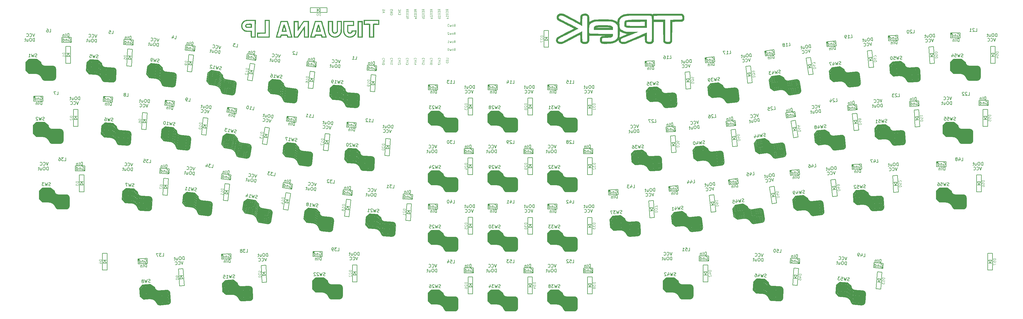
<source format=gbr>
G04 #@! TF.GenerationSoftware,KiCad,Pcbnew,9.0.0*
G04 #@! TF.CreationDate,2025-03-01T00:43:59+09:00*
G04 #@! TF.ProjectId,tijuana_lp,74696a75-616e-4615-9f6c-702e6b696361,rev?*
G04 #@! TF.SameCoordinates,Original*
G04 #@! TF.FileFunction,Legend,Bot*
G04 #@! TF.FilePolarity,Positive*
%FSLAX46Y46*%
G04 Gerber Fmt 4.6, Leading zero omitted, Abs format (unit mm)*
G04 Created by KiCad (PCBNEW 9.0.0) date 2025-03-01 00:43:59*
%MOMM*%
%LPD*%
G01*
G04 APERTURE LIST*
%ADD10C,0.125000*%
%ADD11C,0.150000*%
%ADD12C,0.100000*%
%ADD13C,0.200000*%
%ADD14C,0.000000*%
G04 APERTURE END LIST*
D10*
X33463595Y-73709524D02*
X32663595Y-73709524D01*
X32663595Y-73709524D02*
X32663595Y-73900000D01*
X32663595Y-73900000D02*
X32701690Y-74014286D01*
X32701690Y-74014286D02*
X32777880Y-74090476D01*
X32777880Y-74090476D02*
X32854071Y-74128571D01*
X32854071Y-74128571D02*
X33006452Y-74166667D01*
X33006452Y-74166667D02*
X33120738Y-74166667D01*
X33120738Y-74166667D02*
X33273119Y-74128571D01*
X33273119Y-74128571D02*
X33349309Y-74090476D01*
X33349309Y-74090476D02*
X33425500Y-74014286D01*
X33425500Y-74014286D02*
X33463595Y-73900000D01*
X33463595Y-73900000D02*
X33463595Y-73709524D01*
X32663595Y-74433333D02*
X32663595Y-74928571D01*
X32663595Y-74928571D02*
X32968357Y-74661905D01*
X32968357Y-74661905D02*
X32968357Y-74776190D01*
X32968357Y-74776190D02*
X33006452Y-74852381D01*
X33006452Y-74852381D02*
X33044547Y-74890476D01*
X33044547Y-74890476D02*
X33120738Y-74928571D01*
X33120738Y-74928571D02*
X33311214Y-74928571D01*
X33311214Y-74928571D02*
X33387404Y-74890476D01*
X33387404Y-74890476D02*
X33425500Y-74852381D01*
X33425500Y-74852381D02*
X33463595Y-74776190D01*
X33463595Y-74776190D02*
X33463595Y-74547619D01*
X33463595Y-74547619D02*
X33425500Y-74471428D01*
X33425500Y-74471428D02*
X33387404Y-74433333D01*
X131167556Y-61682661D02*
X130368652Y-61640792D01*
X130368652Y-61640792D02*
X130358684Y-61831007D01*
X130358684Y-61831007D02*
X130390745Y-61947130D01*
X130390745Y-61947130D02*
X130462844Y-62027204D01*
X130462844Y-62027204D02*
X130536936Y-62069234D01*
X130536936Y-62069234D02*
X130687115Y-62115252D01*
X130687115Y-62115252D02*
X130801244Y-62121234D01*
X130801244Y-62121234D02*
X130955410Y-62091166D01*
X130955410Y-62091166D02*
X131033490Y-62057110D01*
X131033490Y-62057110D02*
X131113563Y-61985012D01*
X131113563Y-61985012D02*
X131157587Y-61872876D01*
X131157587Y-61872876D02*
X131167556Y-61682661D01*
X130404864Y-62405640D02*
X130364827Y-62441690D01*
X130364827Y-62441690D02*
X130322796Y-62515782D01*
X130322796Y-62515782D02*
X130312827Y-62705997D01*
X130312827Y-62705997D02*
X130346883Y-62784077D01*
X130346883Y-62784077D02*
X130382932Y-62824114D01*
X130382932Y-62824114D02*
X130457025Y-62866144D01*
X130457025Y-62866144D02*
X130533111Y-62870132D01*
X130533111Y-62870132D02*
X130649233Y-62838070D01*
X130649233Y-62838070D02*
X131129675Y-62405479D01*
X131129675Y-62405479D02*
X131103756Y-62900038D01*
X130278934Y-63352729D02*
X130274946Y-63428815D01*
X130274946Y-63428815D02*
X130309002Y-63506895D01*
X130309002Y-63506895D02*
X130345051Y-63546932D01*
X130345051Y-63546932D02*
X130419143Y-63588962D01*
X130419143Y-63588962D02*
X130569322Y-63634980D01*
X130569322Y-63634980D02*
X130759537Y-63644949D01*
X130759537Y-63644949D02*
X130913703Y-63614881D01*
X130913703Y-63614881D02*
X130991782Y-63580825D01*
X130991782Y-63580825D02*
X131031819Y-63544776D01*
X131031819Y-63544776D02*
X131073850Y-63470684D01*
X131073850Y-63470684D02*
X131077837Y-63394598D01*
X131077837Y-63394598D02*
X131043782Y-63316518D01*
X131043782Y-63316518D02*
X131007732Y-63276481D01*
X131007732Y-63276481D02*
X130933640Y-63234451D01*
X130933640Y-63234451D02*
X130783462Y-63188433D01*
X130783462Y-63188433D02*
X130593247Y-63178464D01*
X130593247Y-63178464D02*
X130439081Y-63208532D01*
X130439081Y-63208532D02*
X130361001Y-63242587D01*
X130361001Y-63242587D02*
X130320964Y-63278637D01*
X130320964Y-63278637D02*
X130278934Y-63352729D01*
D11*
X168135423Y-107601900D02*
X167992566Y-107649519D01*
X167992566Y-107649519D02*
X167754471Y-107649519D01*
X167754471Y-107649519D02*
X167659233Y-107601900D01*
X167659233Y-107601900D02*
X167611614Y-107554280D01*
X167611614Y-107554280D02*
X167563995Y-107459042D01*
X167563995Y-107459042D02*
X167563995Y-107363804D01*
X167563995Y-107363804D02*
X167611614Y-107268566D01*
X167611614Y-107268566D02*
X167659233Y-107220947D01*
X167659233Y-107220947D02*
X167754471Y-107173328D01*
X167754471Y-107173328D02*
X167944947Y-107125709D01*
X167944947Y-107125709D02*
X168040185Y-107078090D01*
X168040185Y-107078090D02*
X168087804Y-107030471D01*
X168087804Y-107030471D02*
X168135423Y-106935233D01*
X168135423Y-106935233D02*
X168135423Y-106839995D01*
X168135423Y-106839995D02*
X168087804Y-106744757D01*
X168087804Y-106744757D02*
X168040185Y-106697138D01*
X168040185Y-106697138D02*
X167944947Y-106649519D01*
X167944947Y-106649519D02*
X167706852Y-106649519D01*
X167706852Y-106649519D02*
X167563995Y-106697138D01*
X167230661Y-106649519D02*
X166992566Y-107649519D01*
X166992566Y-107649519D02*
X166802090Y-106935233D01*
X166802090Y-106935233D02*
X166611614Y-107649519D01*
X166611614Y-107649519D02*
X166373519Y-106649519D01*
X166087804Y-106649519D02*
X165468757Y-106649519D01*
X165468757Y-106649519D02*
X165802090Y-107030471D01*
X165802090Y-107030471D02*
X165659233Y-107030471D01*
X165659233Y-107030471D02*
X165563995Y-107078090D01*
X165563995Y-107078090D02*
X165516376Y-107125709D01*
X165516376Y-107125709D02*
X165468757Y-107220947D01*
X165468757Y-107220947D02*
X165468757Y-107459042D01*
X165468757Y-107459042D02*
X165516376Y-107554280D01*
X165516376Y-107554280D02*
X165563995Y-107601900D01*
X165563995Y-107601900D02*
X165659233Y-107649519D01*
X165659233Y-107649519D02*
X165944947Y-107649519D01*
X165944947Y-107649519D02*
X166040185Y-107601900D01*
X166040185Y-107601900D02*
X166087804Y-107554280D01*
X164611614Y-106982852D02*
X164611614Y-107649519D01*
X164849709Y-106601900D02*
X165087804Y-107316185D01*
X165087804Y-107316185D02*
X164468757Y-107316185D01*
D10*
X326263595Y-98328571D02*
X325463595Y-98328571D01*
X325463595Y-98328571D02*
X325463595Y-98519047D01*
X325463595Y-98519047D02*
X325501690Y-98633333D01*
X325501690Y-98633333D02*
X325577880Y-98709523D01*
X325577880Y-98709523D02*
X325654071Y-98747618D01*
X325654071Y-98747618D02*
X325806452Y-98785714D01*
X325806452Y-98785714D02*
X325920738Y-98785714D01*
X325920738Y-98785714D02*
X326073119Y-98747618D01*
X326073119Y-98747618D02*
X326149309Y-98709523D01*
X326149309Y-98709523D02*
X326225500Y-98633333D01*
X326225500Y-98633333D02*
X326263595Y-98519047D01*
X326263595Y-98519047D02*
X326263595Y-98328571D01*
X325463595Y-99509523D02*
X325463595Y-99128571D01*
X325463595Y-99128571D02*
X325844547Y-99090475D01*
X325844547Y-99090475D02*
X325806452Y-99128571D01*
X325806452Y-99128571D02*
X325768357Y-99204761D01*
X325768357Y-99204761D02*
X325768357Y-99395237D01*
X325768357Y-99395237D02*
X325806452Y-99471428D01*
X325806452Y-99471428D02*
X325844547Y-99509523D01*
X325844547Y-99509523D02*
X325920738Y-99547618D01*
X325920738Y-99547618D02*
X326111214Y-99547618D01*
X326111214Y-99547618D02*
X326187404Y-99509523D01*
X326187404Y-99509523D02*
X326225500Y-99471428D01*
X326225500Y-99471428D02*
X326263595Y-99395237D01*
X326263595Y-99395237D02*
X326263595Y-99204761D01*
X326263595Y-99204761D02*
X326225500Y-99128571D01*
X326225500Y-99128571D02*
X326187404Y-99090475D01*
X325463595Y-99814285D02*
X325463595Y-100347619D01*
X325463595Y-100347619D02*
X326263595Y-100004761D01*
D11*
X26523966Y-45958719D02*
X27000156Y-45958719D01*
X27000156Y-45958719D02*
X27000156Y-44958719D01*
X26285870Y-44958719D02*
X25619204Y-44958719D01*
X25619204Y-44958719D02*
X26047775Y-45958719D01*
X21310157Y-46706338D02*
X21405395Y-46658719D01*
X21405395Y-46658719D02*
X21548252Y-46658719D01*
X21548252Y-46658719D02*
X21691109Y-46706338D01*
X21691109Y-46706338D02*
X21786347Y-46801576D01*
X21786347Y-46801576D02*
X21833966Y-46896814D01*
X21833966Y-46896814D02*
X21881585Y-47087290D01*
X21881585Y-47087290D02*
X21881585Y-47230147D01*
X21881585Y-47230147D02*
X21833966Y-47420623D01*
X21833966Y-47420623D02*
X21786347Y-47515861D01*
X21786347Y-47515861D02*
X21691109Y-47611100D01*
X21691109Y-47611100D02*
X21548252Y-47658719D01*
X21548252Y-47658719D02*
X21453014Y-47658719D01*
X21453014Y-47658719D02*
X21310157Y-47611100D01*
X21310157Y-47611100D02*
X21262538Y-47563480D01*
X21262538Y-47563480D02*
X21262538Y-47230147D01*
X21262538Y-47230147D02*
X21453014Y-47230147D01*
X20833966Y-46992052D02*
X20833966Y-47658719D01*
X20833966Y-47087290D02*
X20786347Y-47039671D01*
X20786347Y-47039671D02*
X20691109Y-46992052D01*
X20691109Y-46992052D02*
X20548252Y-46992052D01*
X20548252Y-46992052D02*
X20453014Y-47039671D01*
X20453014Y-47039671D02*
X20405395Y-47134909D01*
X20405395Y-47134909D02*
X20405395Y-47658719D01*
X19500633Y-47658719D02*
X19500633Y-46658719D01*
X19500633Y-47611100D02*
X19595871Y-47658719D01*
X19595871Y-47658719D02*
X19786347Y-47658719D01*
X19786347Y-47658719D02*
X19881585Y-47611100D01*
X19881585Y-47611100D02*
X19929204Y-47563480D01*
X19929204Y-47563480D02*
X19976823Y-47468242D01*
X19976823Y-47468242D02*
X19976823Y-47182528D01*
X19976823Y-47182528D02*
X19929204Y-47087290D01*
X19929204Y-47087290D02*
X19881585Y-47039671D01*
X19881585Y-47039671D02*
X19786347Y-46992052D01*
X19786347Y-46992052D02*
X19595871Y-46992052D01*
X19595871Y-46992052D02*
X19500633Y-47039671D01*
X21819680Y-49148719D02*
X21819680Y-48148719D01*
X21819680Y-48148719D02*
X21581585Y-48148719D01*
X21581585Y-48148719D02*
X21438728Y-48196338D01*
X21438728Y-48196338D02*
X21343490Y-48291576D01*
X21343490Y-48291576D02*
X21295871Y-48386814D01*
X21295871Y-48386814D02*
X21248252Y-48577290D01*
X21248252Y-48577290D02*
X21248252Y-48720147D01*
X21248252Y-48720147D02*
X21295871Y-48910623D01*
X21295871Y-48910623D02*
X21343490Y-49005861D01*
X21343490Y-49005861D02*
X21438728Y-49101100D01*
X21438728Y-49101100D02*
X21581585Y-49148719D01*
X21581585Y-49148719D02*
X21819680Y-49148719D01*
X20819680Y-49148719D02*
X20819680Y-48148719D01*
X20343490Y-48482052D02*
X20343490Y-49148719D01*
X20343490Y-48577290D02*
X20295871Y-48529671D01*
X20295871Y-48529671D02*
X20200633Y-48482052D01*
X20200633Y-48482052D02*
X20057776Y-48482052D01*
X20057776Y-48482052D02*
X19962538Y-48529671D01*
X19962538Y-48529671D02*
X19914919Y-48624909D01*
X19914919Y-48624909D02*
X19914919Y-49148719D01*
X33510632Y-48108719D02*
X33177299Y-49108719D01*
X33177299Y-49108719D02*
X32843966Y-48108719D01*
X31939204Y-49013480D02*
X31986823Y-49061100D01*
X31986823Y-49061100D02*
X32129680Y-49108719D01*
X32129680Y-49108719D02*
X32224918Y-49108719D01*
X32224918Y-49108719D02*
X32367775Y-49061100D01*
X32367775Y-49061100D02*
X32463013Y-48965861D01*
X32463013Y-48965861D02*
X32510632Y-48870623D01*
X32510632Y-48870623D02*
X32558251Y-48680147D01*
X32558251Y-48680147D02*
X32558251Y-48537290D01*
X32558251Y-48537290D02*
X32510632Y-48346814D01*
X32510632Y-48346814D02*
X32463013Y-48251576D01*
X32463013Y-48251576D02*
X32367775Y-48156338D01*
X32367775Y-48156338D02*
X32224918Y-48108719D01*
X32224918Y-48108719D02*
X32129680Y-48108719D01*
X32129680Y-48108719D02*
X31986823Y-48156338D01*
X31986823Y-48156338D02*
X31939204Y-48203957D01*
X30939204Y-49013480D02*
X30986823Y-49061100D01*
X30986823Y-49061100D02*
X31129680Y-49108719D01*
X31129680Y-49108719D02*
X31224918Y-49108719D01*
X31224918Y-49108719D02*
X31367775Y-49061100D01*
X31367775Y-49061100D02*
X31463013Y-48965861D01*
X31463013Y-48965861D02*
X31510632Y-48870623D01*
X31510632Y-48870623D02*
X31558251Y-48680147D01*
X31558251Y-48680147D02*
X31558251Y-48537290D01*
X31558251Y-48537290D02*
X31510632Y-48346814D01*
X31510632Y-48346814D02*
X31463013Y-48251576D01*
X31463013Y-48251576D02*
X31367775Y-48156338D01*
X31367775Y-48156338D02*
X31224918Y-48108719D01*
X31224918Y-48108719D02*
X31129680Y-48108719D01*
X31129680Y-48108719D02*
X30986823Y-48156338D01*
X30986823Y-48156338D02*
X30939204Y-48203957D01*
X33911109Y-47608719D02*
X33911109Y-46608719D01*
X33911109Y-46608719D02*
X33673014Y-46608719D01*
X33673014Y-46608719D02*
X33530157Y-46656338D01*
X33530157Y-46656338D02*
X33434919Y-46751576D01*
X33434919Y-46751576D02*
X33387300Y-46846814D01*
X33387300Y-46846814D02*
X33339681Y-47037290D01*
X33339681Y-47037290D02*
X33339681Y-47180147D01*
X33339681Y-47180147D02*
X33387300Y-47370623D01*
X33387300Y-47370623D02*
X33434919Y-47465861D01*
X33434919Y-47465861D02*
X33530157Y-47561100D01*
X33530157Y-47561100D02*
X33673014Y-47608719D01*
X33673014Y-47608719D02*
X33911109Y-47608719D01*
X32720633Y-46608719D02*
X32530157Y-46608719D01*
X32530157Y-46608719D02*
X32434919Y-46656338D01*
X32434919Y-46656338D02*
X32339681Y-46751576D01*
X32339681Y-46751576D02*
X32292062Y-46942052D01*
X32292062Y-46942052D02*
X32292062Y-47275385D01*
X32292062Y-47275385D02*
X32339681Y-47465861D01*
X32339681Y-47465861D02*
X32434919Y-47561100D01*
X32434919Y-47561100D02*
X32530157Y-47608719D01*
X32530157Y-47608719D02*
X32720633Y-47608719D01*
X32720633Y-47608719D02*
X32815871Y-47561100D01*
X32815871Y-47561100D02*
X32911109Y-47465861D01*
X32911109Y-47465861D02*
X32958728Y-47275385D01*
X32958728Y-47275385D02*
X32958728Y-46942052D01*
X32958728Y-46942052D02*
X32911109Y-46751576D01*
X32911109Y-46751576D02*
X32815871Y-46656338D01*
X32815871Y-46656338D02*
X32720633Y-46608719D01*
X31434919Y-46942052D02*
X31434919Y-47608719D01*
X31863490Y-46942052D02*
X31863490Y-47465861D01*
X31863490Y-47465861D02*
X31815871Y-47561100D01*
X31815871Y-47561100D02*
X31720633Y-47608719D01*
X31720633Y-47608719D02*
X31577776Y-47608719D01*
X31577776Y-47608719D02*
X31482538Y-47561100D01*
X31482538Y-47561100D02*
X31434919Y-47513480D01*
X31101585Y-46942052D02*
X30720633Y-46942052D01*
X30958728Y-46608719D02*
X30958728Y-47465861D01*
X30958728Y-47465861D02*
X30911109Y-47561100D01*
X30911109Y-47561100D02*
X30815871Y-47608719D01*
X30815871Y-47608719D02*
X30720633Y-47608719D01*
X59174741Y-35526960D02*
X59027689Y-35559386D01*
X59027689Y-35559386D02*
X58790898Y-35534498D01*
X58790898Y-35534498D02*
X58701159Y-35477185D01*
X58701159Y-35477185D02*
X58658779Y-35424849D01*
X58658779Y-35424849D02*
X58621376Y-35325155D01*
X58621376Y-35325155D02*
X58631331Y-35230439D01*
X58631331Y-35230439D02*
X58688644Y-35140700D01*
X58688644Y-35140700D02*
X58740980Y-35098319D01*
X58740980Y-35098319D02*
X58840674Y-35060916D01*
X58840674Y-35060916D02*
X59035084Y-35033468D01*
X59035084Y-35033468D02*
X59134778Y-34996065D01*
X59134778Y-34996065D02*
X59187114Y-34953684D01*
X59187114Y-34953684D02*
X59244427Y-34863945D01*
X59244427Y-34863945D02*
X59254382Y-34769229D01*
X59254382Y-34769229D02*
X59216979Y-34669535D01*
X59216979Y-34669535D02*
X59174598Y-34617199D01*
X59174598Y-34617199D02*
X59084859Y-34559886D01*
X59084859Y-34559886D02*
X58848068Y-34534998D01*
X58848068Y-34534998D02*
X58701016Y-34567424D01*
X58374487Y-34485223D02*
X58033167Y-35454857D01*
X58033167Y-35454857D02*
X57918398Y-34724574D01*
X57918398Y-34724574D02*
X57654302Y-35415037D01*
X57654302Y-35415037D02*
X57522039Y-34395627D01*
X56991287Y-35345351D02*
X56801854Y-35325441D01*
X56801854Y-35325441D02*
X56712116Y-35268128D01*
X56712116Y-35268128D02*
X56669735Y-35215792D01*
X56669735Y-35215792D02*
X56589951Y-35063762D01*
X56589951Y-35063762D02*
X56562503Y-34869352D01*
X56562503Y-34869352D02*
X56602324Y-34490487D01*
X56602324Y-34490487D02*
X56659637Y-34400748D01*
X56659637Y-34400748D02*
X56711973Y-34358367D01*
X56711973Y-34358367D02*
X56811667Y-34320964D01*
X56811667Y-34320964D02*
X57001099Y-34340874D01*
X57001099Y-34340874D02*
X57090838Y-34398187D01*
X57090838Y-34398187D02*
X57133219Y-34450523D01*
X57133219Y-34450523D02*
X57170622Y-34550217D01*
X57170622Y-34550217D02*
X57145734Y-34787008D01*
X57145734Y-34787008D02*
X57088421Y-34876747D01*
X57088421Y-34876747D02*
X57036085Y-34919127D01*
X57036085Y-34919127D02*
X56936391Y-34956531D01*
X56936391Y-34956531D02*
X56746958Y-34936620D01*
X56746958Y-34936620D02*
X56657220Y-34879307D01*
X56657220Y-34879307D02*
X56614839Y-34826971D01*
X56614839Y-34826971D02*
X56577436Y-34727277D01*
X229686843Y-74185175D02*
X230160425Y-74135400D01*
X230160425Y-74135400D02*
X230055896Y-73140878D01*
X228859426Y-73601801D02*
X228929112Y-74264816D01*
X229056396Y-73198048D02*
X229367851Y-73883533D01*
X229367851Y-73883533D02*
X228752194Y-73948241D01*
X227912262Y-73701352D02*
X227981948Y-74364367D01*
X228109233Y-73297599D02*
X228420687Y-73983084D01*
X228420687Y-73983084D02*
X227805030Y-74047792D01*
X236633874Y-74928648D02*
X236529346Y-73934126D01*
X236529346Y-73934126D02*
X236292555Y-73959013D01*
X236292555Y-73959013D02*
X236155458Y-74021304D01*
X236155458Y-74021304D02*
X236070697Y-74125976D01*
X236070697Y-74125976D02*
X236033293Y-74225670D01*
X236033293Y-74225670D02*
X236005845Y-74420080D01*
X236005845Y-74420080D02*
X236020778Y-74562154D01*
X236020778Y-74562154D02*
X236088046Y-74746610D01*
X236088046Y-74746610D02*
X236145360Y-74836348D01*
X236145360Y-74836348D02*
X236250031Y-74921110D01*
X236250031Y-74921110D02*
X236397083Y-74953535D01*
X236397083Y-74953535D02*
X236633874Y-74928648D01*
X235345391Y-74058564D02*
X235155958Y-74078474D01*
X235155958Y-74078474D02*
X235066220Y-74135788D01*
X235066220Y-74135788D02*
X234981458Y-74240459D01*
X234981458Y-74240459D02*
X234954010Y-74434869D01*
X234954010Y-74434869D02*
X234988853Y-74766377D01*
X234988853Y-74766377D02*
X235056121Y-74950832D01*
X235056121Y-74950832D02*
X235160793Y-75035593D01*
X235160793Y-75035593D02*
X235260487Y-75072996D01*
X235260487Y-75072996D02*
X235449920Y-75053086D01*
X235449920Y-75053086D02*
X235539658Y-74995773D01*
X235539658Y-74995773D02*
X235624420Y-74891101D01*
X235624420Y-74891101D02*
X235651868Y-74696691D01*
X235651868Y-74696691D02*
X235617025Y-74365184D01*
X235617025Y-74365184D02*
X235549756Y-74180729D01*
X235549756Y-74180729D02*
X235445085Y-74095967D01*
X235445085Y-74095967D02*
X235345391Y-74058564D01*
X234101563Y-74524465D02*
X234171249Y-75187480D01*
X234527787Y-74479667D02*
X234582540Y-75000607D01*
X234582540Y-75000607D02*
X234545137Y-75100301D01*
X234545137Y-75100301D02*
X234455398Y-75157615D01*
X234455398Y-75157615D02*
X234313323Y-75172547D01*
X234313323Y-75172547D02*
X234213629Y-75135144D01*
X234213629Y-75135144D02*
X234161294Y-75092764D01*
X233770056Y-74559308D02*
X233391190Y-74599128D01*
X233593138Y-74242733D02*
X233682734Y-75095181D01*
X233682734Y-75095181D02*
X233645331Y-75194875D01*
X233645331Y-75194875D02*
X233555592Y-75252188D01*
X233555592Y-75252188D02*
X233460876Y-75262143D01*
X224769657Y-77724110D02*
X224665128Y-76729588D01*
X224665128Y-76729588D02*
X224428337Y-76754476D01*
X224428337Y-76754476D02*
X224291240Y-76816767D01*
X224291240Y-76816767D02*
X224206479Y-76921438D01*
X224206479Y-76921438D02*
X224169076Y-77021132D01*
X224169076Y-77021132D02*
X224141628Y-77215542D01*
X224141628Y-77215542D02*
X224156560Y-77357617D01*
X224156560Y-77357617D02*
X224223829Y-77542072D01*
X224223829Y-77542072D02*
X224281142Y-77631811D01*
X224281142Y-77631811D02*
X224385814Y-77716572D01*
X224385814Y-77716572D02*
X224532866Y-77748998D01*
X224532866Y-77748998D02*
X224769657Y-77724110D01*
X223775135Y-77828639D02*
X223670606Y-76834117D01*
X223231868Y-77215399D02*
X223301553Y-77878414D01*
X223241823Y-77310116D02*
X223189487Y-77267735D01*
X223189487Y-77267735D02*
X223089793Y-77230332D01*
X223089793Y-77230332D02*
X222947719Y-77245265D01*
X222947719Y-77245265D02*
X222857980Y-77302578D01*
X222857980Y-77302578D02*
X222820577Y-77402272D01*
X222820577Y-77402272D02*
X222875330Y-77923212D01*
X224007625Y-75348368D02*
X224097364Y-75291055D01*
X224097364Y-75291055D02*
X224239438Y-75276122D01*
X224239438Y-75276122D02*
X224386490Y-75308548D01*
X224386490Y-75308548D02*
X224491162Y-75393309D01*
X224491162Y-75393309D02*
X224548475Y-75483048D01*
X224548475Y-75483048D02*
X224615743Y-75667503D01*
X224615743Y-75667503D02*
X224630676Y-75809578D01*
X224630676Y-75809578D02*
X224603228Y-76003988D01*
X224603228Y-76003988D02*
X224565825Y-76103682D01*
X224565825Y-76103682D02*
X224481064Y-76208354D01*
X224481064Y-76208354D02*
X224343967Y-76270644D01*
X224343967Y-76270644D02*
X224249250Y-76280599D01*
X224249250Y-76280599D02*
X224102198Y-76248174D01*
X224102198Y-76248174D02*
X224049862Y-76205793D01*
X224049862Y-76205793D02*
X224015020Y-75874286D01*
X224015020Y-75874286D02*
X224204452Y-75854376D01*
X223563908Y-75682293D02*
X223633594Y-76345308D01*
X223573863Y-75777009D02*
X223521527Y-75734629D01*
X223521527Y-75734629D02*
X223421834Y-75697226D01*
X223421834Y-75697226D02*
X223279759Y-75712158D01*
X223279759Y-75712158D02*
X223190020Y-75769472D01*
X223190020Y-75769472D02*
X223152617Y-75869165D01*
X223152617Y-75869165D02*
X223207370Y-76390105D01*
X222307564Y-76484679D02*
X222203036Y-75490157D01*
X222302587Y-76437321D02*
X222402281Y-76474724D01*
X222402281Y-76474724D02*
X222591714Y-76454814D01*
X222591714Y-76454814D02*
X222681452Y-76397500D01*
X222681452Y-76397500D02*
X222723833Y-76345165D01*
X222723833Y-76345165D02*
X222761236Y-76245471D01*
X222761236Y-76245471D02*
X222731371Y-75961322D01*
X222731371Y-75961322D02*
X222674058Y-75871583D01*
X222674058Y-75871583D02*
X222621722Y-75829202D01*
X222621722Y-75829202D02*
X222522028Y-75791799D01*
X222522028Y-75791799D02*
X222332595Y-75811709D01*
X222332595Y-75811709D02*
X222242856Y-75869022D01*
X236287855Y-75467770D02*
X236060877Y-76497135D01*
X236060877Y-76497135D02*
X235624841Y-75537456D01*
X234819608Y-76531834D02*
X234871944Y-76574215D01*
X234871944Y-76574215D02*
X235018996Y-76606641D01*
X235018996Y-76606641D02*
X235113713Y-76596686D01*
X235113713Y-76596686D02*
X235250810Y-76534395D01*
X235250810Y-76534395D02*
X235335571Y-76429723D01*
X235335571Y-76429723D02*
X235372974Y-76330029D01*
X235372974Y-76330029D02*
X235400422Y-76135619D01*
X235400422Y-76135619D02*
X235385489Y-75993544D01*
X235385489Y-75993544D02*
X235318221Y-75809089D01*
X235318221Y-75809089D02*
X235260908Y-75719350D01*
X235260908Y-75719350D02*
X235156236Y-75634589D01*
X235156236Y-75634589D02*
X235009184Y-75602164D01*
X235009184Y-75602164D02*
X234914468Y-75612119D01*
X234914468Y-75612119D02*
X234777371Y-75674410D01*
X234777371Y-75674410D02*
X234734990Y-75726745D01*
X233825087Y-76636363D02*
X233877422Y-76678744D01*
X233877422Y-76678744D02*
X234024474Y-76711169D01*
X234024474Y-76711169D02*
X234119191Y-76701214D01*
X234119191Y-76701214D02*
X234256288Y-76638923D01*
X234256288Y-76638923D02*
X234341049Y-76534252D01*
X234341049Y-76534252D02*
X234378452Y-76434558D01*
X234378452Y-76434558D02*
X234405900Y-76240147D01*
X234405900Y-76240147D02*
X234390968Y-76098073D01*
X234390968Y-76098073D02*
X234323699Y-75913618D01*
X234323699Y-75913618D02*
X234266386Y-75823879D01*
X234266386Y-75823879D02*
X234161714Y-75739118D01*
X234161714Y-75739118D02*
X234014662Y-75706692D01*
X234014662Y-75706692D02*
X233919946Y-75716647D01*
X233919946Y-75716647D02*
X233782849Y-75778938D01*
X233782849Y-75778938D02*
X233740468Y-75831274D01*
D10*
X157551595Y-48765971D02*
X156751595Y-48765971D01*
X156751595Y-48765971D02*
X156751595Y-48956447D01*
X156751595Y-48956447D02*
X156789690Y-49070733D01*
X156789690Y-49070733D02*
X156865880Y-49146923D01*
X156865880Y-49146923D02*
X156942071Y-49185018D01*
X156942071Y-49185018D02*
X157094452Y-49223114D01*
X157094452Y-49223114D02*
X157208738Y-49223114D01*
X157208738Y-49223114D02*
X157361119Y-49185018D01*
X157361119Y-49185018D02*
X157437309Y-49146923D01*
X157437309Y-49146923D02*
X157513500Y-49070733D01*
X157513500Y-49070733D02*
X157551595Y-48956447D01*
X157551595Y-48956447D02*
X157551595Y-48765971D01*
X156827785Y-49527875D02*
X156789690Y-49565971D01*
X156789690Y-49565971D02*
X156751595Y-49642161D01*
X156751595Y-49642161D02*
X156751595Y-49832637D01*
X156751595Y-49832637D02*
X156789690Y-49908828D01*
X156789690Y-49908828D02*
X156827785Y-49946923D01*
X156827785Y-49946923D02*
X156903976Y-49985018D01*
X156903976Y-49985018D02*
X156980166Y-49985018D01*
X156980166Y-49985018D02*
X157094452Y-49946923D01*
X157094452Y-49946923D02*
X157551595Y-49489780D01*
X157551595Y-49489780D02*
X157551595Y-49985018D01*
X156751595Y-50251685D02*
X156751595Y-50746923D01*
X156751595Y-50746923D02*
X157056357Y-50480257D01*
X157056357Y-50480257D02*
X157056357Y-50594542D01*
X157056357Y-50594542D02*
X157094452Y-50670733D01*
X157094452Y-50670733D02*
X157132547Y-50708828D01*
X157132547Y-50708828D02*
X157208738Y-50746923D01*
X157208738Y-50746923D02*
X157399214Y-50746923D01*
X157399214Y-50746923D02*
X157475404Y-50708828D01*
X157475404Y-50708828D02*
X157513500Y-50670733D01*
X157513500Y-50670733D02*
X157551595Y-50594542D01*
X157551595Y-50594542D02*
X157551595Y-50365971D01*
X157551595Y-50365971D02*
X157513500Y-50289780D01*
X157513500Y-50289780D02*
X157475404Y-50251685D01*
D11*
X60222901Y-97608866D02*
X60697932Y-97575649D01*
X60697932Y-97575649D02*
X60628175Y-96578085D01*
X59915629Y-96627911D02*
X59298090Y-96671093D01*
X59298090Y-96671093D02*
X59657185Y-97027866D01*
X59657185Y-97027866D02*
X59514676Y-97037831D01*
X59514676Y-97037831D02*
X59422992Y-97091977D01*
X59422992Y-97091977D02*
X59378810Y-97142802D01*
X59378810Y-97142802D02*
X59337951Y-97241130D01*
X59337951Y-97241130D02*
X59354559Y-97478645D01*
X59354559Y-97478645D02*
X59408706Y-97570330D01*
X59408706Y-97570330D02*
X59459531Y-97614511D01*
X59459531Y-97614511D02*
X59557859Y-97655371D01*
X59557859Y-97655371D02*
X59842877Y-97635440D01*
X59842877Y-97635440D02*
X59934561Y-97581294D01*
X59934561Y-97581294D02*
X59978742Y-97530469D01*
X58965568Y-96694346D02*
X58300526Y-96740850D01*
X58300526Y-96740850D02*
X58797810Y-97708518D01*
X55277568Y-101008515D02*
X55207811Y-100010951D01*
X55207811Y-100010951D02*
X54970296Y-100027560D01*
X54970296Y-100027560D02*
X54831109Y-100085028D01*
X54831109Y-100085028D02*
X54742746Y-100186677D01*
X54742746Y-100186677D02*
X54701887Y-100285005D01*
X54701887Y-100285005D02*
X54667670Y-100478339D01*
X54667670Y-100478339D02*
X54677636Y-100620848D01*
X54677636Y-100620848D02*
X54738426Y-100807539D01*
X54738426Y-100807539D02*
X54792572Y-100899223D01*
X54792572Y-100899223D02*
X54894222Y-100987586D01*
X54894222Y-100987586D02*
X55040053Y-101025124D01*
X55040053Y-101025124D02*
X55277568Y-101008515D01*
X54280004Y-101078271D02*
X54210247Y-100080707D01*
X53758469Y-100446446D02*
X53804974Y-101111489D01*
X53765113Y-100541452D02*
X53714288Y-100497271D01*
X53714288Y-100497271D02*
X53615960Y-100456411D01*
X53615960Y-100456411D02*
X53473451Y-100466376D01*
X53473451Y-100466376D02*
X53381767Y-100520523D01*
X53381767Y-100520523D02*
X53340907Y-100618851D01*
X53340907Y-100618851D02*
X53377446Y-101141384D01*
X67232118Y-98628810D02*
X67162361Y-97631246D01*
X67162361Y-97631246D02*
X66924846Y-97647855D01*
X66924846Y-97647855D02*
X66785659Y-97705323D01*
X66785659Y-97705323D02*
X66697296Y-97806973D01*
X66697296Y-97806973D02*
X66656437Y-97905300D01*
X66656437Y-97905300D02*
X66622220Y-98098634D01*
X66622220Y-98098634D02*
X66632186Y-98241143D01*
X66632186Y-98241143D02*
X66692976Y-98427834D01*
X66692976Y-98427834D02*
X66747122Y-98519518D01*
X66747122Y-98519518D02*
X66848772Y-98607881D01*
X66848772Y-98607881D02*
X66994603Y-98645419D01*
X66994603Y-98645419D02*
X67232118Y-98628810D01*
X65974785Y-97714289D02*
X65784773Y-97727576D01*
X65784773Y-97727576D02*
X65693089Y-97781723D01*
X65693089Y-97781723D02*
X65604726Y-97883372D01*
X65604726Y-97883372D02*
X65570510Y-98076706D01*
X65570510Y-98076706D02*
X65593762Y-98409228D01*
X65593762Y-98409228D02*
X65654552Y-98595918D01*
X65654552Y-98595918D02*
X65756202Y-98684281D01*
X65756202Y-98684281D02*
X65854529Y-98725140D01*
X65854529Y-98725140D02*
X66044542Y-98711853D01*
X66044542Y-98711853D02*
X66136226Y-98657707D01*
X66136226Y-98657707D02*
X66224589Y-98556057D01*
X66224589Y-98556057D02*
X66258805Y-98362723D01*
X66258805Y-98362723D02*
X66235553Y-98030202D01*
X66235553Y-98030202D02*
X66174763Y-97843512D01*
X66174763Y-97843512D02*
X66073113Y-97755149D01*
X66073113Y-97755149D02*
X65974785Y-97714289D01*
X64715455Y-98136498D02*
X64761959Y-98801540D01*
X65142982Y-98106602D02*
X65179522Y-98629136D01*
X65179522Y-98629136D02*
X65138662Y-98727463D01*
X65138662Y-98727463D02*
X65046978Y-98781610D01*
X65046978Y-98781610D02*
X64904469Y-98791575D01*
X64904469Y-98791575D02*
X64806141Y-98750716D01*
X64806141Y-98750716D02*
X64755316Y-98706534D01*
X64382934Y-98159750D02*
X64002909Y-98186324D01*
X64217172Y-97837194D02*
X64276964Y-98692249D01*
X64276964Y-98692249D02*
X64236104Y-98790576D01*
X64236104Y-98790576D02*
X64144420Y-98844723D01*
X64144420Y-98844723D02*
X64049414Y-98851366D01*
X66867495Y-99155528D02*
X66604730Y-100176344D01*
X66604730Y-100176344D02*
X66202452Y-99202032D01*
X65363007Y-100167703D02*
X65413832Y-100211885D01*
X65413832Y-100211885D02*
X65559662Y-100249422D01*
X65559662Y-100249422D02*
X65654669Y-100242779D01*
X65654669Y-100242779D02*
X65793856Y-100185311D01*
X65793856Y-100185311D02*
X65882219Y-100083661D01*
X65882219Y-100083661D02*
X65923078Y-99985333D01*
X65923078Y-99985333D02*
X65957294Y-99791999D01*
X65957294Y-99791999D02*
X65947329Y-99649490D01*
X65947329Y-99649490D02*
X65886539Y-99462800D01*
X65886539Y-99462800D02*
X65832393Y-99371115D01*
X65832393Y-99371115D02*
X65730743Y-99282753D01*
X65730743Y-99282753D02*
X65584912Y-99245215D01*
X65584912Y-99245215D02*
X65489906Y-99251858D01*
X65489906Y-99251858D02*
X65350719Y-99309327D01*
X65350719Y-99309327D02*
X65306537Y-99360151D01*
X64365443Y-100237460D02*
X64416268Y-100281641D01*
X64416268Y-100281641D02*
X64562098Y-100319179D01*
X64562098Y-100319179D02*
X64657105Y-100312535D01*
X64657105Y-100312535D02*
X64796292Y-100255067D01*
X64796292Y-100255067D02*
X64884655Y-100153418D01*
X64884655Y-100153418D02*
X64925514Y-100055090D01*
X64925514Y-100055090D02*
X64959730Y-99861756D01*
X64959730Y-99861756D02*
X64949765Y-99719247D01*
X64949765Y-99719247D02*
X64888975Y-99532556D01*
X64888975Y-99532556D02*
X64834828Y-99440872D01*
X64834828Y-99440872D02*
X64733179Y-99352509D01*
X64733179Y-99352509D02*
X64587348Y-99314971D01*
X64587348Y-99314971D02*
X64492342Y-99321615D01*
X64492342Y-99321615D02*
X64353155Y-99379083D01*
X64353155Y-99379083D02*
X64308973Y-99429908D01*
X54598914Y-98607626D02*
X54690598Y-98553480D01*
X54690598Y-98553480D02*
X54833107Y-98543514D01*
X54833107Y-98543514D02*
X54978938Y-98581052D01*
X54978938Y-98581052D02*
X55080588Y-98669415D01*
X55080588Y-98669415D02*
X55134734Y-98761099D01*
X55134734Y-98761099D02*
X55195524Y-98947790D01*
X55195524Y-98947790D02*
X55205489Y-99090299D01*
X55205489Y-99090299D02*
X55171273Y-99283633D01*
X55171273Y-99283633D02*
X55130414Y-99381961D01*
X55130414Y-99381961D02*
X55042051Y-99483610D01*
X55042051Y-99483610D02*
X54902864Y-99541078D01*
X54902864Y-99541078D02*
X54807857Y-99547722D01*
X54807857Y-99547722D02*
X54662027Y-99510184D01*
X54662027Y-99510184D02*
X54611202Y-99466003D01*
X54611202Y-99466003D02*
X54587950Y-99133481D01*
X54587950Y-99133481D02*
X54777962Y-99120195D01*
X54143814Y-98925862D02*
X54190318Y-99590905D01*
X54150457Y-99020868D02*
X54099632Y-98976687D01*
X54099632Y-98976687D02*
X54001304Y-98935827D01*
X54001304Y-98935827D02*
X53858795Y-98945792D01*
X53858795Y-98945792D02*
X53767111Y-98999939D01*
X53767111Y-98999939D02*
X53726251Y-99098267D01*
X53726251Y-99098267D02*
X53762790Y-99620800D01*
X52860232Y-99683913D02*
X52790476Y-98686349D01*
X52856911Y-99636410D02*
X52955238Y-99677270D01*
X52955238Y-99677270D02*
X53145251Y-99663983D01*
X53145251Y-99663983D02*
X53236935Y-99609836D01*
X53236935Y-99609836D02*
X53281116Y-99559011D01*
X53281116Y-99559011D02*
X53321976Y-99460684D01*
X53321976Y-99460684D02*
X53302045Y-99175665D01*
X53302045Y-99175665D02*
X53247899Y-99083981D01*
X53247899Y-99083981D02*
X53197074Y-99039800D01*
X53197074Y-99039800D02*
X53098746Y-98998940D01*
X53098746Y-98998940D02*
X52908734Y-99012227D01*
X52908734Y-99012227D02*
X52817050Y-99066374D01*
X172056857Y-42337119D02*
X172533047Y-42337119D01*
X172533047Y-42337119D02*
X172533047Y-41337119D01*
X171199714Y-42337119D02*
X171771142Y-42337119D01*
X171485428Y-42337119D02*
X171485428Y-41337119D01*
X171485428Y-41337119D02*
X171580666Y-41479976D01*
X171580666Y-41479976D02*
X171675904Y-41575214D01*
X171675904Y-41575214D02*
X171771142Y-41622833D01*
X170342571Y-41670452D02*
X170342571Y-42337119D01*
X170580666Y-41289500D02*
X170818761Y-42003785D01*
X170818761Y-42003785D02*
X170199714Y-42003785D01*
X178967809Y-43987119D02*
X178967809Y-42987119D01*
X178967809Y-42987119D02*
X178729714Y-42987119D01*
X178729714Y-42987119D02*
X178586857Y-43034738D01*
X178586857Y-43034738D02*
X178491619Y-43129976D01*
X178491619Y-43129976D02*
X178444000Y-43225214D01*
X178444000Y-43225214D02*
X178396381Y-43415690D01*
X178396381Y-43415690D02*
X178396381Y-43558547D01*
X178396381Y-43558547D02*
X178444000Y-43749023D01*
X178444000Y-43749023D02*
X178491619Y-43844261D01*
X178491619Y-43844261D02*
X178586857Y-43939500D01*
X178586857Y-43939500D02*
X178729714Y-43987119D01*
X178729714Y-43987119D02*
X178967809Y-43987119D01*
X177777333Y-42987119D02*
X177586857Y-42987119D01*
X177586857Y-42987119D02*
X177491619Y-43034738D01*
X177491619Y-43034738D02*
X177396381Y-43129976D01*
X177396381Y-43129976D02*
X177348762Y-43320452D01*
X177348762Y-43320452D02*
X177348762Y-43653785D01*
X177348762Y-43653785D02*
X177396381Y-43844261D01*
X177396381Y-43844261D02*
X177491619Y-43939500D01*
X177491619Y-43939500D02*
X177586857Y-43987119D01*
X177586857Y-43987119D02*
X177777333Y-43987119D01*
X177777333Y-43987119D02*
X177872571Y-43939500D01*
X177872571Y-43939500D02*
X177967809Y-43844261D01*
X177967809Y-43844261D02*
X178015428Y-43653785D01*
X178015428Y-43653785D02*
X178015428Y-43320452D01*
X178015428Y-43320452D02*
X177967809Y-43129976D01*
X177967809Y-43129976D02*
X177872571Y-43034738D01*
X177872571Y-43034738D02*
X177777333Y-42987119D01*
X176491619Y-43320452D02*
X176491619Y-43987119D01*
X176920190Y-43320452D02*
X176920190Y-43844261D01*
X176920190Y-43844261D02*
X176872571Y-43939500D01*
X176872571Y-43939500D02*
X176777333Y-43987119D01*
X176777333Y-43987119D02*
X176634476Y-43987119D01*
X176634476Y-43987119D02*
X176539238Y-43939500D01*
X176539238Y-43939500D02*
X176491619Y-43891880D01*
X176158285Y-43320452D02*
X175777333Y-43320452D01*
X176015428Y-42987119D02*
X176015428Y-43844261D01*
X176015428Y-43844261D02*
X175967809Y-43939500D01*
X175967809Y-43939500D02*
X175872571Y-43987119D01*
X175872571Y-43987119D02*
X175777333Y-43987119D01*
X166876380Y-45527119D02*
X166876380Y-44527119D01*
X166876380Y-44527119D02*
X166638285Y-44527119D01*
X166638285Y-44527119D02*
X166495428Y-44574738D01*
X166495428Y-44574738D02*
X166400190Y-44669976D01*
X166400190Y-44669976D02*
X166352571Y-44765214D01*
X166352571Y-44765214D02*
X166304952Y-44955690D01*
X166304952Y-44955690D02*
X166304952Y-45098547D01*
X166304952Y-45098547D02*
X166352571Y-45289023D01*
X166352571Y-45289023D02*
X166400190Y-45384261D01*
X166400190Y-45384261D02*
X166495428Y-45479500D01*
X166495428Y-45479500D02*
X166638285Y-45527119D01*
X166638285Y-45527119D02*
X166876380Y-45527119D01*
X165876380Y-45527119D02*
X165876380Y-44527119D01*
X165400190Y-44860452D02*
X165400190Y-45527119D01*
X165400190Y-44955690D02*
X165352571Y-44908071D01*
X165352571Y-44908071D02*
X165257333Y-44860452D01*
X165257333Y-44860452D02*
X165114476Y-44860452D01*
X165114476Y-44860452D02*
X165019238Y-44908071D01*
X165019238Y-44908071D02*
X164971619Y-45003309D01*
X164971619Y-45003309D02*
X164971619Y-45527119D01*
X178567332Y-44487119D02*
X178233999Y-45487119D01*
X178233999Y-45487119D02*
X177900666Y-44487119D01*
X176995904Y-45391880D02*
X177043523Y-45439500D01*
X177043523Y-45439500D02*
X177186380Y-45487119D01*
X177186380Y-45487119D02*
X177281618Y-45487119D01*
X177281618Y-45487119D02*
X177424475Y-45439500D01*
X177424475Y-45439500D02*
X177519713Y-45344261D01*
X177519713Y-45344261D02*
X177567332Y-45249023D01*
X177567332Y-45249023D02*
X177614951Y-45058547D01*
X177614951Y-45058547D02*
X177614951Y-44915690D01*
X177614951Y-44915690D02*
X177567332Y-44725214D01*
X177567332Y-44725214D02*
X177519713Y-44629976D01*
X177519713Y-44629976D02*
X177424475Y-44534738D01*
X177424475Y-44534738D02*
X177281618Y-44487119D01*
X177281618Y-44487119D02*
X177186380Y-44487119D01*
X177186380Y-44487119D02*
X177043523Y-44534738D01*
X177043523Y-44534738D02*
X176995904Y-44582357D01*
X175995904Y-45391880D02*
X176043523Y-45439500D01*
X176043523Y-45439500D02*
X176186380Y-45487119D01*
X176186380Y-45487119D02*
X176281618Y-45487119D01*
X176281618Y-45487119D02*
X176424475Y-45439500D01*
X176424475Y-45439500D02*
X176519713Y-45344261D01*
X176519713Y-45344261D02*
X176567332Y-45249023D01*
X176567332Y-45249023D02*
X176614951Y-45058547D01*
X176614951Y-45058547D02*
X176614951Y-44915690D01*
X176614951Y-44915690D02*
X176567332Y-44725214D01*
X176567332Y-44725214D02*
X176519713Y-44629976D01*
X176519713Y-44629976D02*
X176424475Y-44534738D01*
X176424475Y-44534738D02*
X176281618Y-44487119D01*
X176281618Y-44487119D02*
X176186380Y-44487119D01*
X176186380Y-44487119D02*
X176043523Y-44534738D01*
X176043523Y-44534738D02*
X175995904Y-44582357D01*
X166366857Y-43084738D02*
X166462095Y-43037119D01*
X166462095Y-43037119D02*
X166604952Y-43037119D01*
X166604952Y-43037119D02*
X166747809Y-43084738D01*
X166747809Y-43084738D02*
X166843047Y-43179976D01*
X166843047Y-43179976D02*
X166890666Y-43275214D01*
X166890666Y-43275214D02*
X166938285Y-43465690D01*
X166938285Y-43465690D02*
X166938285Y-43608547D01*
X166938285Y-43608547D02*
X166890666Y-43799023D01*
X166890666Y-43799023D02*
X166843047Y-43894261D01*
X166843047Y-43894261D02*
X166747809Y-43989500D01*
X166747809Y-43989500D02*
X166604952Y-44037119D01*
X166604952Y-44037119D02*
X166509714Y-44037119D01*
X166509714Y-44037119D02*
X166366857Y-43989500D01*
X166366857Y-43989500D02*
X166319238Y-43941880D01*
X166319238Y-43941880D02*
X166319238Y-43608547D01*
X166319238Y-43608547D02*
X166509714Y-43608547D01*
X165890666Y-43370452D02*
X165890666Y-44037119D01*
X165890666Y-43465690D02*
X165843047Y-43418071D01*
X165843047Y-43418071D02*
X165747809Y-43370452D01*
X165747809Y-43370452D02*
X165604952Y-43370452D01*
X165604952Y-43370452D02*
X165509714Y-43418071D01*
X165509714Y-43418071D02*
X165462095Y-43513309D01*
X165462095Y-43513309D02*
X165462095Y-44037119D01*
X164557333Y-44037119D02*
X164557333Y-43037119D01*
X164557333Y-43989500D02*
X164652571Y-44037119D01*
X164652571Y-44037119D02*
X164843047Y-44037119D01*
X164843047Y-44037119D02*
X164938285Y-43989500D01*
X164938285Y-43989500D02*
X164985904Y-43941880D01*
X164985904Y-43941880D02*
X165033523Y-43846642D01*
X165033523Y-43846642D02*
X165033523Y-43560928D01*
X165033523Y-43560928D02*
X164985904Y-43465690D01*
X164985904Y-43465690D02*
X164938285Y-43418071D01*
X164938285Y-43418071D02*
X164843047Y-43370452D01*
X164843047Y-43370452D02*
X164652571Y-43370452D01*
X164652571Y-43370452D02*
X164557333Y-43418071D01*
X109861324Y-81805836D02*
X109714271Y-81838261D01*
X109714271Y-81838261D02*
X109477481Y-81813373D01*
X109477481Y-81813373D02*
X109387742Y-81756060D01*
X109387742Y-81756060D02*
X109345361Y-81703724D01*
X109345361Y-81703724D02*
X109307958Y-81604030D01*
X109307958Y-81604030D02*
X109317913Y-81509314D01*
X109317913Y-81509314D02*
X109375226Y-81419575D01*
X109375226Y-81419575D02*
X109427562Y-81377195D01*
X109427562Y-81377195D02*
X109527256Y-81339792D01*
X109527256Y-81339792D02*
X109721666Y-81312344D01*
X109721666Y-81312344D02*
X109821360Y-81274940D01*
X109821360Y-81274940D02*
X109873696Y-81232560D01*
X109873696Y-81232560D02*
X109931009Y-81142821D01*
X109931009Y-81142821D02*
X109940964Y-81048105D01*
X109940964Y-81048105D02*
X109903561Y-80948411D01*
X109903561Y-80948411D02*
X109861181Y-80896075D01*
X109861181Y-80896075D02*
X109771442Y-80838762D01*
X109771442Y-80838762D02*
X109534651Y-80813874D01*
X109534651Y-80813874D02*
X109387599Y-80846299D01*
X109061069Y-80764098D02*
X108719750Y-81733733D01*
X108719750Y-81733733D02*
X108604980Y-81003450D01*
X108604980Y-81003450D02*
X108340884Y-81693912D01*
X108340884Y-81693912D02*
X108208622Y-80674503D01*
X107204288Y-81574451D02*
X107772586Y-81634182D01*
X107488437Y-81604316D02*
X107592965Y-80609795D01*
X107592965Y-80609795D02*
X107672749Y-80761824D01*
X107672749Y-80761824D02*
X107757510Y-80866496D01*
X107757510Y-80866496D02*
X107847249Y-80923809D01*
X106695720Y-80946422D02*
X106795414Y-80909019D01*
X106795414Y-80909019D02*
X106847750Y-80866639D01*
X106847750Y-80866639D02*
X106905063Y-80776900D01*
X106905063Y-80776900D02*
X106910040Y-80729542D01*
X106910040Y-80729542D02*
X106872637Y-80629848D01*
X106872637Y-80629848D02*
X106830257Y-80577512D01*
X106830257Y-80577512D02*
X106740518Y-80520199D01*
X106740518Y-80520199D02*
X106551085Y-80500289D01*
X106551085Y-80500289D02*
X106451391Y-80537692D01*
X106451391Y-80537692D02*
X106399056Y-80580072D01*
X106399056Y-80580072D02*
X106341742Y-80669811D01*
X106341742Y-80669811D02*
X106336765Y-80717169D01*
X106336765Y-80717169D02*
X106374168Y-80816863D01*
X106374168Y-80816863D02*
X106416548Y-80869199D01*
X106416548Y-80869199D02*
X106506287Y-80926512D01*
X106506287Y-80926512D02*
X106695720Y-80946422D01*
X106695720Y-80946422D02*
X106785459Y-81003736D01*
X106785459Y-81003736D02*
X106827839Y-81056071D01*
X106827839Y-81056071D02*
X106865243Y-81155765D01*
X106865243Y-81155765D02*
X106845332Y-81345198D01*
X106845332Y-81345198D02*
X106788019Y-81434937D01*
X106788019Y-81434937D02*
X106735683Y-81477318D01*
X106735683Y-81477318D02*
X106635989Y-81514721D01*
X106635989Y-81514721D02*
X106446557Y-81494810D01*
X106446557Y-81494810D02*
X106356818Y-81437497D01*
X106356818Y-81437497D02*
X106314437Y-81385161D01*
X106314437Y-81385161D02*
X106277034Y-81285468D01*
X106277034Y-81285468D02*
X106296944Y-81096035D01*
X106296944Y-81096035D02*
X106354258Y-81006296D01*
X106354258Y-81006296D02*
X106406593Y-80963915D01*
X106406593Y-80963915D02*
X106506287Y-80926512D01*
D10*
X295378024Y-75366756D02*
X296176928Y-75324887D01*
X296176928Y-75324887D02*
X296166959Y-75134672D01*
X296166959Y-75134672D02*
X296122935Y-75022537D01*
X296122935Y-75022537D02*
X296042861Y-74950438D01*
X296042861Y-74950438D02*
X295964781Y-74916383D01*
X295964781Y-74916383D02*
X295810616Y-74886315D01*
X295810616Y-74886315D02*
X295696486Y-74892296D01*
X295696486Y-74892296D02*
X295546308Y-74938314D01*
X295546308Y-74938314D02*
X295472216Y-74980345D01*
X295472216Y-74980345D02*
X295400117Y-75060418D01*
X295400117Y-75060418D02*
X295368055Y-75176541D01*
X295368055Y-75176541D02*
X295378024Y-75366756D01*
X296115122Y-74145553D02*
X296135059Y-74525984D01*
X296135059Y-74525984D02*
X295756623Y-74583964D01*
X295756623Y-74583964D02*
X295792672Y-74543927D01*
X295792672Y-74543927D02*
X295826727Y-74465848D01*
X295826727Y-74465848D02*
X295816759Y-74275633D01*
X295816759Y-74275633D02*
X295774728Y-74201540D01*
X295774728Y-74201540D02*
X295734691Y-74165491D01*
X295734691Y-74165491D02*
X295656611Y-74131435D01*
X295656611Y-74131435D02*
X295466396Y-74141404D01*
X295466396Y-74141404D02*
X295392304Y-74183435D01*
X295392304Y-74183435D02*
X295356255Y-74223471D01*
X295356255Y-74223471D02*
X295322199Y-74301551D01*
X295322199Y-74301551D02*
X295332168Y-74491766D01*
X295332168Y-74491766D02*
X295374198Y-74565859D01*
X295374198Y-74565859D02*
X295414235Y-74601908D01*
X296021092Y-73807153D02*
X296057141Y-73767117D01*
X296057141Y-73767117D02*
X296091197Y-73689037D01*
X296091197Y-73689037D02*
X296081228Y-73498822D01*
X296081228Y-73498822D02*
X296039197Y-73424729D01*
X296039197Y-73424729D02*
X295999160Y-73388680D01*
X295999160Y-73388680D02*
X295921081Y-73354625D01*
X295921081Y-73354625D02*
X295844995Y-73358612D01*
X295844995Y-73358612D02*
X295732859Y-73402636D01*
X295732859Y-73402636D02*
X295300268Y-73883078D01*
X295300268Y-73883078D02*
X295274349Y-73388518D01*
D11*
X153006057Y-61554822D02*
X153482247Y-61554822D01*
X153482247Y-61554822D02*
X153482247Y-60554822D01*
X152767961Y-60554822D02*
X152148914Y-60554822D01*
X152148914Y-60554822D02*
X152482247Y-60935774D01*
X152482247Y-60935774D02*
X152339390Y-60935774D01*
X152339390Y-60935774D02*
X152244152Y-60983393D01*
X152244152Y-60983393D02*
X152196533Y-61031012D01*
X152196533Y-61031012D02*
X152148914Y-61126250D01*
X152148914Y-61126250D02*
X152148914Y-61364345D01*
X152148914Y-61364345D02*
X152196533Y-61459583D01*
X152196533Y-61459583D02*
X152244152Y-61507203D01*
X152244152Y-61507203D02*
X152339390Y-61554822D01*
X152339390Y-61554822D02*
X152625104Y-61554822D01*
X152625104Y-61554822D02*
X152720342Y-61507203D01*
X152720342Y-61507203D02*
X152767961Y-61459583D01*
X151529866Y-60554822D02*
X151434628Y-60554822D01*
X151434628Y-60554822D02*
X151339390Y-60602441D01*
X151339390Y-60602441D02*
X151291771Y-60650060D01*
X151291771Y-60650060D02*
X151244152Y-60745298D01*
X151244152Y-60745298D02*
X151196533Y-60935774D01*
X151196533Y-60935774D02*
X151196533Y-61173869D01*
X151196533Y-61173869D02*
X151244152Y-61364345D01*
X151244152Y-61364345D02*
X151291771Y-61459583D01*
X151291771Y-61459583D02*
X151339390Y-61507203D01*
X151339390Y-61507203D02*
X151434628Y-61554822D01*
X151434628Y-61554822D02*
X151529866Y-61554822D01*
X151529866Y-61554822D02*
X151625104Y-61507203D01*
X151625104Y-61507203D02*
X151672723Y-61459583D01*
X151672723Y-61459583D02*
X151720342Y-61364345D01*
X151720342Y-61364345D02*
X151767961Y-61173869D01*
X151767961Y-61173869D02*
X151767961Y-60935774D01*
X151767961Y-60935774D02*
X151720342Y-60745298D01*
X151720342Y-60745298D02*
X151672723Y-60650060D01*
X151672723Y-60650060D02*
X151625104Y-60602441D01*
X151625104Y-60602441D02*
X151529866Y-60554822D01*
X158805580Y-62995219D02*
X158805580Y-61995219D01*
X158805580Y-61995219D02*
X158567485Y-61995219D01*
X158567485Y-61995219D02*
X158424628Y-62042838D01*
X158424628Y-62042838D02*
X158329390Y-62138076D01*
X158329390Y-62138076D02*
X158281771Y-62233314D01*
X158281771Y-62233314D02*
X158234152Y-62423790D01*
X158234152Y-62423790D02*
X158234152Y-62566647D01*
X158234152Y-62566647D02*
X158281771Y-62757123D01*
X158281771Y-62757123D02*
X158329390Y-62852361D01*
X158329390Y-62852361D02*
X158424628Y-62947600D01*
X158424628Y-62947600D02*
X158567485Y-62995219D01*
X158567485Y-62995219D02*
X158805580Y-62995219D01*
X157805580Y-62995219D02*
X157805580Y-61995219D01*
X157329390Y-62328552D02*
X157329390Y-62995219D01*
X157329390Y-62423790D02*
X157281771Y-62376171D01*
X157281771Y-62376171D02*
X157186533Y-62328552D01*
X157186533Y-62328552D02*
X157043676Y-62328552D01*
X157043676Y-62328552D02*
X156948438Y-62376171D01*
X156948438Y-62376171D02*
X156900819Y-62471409D01*
X156900819Y-62471409D02*
X156900819Y-62995219D01*
X158696057Y-63532838D02*
X158791295Y-63485219D01*
X158791295Y-63485219D02*
X158934152Y-63485219D01*
X158934152Y-63485219D02*
X159077009Y-63532838D01*
X159077009Y-63532838D02*
X159172247Y-63628076D01*
X159172247Y-63628076D02*
X159219866Y-63723314D01*
X159219866Y-63723314D02*
X159267485Y-63913790D01*
X159267485Y-63913790D02*
X159267485Y-64056647D01*
X159267485Y-64056647D02*
X159219866Y-64247123D01*
X159219866Y-64247123D02*
X159172247Y-64342361D01*
X159172247Y-64342361D02*
X159077009Y-64437600D01*
X159077009Y-64437600D02*
X158934152Y-64485219D01*
X158934152Y-64485219D02*
X158838914Y-64485219D01*
X158838914Y-64485219D02*
X158696057Y-64437600D01*
X158696057Y-64437600D02*
X158648438Y-64389980D01*
X158648438Y-64389980D02*
X158648438Y-64056647D01*
X158648438Y-64056647D02*
X158838914Y-64056647D01*
X158219866Y-63818552D02*
X158219866Y-64485219D01*
X158219866Y-63913790D02*
X158172247Y-63866171D01*
X158172247Y-63866171D02*
X158077009Y-63818552D01*
X158077009Y-63818552D02*
X157934152Y-63818552D01*
X157934152Y-63818552D02*
X157838914Y-63866171D01*
X157838914Y-63866171D02*
X157791295Y-63961409D01*
X157791295Y-63961409D02*
X157791295Y-64485219D01*
X156886533Y-64485219D02*
X156886533Y-63485219D01*
X156886533Y-64437600D02*
X156981771Y-64485219D01*
X156981771Y-64485219D02*
X157172247Y-64485219D01*
X157172247Y-64485219D02*
X157267485Y-64437600D01*
X157267485Y-64437600D02*
X157315104Y-64389980D01*
X157315104Y-64389980D02*
X157362723Y-64294742D01*
X157362723Y-64294742D02*
X157362723Y-64009028D01*
X157362723Y-64009028D02*
X157315104Y-63913790D01*
X157315104Y-63913790D02*
X157267485Y-63866171D01*
X157267485Y-63866171D02*
X157172247Y-63818552D01*
X157172247Y-63818552D02*
X156981771Y-63818552D01*
X156981771Y-63818552D02*
X156886533Y-63866171D01*
X147876532Y-62035219D02*
X147543199Y-63035219D01*
X147543199Y-63035219D02*
X147209866Y-62035219D01*
X146305104Y-62939980D02*
X146352723Y-62987600D01*
X146352723Y-62987600D02*
X146495580Y-63035219D01*
X146495580Y-63035219D02*
X146590818Y-63035219D01*
X146590818Y-63035219D02*
X146733675Y-62987600D01*
X146733675Y-62987600D02*
X146828913Y-62892361D01*
X146828913Y-62892361D02*
X146876532Y-62797123D01*
X146876532Y-62797123D02*
X146924151Y-62606647D01*
X146924151Y-62606647D02*
X146924151Y-62463790D01*
X146924151Y-62463790D02*
X146876532Y-62273314D01*
X146876532Y-62273314D02*
X146828913Y-62178076D01*
X146828913Y-62178076D02*
X146733675Y-62082838D01*
X146733675Y-62082838D02*
X146590818Y-62035219D01*
X146590818Y-62035219D02*
X146495580Y-62035219D01*
X146495580Y-62035219D02*
X146352723Y-62082838D01*
X146352723Y-62082838D02*
X146305104Y-62130457D01*
X145305104Y-62939980D02*
X145352723Y-62987600D01*
X145352723Y-62987600D02*
X145495580Y-63035219D01*
X145495580Y-63035219D02*
X145590818Y-63035219D01*
X145590818Y-63035219D02*
X145733675Y-62987600D01*
X145733675Y-62987600D02*
X145828913Y-62892361D01*
X145828913Y-62892361D02*
X145876532Y-62797123D01*
X145876532Y-62797123D02*
X145924151Y-62606647D01*
X145924151Y-62606647D02*
X145924151Y-62463790D01*
X145924151Y-62463790D02*
X145876532Y-62273314D01*
X145876532Y-62273314D02*
X145828913Y-62178076D01*
X145828913Y-62178076D02*
X145733675Y-62082838D01*
X145733675Y-62082838D02*
X145590818Y-62035219D01*
X145590818Y-62035219D02*
X145495580Y-62035219D01*
X145495580Y-62035219D02*
X145352723Y-62082838D01*
X145352723Y-62082838D02*
X145305104Y-62130457D01*
X147857009Y-64535219D02*
X147857009Y-63535219D01*
X147857009Y-63535219D02*
X147618914Y-63535219D01*
X147618914Y-63535219D02*
X147476057Y-63582838D01*
X147476057Y-63582838D02*
X147380819Y-63678076D01*
X147380819Y-63678076D02*
X147333200Y-63773314D01*
X147333200Y-63773314D02*
X147285581Y-63963790D01*
X147285581Y-63963790D02*
X147285581Y-64106647D01*
X147285581Y-64106647D02*
X147333200Y-64297123D01*
X147333200Y-64297123D02*
X147380819Y-64392361D01*
X147380819Y-64392361D02*
X147476057Y-64487600D01*
X147476057Y-64487600D02*
X147618914Y-64535219D01*
X147618914Y-64535219D02*
X147857009Y-64535219D01*
X146666533Y-63535219D02*
X146476057Y-63535219D01*
X146476057Y-63535219D02*
X146380819Y-63582838D01*
X146380819Y-63582838D02*
X146285581Y-63678076D01*
X146285581Y-63678076D02*
X146237962Y-63868552D01*
X146237962Y-63868552D02*
X146237962Y-64201885D01*
X146237962Y-64201885D02*
X146285581Y-64392361D01*
X146285581Y-64392361D02*
X146380819Y-64487600D01*
X146380819Y-64487600D02*
X146476057Y-64535219D01*
X146476057Y-64535219D02*
X146666533Y-64535219D01*
X146666533Y-64535219D02*
X146761771Y-64487600D01*
X146761771Y-64487600D02*
X146857009Y-64392361D01*
X146857009Y-64392361D02*
X146904628Y-64201885D01*
X146904628Y-64201885D02*
X146904628Y-63868552D01*
X146904628Y-63868552D02*
X146857009Y-63678076D01*
X146857009Y-63678076D02*
X146761771Y-63582838D01*
X146761771Y-63582838D02*
X146666533Y-63535219D01*
X145380819Y-63868552D02*
X145380819Y-64535219D01*
X145809390Y-63868552D02*
X145809390Y-64392361D01*
X145809390Y-64392361D02*
X145761771Y-64487600D01*
X145761771Y-64487600D02*
X145666533Y-64535219D01*
X145666533Y-64535219D02*
X145523676Y-64535219D01*
X145523676Y-64535219D02*
X145428438Y-64487600D01*
X145428438Y-64487600D02*
X145380819Y-64439980D01*
X145047485Y-63868552D02*
X144666533Y-63868552D01*
X144904628Y-63535219D02*
X144904628Y-64392361D01*
X144904628Y-64392361D02*
X144857009Y-64487600D01*
X144857009Y-64487600D02*
X144761771Y-64535219D01*
X144761771Y-64535219D02*
X144666533Y-64535219D01*
X241219909Y-32877877D02*
X241693491Y-32828102D01*
X241693491Y-32828102D02*
X241588962Y-31833580D01*
X240367461Y-32967473D02*
X240935759Y-32907742D01*
X240651610Y-32937608D02*
X240547082Y-31943086D01*
X240547082Y-31943086D02*
X240656731Y-32075205D01*
X240656731Y-32075205D02*
X240761402Y-32159967D01*
X240761402Y-32159967D02*
X240861096Y-32197370D01*
X239931425Y-32007794D02*
X239268411Y-32077480D01*
X239268411Y-32077480D02*
X239799163Y-33027204D01*
X247919455Y-34335570D02*
X247692477Y-35364935D01*
X247692477Y-35364935D02*
X247256441Y-34405256D01*
X246451208Y-35399634D02*
X246503544Y-35442015D01*
X246503544Y-35442015D02*
X246650596Y-35474441D01*
X246650596Y-35474441D02*
X246745313Y-35464486D01*
X246745313Y-35464486D02*
X246882410Y-35402195D01*
X246882410Y-35402195D02*
X246967171Y-35297523D01*
X246967171Y-35297523D02*
X247004574Y-35197829D01*
X247004574Y-35197829D02*
X247032022Y-35003419D01*
X247032022Y-35003419D02*
X247017089Y-34861344D01*
X247017089Y-34861344D02*
X246949821Y-34676889D01*
X246949821Y-34676889D02*
X246892508Y-34587150D01*
X246892508Y-34587150D02*
X246787836Y-34502389D01*
X246787836Y-34502389D02*
X246640784Y-34469964D01*
X246640784Y-34469964D02*
X246546068Y-34479919D01*
X246546068Y-34479919D02*
X246408971Y-34542210D01*
X246408971Y-34542210D02*
X246366590Y-34594545D01*
X245456687Y-35504163D02*
X245509022Y-35546544D01*
X245509022Y-35546544D02*
X245656074Y-35578969D01*
X245656074Y-35578969D02*
X245750791Y-35569014D01*
X245750791Y-35569014D02*
X245887888Y-35506723D01*
X245887888Y-35506723D02*
X245972649Y-35402052D01*
X245972649Y-35402052D02*
X246010052Y-35302358D01*
X246010052Y-35302358D02*
X246037500Y-35107947D01*
X246037500Y-35107947D02*
X246022568Y-34965873D01*
X246022568Y-34965873D02*
X245955299Y-34781418D01*
X245955299Y-34781418D02*
X245897986Y-34691679D01*
X245897986Y-34691679D02*
X245793314Y-34606918D01*
X245793314Y-34606918D02*
X245646262Y-34574492D01*
X245646262Y-34574492D02*
X245551546Y-34584447D01*
X245551546Y-34584447D02*
X245414449Y-34646738D01*
X245414449Y-34646738D02*
X245372068Y-34699074D01*
X235639225Y-34216168D02*
X235728964Y-34158855D01*
X235728964Y-34158855D02*
X235871038Y-34143922D01*
X235871038Y-34143922D02*
X236018090Y-34176348D01*
X236018090Y-34176348D02*
X236122762Y-34261109D01*
X236122762Y-34261109D02*
X236180075Y-34350848D01*
X236180075Y-34350848D02*
X236247343Y-34535303D01*
X236247343Y-34535303D02*
X236262276Y-34677378D01*
X236262276Y-34677378D02*
X236234828Y-34871788D01*
X236234828Y-34871788D02*
X236197425Y-34971482D01*
X236197425Y-34971482D02*
X236112664Y-35076154D01*
X236112664Y-35076154D02*
X235975567Y-35138444D01*
X235975567Y-35138444D02*
X235880850Y-35148399D01*
X235880850Y-35148399D02*
X235733798Y-35115974D01*
X235733798Y-35115974D02*
X235681462Y-35073593D01*
X235681462Y-35073593D02*
X235646620Y-34742086D01*
X235646620Y-34742086D02*
X235836052Y-34722176D01*
X235195508Y-34550093D02*
X235265194Y-35213108D01*
X235205463Y-34644809D02*
X235153127Y-34602429D01*
X235153127Y-34602429D02*
X235053434Y-34565026D01*
X235053434Y-34565026D02*
X234911359Y-34579958D01*
X234911359Y-34579958D02*
X234821620Y-34637272D01*
X234821620Y-34637272D02*
X234784217Y-34736965D01*
X234784217Y-34736965D02*
X234838970Y-35257905D01*
X233939164Y-35352479D02*
X233834636Y-34357957D01*
X233934187Y-35305121D02*
X234033881Y-35342524D01*
X234033881Y-35342524D02*
X234223314Y-35322614D01*
X234223314Y-35322614D02*
X234313052Y-35265300D01*
X234313052Y-35265300D02*
X234355433Y-35212965D01*
X234355433Y-35212965D02*
X234392836Y-35113271D01*
X234392836Y-35113271D02*
X234362971Y-34829122D01*
X234362971Y-34829122D02*
X234305658Y-34739383D01*
X234305658Y-34739383D02*
X234253322Y-34697002D01*
X234253322Y-34697002D02*
X234153628Y-34659599D01*
X234153628Y-34659599D02*
X233964195Y-34679509D01*
X233964195Y-34679509D02*
X233874456Y-34736822D01*
X236401257Y-36591910D02*
X236296728Y-35597388D01*
X236296728Y-35597388D02*
X236059937Y-35622276D01*
X236059937Y-35622276D02*
X235922840Y-35684567D01*
X235922840Y-35684567D02*
X235838079Y-35789238D01*
X235838079Y-35789238D02*
X235800676Y-35888932D01*
X235800676Y-35888932D02*
X235773228Y-36083342D01*
X235773228Y-36083342D02*
X235788160Y-36225417D01*
X235788160Y-36225417D02*
X235855429Y-36409872D01*
X235855429Y-36409872D02*
X235912742Y-36499611D01*
X235912742Y-36499611D02*
X236017414Y-36584372D01*
X236017414Y-36584372D02*
X236164466Y-36616798D01*
X236164466Y-36616798D02*
X236401257Y-36591910D01*
X235406735Y-36696439D02*
X235302206Y-35701917D01*
X234863468Y-36083199D02*
X234933153Y-36746214D01*
X234873423Y-36177916D02*
X234821087Y-36135535D01*
X234821087Y-36135535D02*
X234721393Y-36098132D01*
X234721393Y-36098132D02*
X234579319Y-36113065D01*
X234579319Y-36113065D02*
X234489580Y-36170378D01*
X234489580Y-36170378D02*
X234452177Y-36270072D01*
X234452177Y-36270072D02*
X234506930Y-36791012D01*
X248265474Y-33796448D02*
X248160946Y-32801926D01*
X248160946Y-32801926D02*
X247924155Y-32826813D01*
X247924155Y-32826813D02*
X247787058Y-32889104D01*
X247787058Y-32889104D02*
X247702297Y-32993776D01*
X247702297Y-32993776D02*
X247664893Y-33093470D01*
X247664893Y-33093470D02*
X247637445Y-33287880D01*
X247637445Y-33287880D02*
X247652378Y-33429954D01*
X247652378Y-33429954D02*
X247719646Y-33614410D01*
X247719646Y-33614410D02*
X247776960Y-33704148D01*
X247776960Y-33704148D02*
X247881631Y-33788910D01*
X247881631Y-33788910D02*
X248028683Y-33821335D01*
X248028683Y-33821335D02*
X248265474Y-33796448D01*
X246976991Y-32926364D02*
X246787558Y-32946274D01*
X246787558Y-32946274D02*
X246697820Y-33003588D01*
X246697820Y-33003588D02*
X246613058Y-33108259D01*
X246613058Y-33108259D02*
X246585610Y-33302669D01*
X246585610Y-33302669D02*
X246620453Y-33634177D01*
X246620453Y-33634177D02*
X246687721Y-33818632D01*
X246687721Y-33818632D02*
X246792393Y-33903393D01*
X246792393Y-33903393D02*
X246892087Y-33940796D01*
X246892087Y-33940796D02*
X247081520Y-33920886D01*
X247081520Y-33920886D02*
X247171258Y-33863573D01*
X247171258Y-33863573D02*
X247256020Y-33758901D01*
X247256020Y-33758901D02*
X247283468Y-33564491D01*
X247283468Y-33564491D02*
X247248625Y-33232984D01*
X247248625Y-33232984D02*
X247181356Y-33048529D01*
X247181356Y-33048529D02*
X247076685Y-32963767D01*
X247076685Y-32963767D02*
X246976991Y-32926364D01*
X245733163Y-33392265D02*
X245802849Y-34055280D01*
X246159387Y-33347467D02*
X246214140Y-33868407D01*
X246214140Y-33868407D02*
X246176737Y-33968101D01*
X246176737Y-33968101D02*
X246086998Y-34025415D01*
X246086998Y-34025415D02*
X245944923Y-34040347D01*
X245944923Y-34040347D02*
X245845229Y-34002944D01*
X245845229Y-34002944D02*
X245792894Y-33960564D01*
X245401656Y-33427108D02*
X245022790Y-33466928D01*
X245224738Y-33110533D02*
X245314334Y-33962981D01*
X245314334Y-33962981D02*
X245276931Y-34062675D01*
X245276931Y-34062675D02*
X245187192Y-34119988D01*
X245187192Y-34119988D02*
X245092476Y-34129943D01*
X291578364Y-54752811D02*
X291438194Y-54807842D01*
X291438194Y-54807842D02*
X291200426Y-54820303D01*
X291200426Y-54820303D02*
X291102826Y-54777733D01*
X291102826Y-54777733D02*
X291052780Y-54732672D01*
X291052780Y-54732672D02*
X291000242Y-54640056D01*
X291000242Y-54640056D02*
X290995257Y-54544949D01*
X290995257Y-54544949D02*
X291037827Y-54447349D01*
X291037827Y-54447349D02*
X291082888Y-54397303D01*
X291082888Y-54397303D02*
X291175504Y-54344765D01*
X291175504Y-54344765D02*
X291363227Y-54287242D01*
X291363227Y-54287242D02*
X291455842Y-54234704D01*
X291455842Y-54234704D02*
X291500904Y-54184658D01*
X291500904Y-54184658D02*
X291543473Y-54087058D01*
X291543473Y-54087058D02*
X291538489Y-53991951D01*
X291538489Y-53991951D02*
X291485950Y-53899335D01*
X291485950Y-53899335D02*
X291435904Y-53854274D01*
X291435904Y-53854274D02*
X291338305Y-53811704D01*
X291338305Y-53811704D02*
X291100536Y-53824165D01*
X291100536Y-53824165D02*
X290960367Y-53879196D01*
X290624998Y-53849087D02*
X290439565Y-54860178D01*
X290439565Y-54860178D02*
X290211967Y-54156840D01*
X290211967Y-54156840D02*
X290059135Y-54880115D01*
X290059135Y-54880115D02*
X289769030Y-53893947D01*
X288913062Y-53938806D02*
X289388600Y-53913884D01*
X289388600Y-53913884D02*
X289461075Y-54386930D01*
X289461075Y-54386930D02*
X289411029Y-54341868D01*
X289411029Y-54341868D02*
X289313429Y-54299299D01*
X289313429Y-54299299D02*
X289075661Y-54311760D01*
X289075661Y-54311760D02*
X288983045Y-54364298D01*
X288983045Y-54364298D02*
X288937984Y-54414344D01*
X288937984Y-54414344D02*
X288895414Y-54511944D01*
X288895414Y-54511944D02*
X288907875Y-54749712D01*
X288907875Y-54749712D02*
X288960413Y-54842328D01*
X288960413Y-54842328D02*
X289010459Y-54887389D01*
X289010459Y-54887389D02*
X289108059Y-54929959D01*
X289108059Y-54929959D02*
X289345828Y-54917498D01*
X289345828Y-54917498D02*
X289438443Y-54864960D01*
X289438443Y-54864960D02*
X289483505Y-54814914D01*
X287966768Y-54989771D02*
X288537413Y-54959865D01*
X288252091Y-54974818D02*
X288199755Y-53976189D01*
X288199755Y-53976189D02*
X288302339Y-54113866D01*
X288302339Y-54113866D02*
X288402431Y-54203989D01*
X288402431Y-54203989D02*
X288500031Y-54246558D01*
D10*
X237006069Y-81582073D02*
X237801687Y-81498450D01*
X237801687Y-81498450D02*
X237781776Y-81309017D01*
X237781776Y-81309017D02*
X237731944Y-81199340D01*
X237731944Y-81199340D02*
X237648207Y-81131531D01*
X237648207Y-81131531D02*
X237568451Y-81101608D01*
X237568451Y-81101608D02*
X237412923Y-81079650D01*
X237412923Y-81079650D02*
X237299264Y-81091596D01*
X237299264Y-81091596D02*
X237151699Y-81145411D01*
X237151699Y-81145411D02*
X237079908Y-81191261D01*
X237079908Y-81191261D02*
X237012099Y-81274998D01*
X237012099Y-81274998D02*
X236986159Y-81392640D01*
X236986159Y-81392640D02*
X237006069Y-81582073D01*
X237417020Y-80389728D02*
X236886608Y-80445476D01*
X237740022Y-80547304D02*
X237191634Y-80796468D01*
X237191634Y-80796468D02*
X237139868Y-80303942D01*
X236799003Y-79611972D02*
X236846788Y-80066611D01*
X236822895Y-79839291D02*
X237618513Y-79755669D01*
X237618513Y-79755669D02*
X237512817Y-79843388D01*
X237512817Y-79843388D02*
X237445008Y-79927125D01*
X237445008Y-79927125D02*
X237415086Y-80006880D01*
D11*
X83693502Y-30675320D02*
X84163830Y-30749813D01*
X84163830Y-30749813D02*
X84320265Y-29762125D01*
X83614773Y-29650386D02*
X83003347Y-29553545D01*
X83003347Y-29553545D02*
X83272982Y-29981952D01*
X83272982Y-29981952D02*
X83131884Y-29959605D01*
X83131884Y-29959605D02*
X83030369Y-29991739D01*
X83030369Y-29991739D02*
X82975887Y-30031322D01*
X82975887Y-30031322D02*
X82913956Y-30117939D01*
X82913956Y-30117939D02*
X82876709Y-30353102D01*
X82876709Y-30353102D02*
X82908844Y-30454617D01*
X82908844Y-30454617D02*
X82948427Y-30509099D01*
X82948427Y-30509099D02*
X83035043Y-30571031D01*
X83035043Y-30571031D02*
X83317240Y-30615726D01*
X83317240Y-30615726D02*
X83418755Y-30583592D01*
X83418755Y-30583592D02*
X83473237Y-30544008D01*
X89428021Y-33559022D02*
X89529536Y-33526888D01*
X89529536Y-33526888D02*
X89670634Y-33549236D01*
X89670634Y-33549236D02*
X89804283Y-33618617D01*
X89804283Y-33618617D02*
X89883450Y-33727581D01*
X89883450Y-33727581D02*
X89915584Y-33829095D01*
X89915584Y-33829095D02*
X89932820Y-34024676D01*
X89932820Y-34024676D02*
X89910472Y-34165774D01*
X89910472Y-34165774D02*
X89833643Y-34346456D01*
X89833643Y-34346456D02*
X89771711Y-34433072D01*
X89771711Y-34433072D02*
X89662747Y-34512239D01*
X89662747Y-34512239D02*
X89514200Y-34536924D01*
X89514200Y-34536924D02*
X89420134Y-34522026D01*
X89420134Y-34522026D02*
X89286485Y-34452645D01*
X89286485Y-34452645D02*
X89246901Y-34398163D01*
X89246901Y-34398163D02*
X89299046Y-34068934D01*
X89299046Y-34068934D02*
X89487177Y-34098731D01*
X88912998Y-33766727D02*
X88808708Y-34425185D01*
X88898099Y-33860792D02*
X88858516Y-33806310D01*
X88858516Y-33806310D02*
X88771899Y-33744379D01*
X88771899Y-33744379D02*
X88630801Y-33722031D01*
X88630801Y-33722031D02*
X88529286Y-33754165D01*
X88529286Y-33754165D02*
X88467355Y-33840781D01*
X88467355Y-33840781D02*
X88385413Y-34358142D01*
X87491790Y-34216606D02*
X87648225Y-33228918D01*
X87499239Y-34169573D02*
X87585856Y-34231505D01*
X87585856Y-34231505D02*
X87773987Y-34261302D01*
X87773987Y-34261302D02*
X87875502Y-34229167D01*
X87875502Y-34229167D02*
X87929984Y-34189584D01*
X87929984Y-34189584D02*
X87991915Y-34102968D01*
X87991915Y-34102968D02*
X88036610Y-33820771D01*
X88036610Y-33820771D02*
X88004476Y-33719256D01*
X88004476Y-33719256D02*
X87964893Y-33664774D01*
X87964893Y-33664774D02*
X87878276Y-33602843D01*
X87878276Y-33602843D02*
X87690145Y-33573046D01*
X87690145Y-33573046D02*
X87588630Y-33605180D01*
X78565610Y-32853461D02*
X78722045Y-31865773D01*
X78722045Y-31865773D02*
X78486881Y-31828527D01*
X78486881Y-31828527D02*
X78338333Y-31853212D01*
X78338333Y-31853212D02*
X78229369Y-31932379D01*
X78229369Y-31932379D02*
X78167438Y-32018995D01*
X78167438Y-32018995D02*
X78090608Y-32199677D01*
X78090608Y-32199677D02*
X78068260Y-32340775D01*
X78068260Y-32340775D02*
X78085496Y-32536356D01*
X78085496Y-32536356D02*
X78117630Y-32637870D01*
X78117630Y-32637870D02*
X78196797Y-32746834D01*
X78196797Y-32746834D02*
X78330446Y-32816215D01*
X78330446Y-32816215D02*
X78565610Y-32853461D01*
X77546225Y-31679541D02*
X77358094Y-31649744D01*
X77358094Y-31649744D02*
X77256579Y-31681879D01*
X77256579Y-31681879D02*
X77147615Y-31761046D01*
X77147615Y-31761046D02*
X77070785Y-31941728D01*
X77070785Y-31941728D02*
X77018641Y-32270957D01*
X77018641Y-32270957D02*
X77035876Y-32466537D01*
X77035876Y-32466537D02*
X77115043Y-32575501D01*
X77115043Y-32575501D02*
X77201660Y-32637433D01*
X77201660Y-32637433D02*
X77389791Y-32667230D01*
X77389791Y-32667230D02*
X77491306Y-32635096D01*
X77491306Y-32635096D02*
X77600270Y-32555929D01*
X77600270Y-32555929D02*
X77677100Y-32375247D01*
X77677100Y-32375247D02*
X77729244Y-32046017D01*
X77729244Y-32046017D02*
X77712009Y-31850437D01*
X77712009Y-31850437D02*
X77632842Y-31741473D01*
X77632842Y-31741473D02*
X77546225Y-31679541D01*
X76224195Y-31807641D02*
X76119906Y-32466100D01*
X76647490Y-31874684D02*
X76565549Y-32392045D01*
X76565549Y-32392045D02*
X76503617Y-32478661D01*
X76503617Y-32478661D02*
X76402103Y-32510795D01*
X76402103Y-32510795D02*
X76261004Y-32488448D01*
X76261004Y-32488448D02*
X76174388Y-32426516D01*
X76174388Y-32426516D02*
X76134804Y-32372034D01*
X75894966Y-31755496D02*
X75518704Y-31695902D01*
X75806012Y-31403919D02*
X75671926Y-32250509D01*
X75671926Y-32250509D02*
X75609994Y-32337125D01*
X75609994Y-32337125D02*
X75508480Y-32369259D01*
X75508480Y-32369259D02*
X75414414Y-32354361D01*
X89620297Y-33045155D02*
X89776732Y-32057467D01*
X89776732Y-32057467D02*
X89541568Y-32020221D01*
X89541568Y-32020221D02*
X89393020Y-32044906D01*
X89393020Y-32044906D02*
X89284056Y-32124073D01*
X89284056Y-32124073D02*
X89222125Y-32210689D01*
X89222125Y-32210689D02*
X89145295Y-32391371D01*
X89145295Y-32391371D02*
X89122948Y-32532469D01*
X89122948Y-32532469D02*
X89140183Y-32728049D01*
X89140183Y-32728049D02*
X89172317Y-32829564D01*
X89172317Y-32829564D02*
X89251485Y-32938528D01*
X89251485Y-32938528D02*
X89385134Y-33007909D01*
X89385134Y-33007909D02*
X89620297Y-33045155D01*
X88632609Y-32888721D02*
X88789044Y-31901032D01*
X88266571Y-32155769D02*
X88162282Y-32814228D01*
X88251673Y-32249835D02*
X88212089Y-32195353D01*
X88212089Y-32195353D02*
X88125473Y-32133421D01*
X88125473Y-32133421D02*
X87984375Y-32111074D01*
X87984375Y-32111074D02*
X87882860Y-32143208D01*
X87882860Y-32143208D02*
X87820929Y-32229824D01*
X87820929Y-32229824D02*
X87738987Y-32747185D01*
X78975982Y-30387295D02*
X78490318Y-31322838D01*
X78490318Y-31322838D02*
X78317523Y-30283005D01*
X77282364Y-31035092D02*
X77321948Y-31089574D01*
X77321948Y-31089574D02*
X77455597Y-31158955D01*
X77455597Y-31158955D02*
X77549662Y-31173853D01*
X77549662Y-31173853D02*
X77698210Y-31149168D01*
X77698210Y-31149168D02*
X77807174Y-31070001D01*
X77807174Y-31070001D02*
X77869105Y-30983385D01*
X77869105Y-30983385D02*
X77945935Y-30802703D01*
X77945935Y-30802703D02*
X77968283Y-30661605D01*
X77968283Y-30661605D02*
X77951047Y-30466024D01*
X77951047Y-30466024D02*
X77918913Y-30364509D01*
X77918913Y-30364509D02*
X77839746Y-30255545D01*
X77839746Y-30255545D02*
X77706097Y-30186165D01*
X77706097Y-30186165D02*
X77612031Y-30171266D01*
X77612031Y-30171266D02*
X77463484Y-30195951D01*
X77463484Y-30195951D02*
X77409002Y-30235535D01*
X76294676Y-30878658D02*
X76334259Y-30933140D01*
X76334259Y-30933140D02*
X76467908Y-31002520D01*
X76467908Y-31002520D02*
X76561974Y-31017419D01*
X76561974Y-31017419D02*
X76710522Y-30992734D01*
X76710522Y-30992734D02*
X76819486Y-30913567D01*
X76819486Y-30913567D02*
X76881417Y-30826950D01*
X76881417Y-30826950D02*
X76958247Y-30646268D01*
X76958247Y-30646268D02*
X76980595Y-30505170D01*
X76980595Y-30505170D02*
X76963359Y-30309590D01*
X76963359Y-30309590D02*
X76931225Y-30208075D01*
X76931225Y-30208075D02*
X76852058Y-30099111D01*
X76852058Y-30099111D02*
X76718408Y-30029730D01*
X76718408Y-30029730D02*
X76624343Y-30014832D01*
X76624343Y-30014832D02*
X76475795Y-30039517D01*
X76475795Y-30039517D02*
X76421313Y-30079100D01*
D10*
X90971381Y-104232385D02*
X91770894Y-104204465D01*
X91770894Y-104204465D02*
X91764246Y-104014105D01*
X91764246Y-104014105D02*
X91722186Y-103901218D01*
X91722186Y-103901218D02*
X91643383Y-103827733D01*
X91643383Y-103827733D02*
X91565909Y-103792320D01*
X91565909Y-103792320D02*
X91412291Y-103759566D01*
X91412291Y-103759566D02*
X91298075Y-103763555D01*
X91298075Y-103763555D02*
X91147117Y-103806945D01*
X91147117Y-103806945D02*
X91072302Y-103847676D01*
X91072302Y-103847676D02*
X90998817Y-103926479D01*
X90998817Y-103926479D02*
X90964734Y-104042025D01*
X90964734Y-104042025D02*
X90971381Y-104232385D01*
X90928837Y-103014080D02*
X90944791Y-103470944D01*
X90936814Y-103242512D02*
X91736327Y-103214592D01*
X91736327Y-103214592D02*
X91624770Y-103294725D01*
X91624770Y-103294725D02*
X91551285Y-103373528D01*
X91551285Y-103373528D02*
X91515872Y-103451002D01*
X91703089Y-102262791D02*
X91716384Y-102643512D01*
X91716384Y-102643512D02*
X91336993Y-102694879D01*
X91336993Y-102694879D02*
X91373736Y-102655477D01*
X91373736Y-102655477D02*
X91409149Y-102578004D01*
X91409149Y-102578004D02*
X91402501Y-102387644D01*
X91402501Y-102387644D02*
X91361770Y-102312829D01*
X91361770Y-102312829D02*
X91322369Y-102276086D01*
X91322369Y-102276086D02*
X91244895Y-102240673D01*
X91244895Y-102240673D02*
X91054535Y-102247321D01*
X91054535Y-102247321D02*
X90979720Y-102288052D01*
X90979720Y-102288052D02*
X90942978Y-102327454D01*
X90942978Y-102327454D02*
X90907565Y-102404927D01*
X90907565Y-102404927D02*
X90914212Y-102595287D01*
X90914212Y-102595287D02*
X90954943Y-102670102D01*
X90954943Y-102670102D02*
X90994345Y-102706844D01*
D11*
X20216232Y-33878900D02*
X20073375Y-33926519D01*
X20073375Y-33926519D02*
X19835280Y-33926519D01*
X19835280Y-33926519D02*
X19740042Y-33878900D01*
X19740042Y-33878900D02*
X19692423Y-33831280D01*
X19692423Y-33831280D02*
X19644804Y-33736042D01*
X19644804Y-33736042D02*
X19644804Y-33640804D01*
X19644804Y-33640804D02*
X19692423Y-33545566D01*
X19692423Y-33545566D02*
X19740042Y-33497947D01*
X19740042Y-33497947D02*
X19835280Y-33450328D01*
X19835280Y-33450328D02*
X20025756Y-33402709D01*
X20025756Y-33402709D02*
X20120994Y-33355090D01*
X20120994Y-33355090D02*
X20168613Y-33307471D01*
X20168613Y-33307471D02*
X20216232Y-33212233D01*
X20216232Y-33212233D02*
X20216232Y-33116995D01*
X20216232Y-33116995D02*
X20168613Y-33021757D01*
X20168613Y-33021757D02*
X20120994Y-32974138D01*
X20120994Y-32974138D02*
X20025756Y-32926519D01*
X20025756Y-32926519D02*
X19787661Y-32926519D01*
X19787661Y-32926519D02*
X19644804Y-32974138D01*
X19311470Y-32926519D02*
X19073375Y-33926519D01*
X19073375Y-33926519D02*
X18882899Y-33212233D01*
X18882899Y-33212233D02*
X18692423Y-33926519D01*
X18692423Y-33926519D02*
X18454328Y-32926519D01*
X17549566Y-33926519D02*
X18120994Y-33926519D01*
X17835280Y-33926519D02*
X17835280Y-32926519D01*
X17835280Y-32926519D02*
X17930518Y-33069376D01*
X17930518Y-33069376D02*
X18025756Y-33164614D01*
X18025756Y-33164614D02*
X18120994Y-33212233D01*
D10*
X198449495Y-86896871D02*
X197649495Y-86896871D01*
X197649495Y-86896871D02*
X197649495Y-87087347D01*
X197649495Y-87087347D02*
X197687590Y-87201633D01*
X197687590Y-87201633D02*
X197763780Y-87277823D01*
X197763780Y-87277823D02*
X197839971Y-87315918D01*
X197839971Y-87315918D02*
X197992352Y-87354014D01*
X197992352Y-87354014D02*
X198106638Y-87354014D01*
X198106638Y-87354014D02*
X198259019Y-87315918D01*
X198259019Y-87315918D02*
X198335209Y-87277823D01*
X198335209Y-87277823D02*
X198411400Y-87201633D01*
X198411400Y-87201633D02*
X198449495Y-87087347D01*
X198449495Y-87087347D02*
X198449495Y-86896871D01*
X197649495Y-87620680D02*
X197649495Y-88115918D01*
X197649495Y-88115918D02*
X197954257Y-87849252D01*
X197954257Y-87849252D02*
X197954257Y-87963537D01*
X197954257Y-87963537D02*
X197992352Y-88039728D01*
X197992352Y-88039728D02*
X198030447Y-88077823D01*
X198030447Y-88077823D02*
X198106638Y-88115918D01*
X198106638Y-88115918D02*
X198297114Y-88115918D01*
X198297114Y-88115918D02*
X198373304Y-88077823D01*
X198373304Y-88077823D02*
X198411400Y-88039728D01*
X198411400Y-88039728D02*
X198449495Y-87963537D01*
X198449495Y-87963537D02*
X198449495Y-87734966D01*
X198449495Y-87734966D02*
X198411400Y-87658775D01*
X198411400Y-87658775D02*
X198373304Y-87620680D01*
X197649495Y-88382585D02*
X197649495Y-88877823D01*
X197649495Y-88877823D02*
X197954257Y-88611157D01*
X197954257Y-88611157D02*
X197954257Y-88725442D01*
X197954257Y-88725442D02*
X197992352Y-88801633D01*
X197992352Y-88801633D02*
X198030447Y-88839728D01*
X198030447Y-88839728D02*
X198106638Y-88877823D01*
X198106638Y-88877823D02*
X198297114Y-88877823D01*
X198297114Y-88877823D02*
X198373304Y-88839728D01*
X198373304Y-88839728D02*
X198411400Y-88801633D01*
X198411400Y-88801633D02*
X198449495Y-88725442D01*
X198449495Y-88725442D02*
X198449495Y-88496871D01*
X198449495Y-88496871D02*
X198411400Y-88420680D01*
X198411400Y-88420680D02*
X198373304Y-88382585D01*
D11*
X233404656Y-61553752D02*
X233267559Y-61616043D01*
X233267559Y-61616043D02*
X233030768Y-61640931D01*
X233030768Y-61640931D02*
X232931074Y-61603528D01*
X232931074Y-61603528D02*
X232878738Y-61561147D01*
X232878738Y-61561147D02*
X232821425Y-61471408D01*
X232821425Y-61471408D02*
X232811470Y-61376692D01*
X232811470Y-61376692D02*
X232848873Y-61276998D01*
X232848873Y-61276998D02*
X232891253Y-61224662D01*
X232891253Y-61224662D02*
X232980992Y-61167349D01*
X232980992Y-61167349D02*
X233165447Y-61100080D01*
X233165447Y-61100080D02*
X233255186Y-61042767D01*
X233255186Y-61042767D02*
X233297567Y-60990431D01*
X233297567Y-60990431D02*
X233334970Y-60890737D01*
X233334970Y-60890737D02*
X233325015Y-60796021D01*
X233325015Y-60796021D02*
X233267702Y-60706282D01*
X233267702Y-60706282D02*
X233215366Y-60663902D01*
X233215366Y-60663902D02*
X233115672Y-60626499D01*
X233115672Y-60626499D02*
X232878881Y-60651386D01*
X232878881Y-60651386D02*
X232741784Y-60713677D01*
X232405299Y-60701162D02*
X232273037Y-61720571D01*
X232273037Y-61720571D02*
X232008941Y-61030109D01*
X232008941Y-61030109D02*
X231894171Y-61760392D01*
X231894171Y-61760392D02*
X231552852Y-60790758D01*
X230782606Y-61206883D02*
X230852291Y-61869898D01*
X230979576Y-60803130D02*
X231291030Y-61488615D01*
X231291030Y-61488615D02*
X230675374Y-61553323D01*
X230037390Y-60950039D02*
X229942673Y-60959994D01*
X229942673Y-60959994D02*
X229852935Y-61017307D01*
X229852935Y-61017307D02*
X229810554Y-61069643D01*
X229810554Y-61069643D02*
X229773151Y-61169337D01*
X229773151Y-61169337D02*
X229745703Y-61363747D01*
X229745703Y-61363747D02*
X229770591Y-61600538D01*
X229770591Y-61600538D02*
X229837859Y-61784993D01*
X229837859Y-61784993D02*
X229895172Y-61874732D01*
X229895172Y-61874732D02*
X229947508Y-61917113D01*
X229947508Y-61917113D02*
X230047202Y-61954516D01*
X230047202Y-61954516D02*
X230141918Y-61944561D01*
X230141918Y-61944561D02*
X230231657Y-61887248D01*
X230231657Y-61887248D02*
X230274038Y-61834912D01*
X230274038Y-61834912D02*
X230311441Y-61735218D01*
X230311441Y-61735218D02*
X230338889Y-61540808D01*
X230338889Y-61540808D02*
X230314001Y-61304017D01*
X230314001Y-61304017D02*
X230246733Y-61119562D01*
X230246733Y-61119562D02*
X230189420Y-61029823D01*
X230189420Y-61029823D02*
X230137084Y-60987442D01*
X230137084Y-60987442D02*
X230037390Y-60950039D01*
X103153024Y-60870036D02*
X103005971Y-60902461D01*
X103005971Y-60902461D02*
X102769181Y-60877573D01*
X102769181Y-60877573D02*
X102679442Y-60820260D01*
X102679442Y-60820260D02*
X102637061Y-60767924D01*
X102637061Y-60767924D02*
X102599658Y-60668230D01*
X102599658Y-60668230D02*
X102609613Y-60573514D01*
X102609613Y-60573514D02*
X102666926Y-60483775D01*
X102666926Y-60483775D02*
X102719262Y-60441395D01*
X102719262Y-60441395D02*
X102818956Y-60403992D01*
X102818956Y-60403992D02*
X103013366Y-60376544D01*
X103013366Y-60376544D02*
X103113060Y-60339140D01*
X103113060Y-60339140D02*
X103165396Y-60296760D01*
X103165396Y-60296760D02*
X103222709Y-60207021D01*
X103222709Y-60207021D02*
X103232664Y-60112305D01*
X103232664Y-60112305D02*
X103195261Y-60012611D01*
X103195261Y-60012611D02*
X103152881Y-59960275D01*
X103152881Y-59960275D02*
X103063142Y-59902962D01*
X103063142Y-59902962D02*
X102826351Y-59878074D01*
X102826351Y-59878074D02*
X102679299Y-59910499D01*
X102352769Y-59828298D02*
X102011450Y-60797933D01*
X102011450Y-60797933D02*
X101896680Y-60067650D01*
X101896680Y-60067650D02*
X101632584Y-60758112D01*
X101632584Y-60758112D02*
X101500322Y-59738703D01*
X100495988Y-60638651D02*
X101064286Y-60698382D01*
X100780137Y-60668516D02*
X100884665Y-59673995D01*
X100884665Y-59673995D02*
X100964449Y-59826024D01*
X100964449Y-59826024D02*
X101049210Y-59930696D01*
X101049210Y-59930696D02*
X101138949Y-59988009D01*
X100269009Y-59609286D02*
X99605994Y-59539601D01*
X99605994Y-59539601D02*
X99927689Y-60578921D01*
X279495431Y-105372071D02*
X279349600Y-105409608D01*
X279349600Y-105409608D02*
X279112084Y-105393000D01*
X279112084Y-105393000D02*
X279020400Y-105338853D01*
X279020400Y-105338853D02*
X278976219Y-105288028D01*
X278976219Y-105288028D02*
X278935359Y-105189701D01*
X278935359Y-105189701D02*
X278942003Y-105094694D01*
X278942003Y-105094694D02*
X278996149Y-105003010D01*
X278996149Y-105003010D02*
X279046974Y-104958829D01*
X279046974Y-104958829D02*
X279145302Y-104917969D01*
X279145302Y-104917969D02*
X279338636Y-104883753D01*
X279338636Y-104883753D02*
X279436964Y-104842894D01*
X279436964Y-104842894D02*
X279487788Y-104798712D01*
X279487788Y-104798712D02*
X279541935Y-104707028D01*
X279541935Y-104707028D02*
X279548578Y-104612022D01*
X279548578Y-104612022D02*
X279507719Y-104513694D01*
X279507719Y-104513694D02*
X279463537Y-104462869D01*
X279463537Y-104462869D02*
X279371853Y-104408723D01*
X279371853Y-104408723D02*
X279134338Y-104392114D01*
X279134338Y-104392114D02*
X278988507Y-104429652D01*
X278659307Y-104358897D02*
X278352036Y-105339852D01*
X278352036Y-105339852D02*
X278211849Y-104614019D01*
X278211849Y-104614019D02*
X277972011Y-105313278D01*
X277972011Y-105313278D02*
X277804252Y-104299105D01*
X276949198Y-104239314D02*
X277424228Y-104272531D01*
X277424228Y-104272531D02*
X277438514Y-104750884D01*
X277438514Y-104750884D02*
X277394333Y-104700059D01*
X277394333Y-104700059D02*
X277302648Y-104645912D01*
X277302648Y-104645912D02*
X277065133Y-104629304D01*
X277065133Y-104629304D02*
X276966805Y-104670163D01*
X276966805Y-104670163D02*
X276915980Y-104714345D01*
X276915980Y-104714345D02*
X276861834Y-104806029D01*
X276861834Y-104806029D02*
X276845225Y-105043544D01*
X276845225Y-105043544D02*
X276886085Y-105141872D01*
X276886085Y-105141872D02*
X276930266Y-105192697D01*
X276930266Y-105192697D02*
X277021950Y-105246843D01*
X277021950Y-105246843D02*
X277259466Y-105263452D01*
X277259466Y-105263452D02*
X277357793Y-105222592D01*
X277357793Y-105222592D02*
X277408618Y-105178411D01*
X276569173Y-104212740D02*
X275951634Y-104169558D01*
X275951634Y-104169558D02*
X276257581Y-104572834D01*
X276257581Y-104572834D02*
X276115072Y-104562869D01*
X276115072Y-104562869D02*
X276016744Y-104603729D01*
X276016744Y-104603729D02*
X275965919Y-104647910D01*
X275965919Y-104647910D02*
X275911773Y-104739594D01*
X275911773Y-104739594D02*
X275895164Y-104977109D01*
X275895164Y-104977109D02*
X275936024Y-105075437D01*
X275936024Y-105075437D02*
X275980205Y-105126262D01*
X275980205Y-105126262D02*
X276071889Y-105180409D01*
X276071889Y-105180409D02*
X276356908Y-105200339D01*
X276356908Y-105200339D02*
X276455235Y-105159479D01*
X276455235Y-105159479D02*
X276506060Y-105115298D01*
X319754057Y-25760419D02*
X320230247Y-25760419D01*
X320230247Y-25760419D02*
X320230247Y-24760419D01*
X319468342Y-24855657D02*
X319420723Y-24808038D01*
X319420723Y-24808038D02*
X319325485Y-24760419D01*
X319325485Y-24760419D02*
X319087390Y-24760419D01*
X319087390Y-24760419D02*
X318992152Y-24808038D01*
X318992152Y-24808038D02*
X318944533Y-24855657D01*
X318944533Y-24855657D02*
X318896914Y-24950895D01*
X318896914Y-24950895D02*
X318896914Y-25046133D01*
X318896914Y-25046133D02*
X318944533Y-25188990D01*
X318944533Y-25188990D02*
X319515961Y-25760419D01*
X319515961Y-25760419D02*
X318896914Y-25760419D01*
X317944533Y-25760419D02*
X318515961Y-25760419D01*
X318230247Y-25760419D02*
X318230247Y-24760419D01*
X318230247Y-24760419D02*
X318325485Y-24903276D01*
X318325485Y-24903276D02*
X318420723Y-24998514D01*
X318420723Y-24998514D02*
X318515961Y-25046133D01*
X326264532Y-27910419D02*
X325931199Y-28910419D01*
X325931199Y-28910419D02*
X325597866Y-27910419D01*
X324693104Y-28815180D02*
X324740723Y-28862800D01*
X324740723Y-28862800D02*
X324883580Y-28910419D01*
X324883580Y-28910419D02*
X324978818Y-28910419D01*
X324978818Y-28910419D02*
X325121675Y-28862800D01*
X325121675Y-28862800D02*
X325216913Y-28767561D01*
X325216913Y-28767561D02*
X325264532Y-28672323D01*
X325264532Y-28672323D02*
X325312151Y-28481847D01*
X325312151Y-28481847D02*
X325312151Y-28338990D01*
X325312151Y-28338990D02*
X325264532Y-28148514D01*
X325264532Y-28148514D02*
X325216913Y-28053276D01*
X325216913Y-28053276D02*
X325121675Y-27958038D01*
X325121675Y-27958038D02*
X324978818Y-27910419D01*
X324978818Y-27910419D02*
X324883580Y-27910419D01*
X324883580Y-27910419D02*
X324740723Y-27958038D01*
X324740723Y-27958038D02*
X324693104Y-28005657D01*
X323693104Y-28815180D02*
X323740723Y-28862800D01*
X323740723Y-28862800D02*
X323883580Y-28910419D01*
X323883580Y-28910419D02*
X323978818Y-28910419D01*
X323978818Y-28910419D02*
X324121675Y-28862800D01*
X324121675Y-28862800D02*
X324216913Y-28767561D01*
X324216913Y-28767561D02*
X324264532Y-28672323D01*
X324264532Y-28672323D02*
X324312151Y-28481847D01*
X324312151Y-28481847D02*
X324312151Y-28338990D01*
X324312151Y-28338990D02*
X324264532Y-28148514D01*
X324264532Y-28148514D02*
X324216913Y-28053276D01*
X324216913Y-28053276D02*
X324121675Y-27958038D01*
X324121675Y-27958038D02*
X323978818Y-27910419D01*
X323978818Y-27910419D02*
X323883580Y-27910419D01*
X323883580Y-27910419D02*
X323740723Y-27958038D01*
X323740723Y-27958038D02*
X323693104Y-28005657D01*
X314064057Y-26508038D02*
X314159295Y-26460419D01*
X314159295Y-26460419D02*
X314302152Y-26460419D01*
X314302152Y-26460419D02*
X314445009Y-26508038D01*
X314445009Y-26508038D02*
X314540247Y-26603276D01*
X314540247Y-26603276D02*
X314587866Y-26698514D01*
X314587866Y-26698514D02*
X314635485Y-26888990D01*
X314635485Y-26888990D02*
X314635485Y-27031847D01*
X314635485Y-27031847D02*
X314587866Y-27222323D01*
X314587866Y-27222323D02*
X314540247Y-27317561D01*
X314540247Y-27317561D02*
X314445009Y-27412800D01*
X314445009Y-27412800D02*
X314302152Y-27460419D01*
X314302152Y-27460419D02*
X314206914Y-27460419D01*
X314206914Y-27460419D02*
X314064057Y-27412800D01*
X314064057Y-27412800D02*
X314016438Y-27365180D01*
X314016438Y-27365180D02*
X314016438Y-27031847D01*
X314016438Y-27031847D02*
X314206914Y-27031847D01*
X313587866Y-26793752D02*
X313587866Y-27460419D01*
X313587866Y-26888990D02*
X313540247Y-26841371D01*
X313540247Y-26841371D02*
X313445009Y-26793752D01*
X313445009Y-26793752D02*
X313302152Y-26793752D01*
X313302152Y-26793752D02*
X313206914Y-26841371D01*
X313206914Y-26841371D02*
X313159295Y-26936609D01*
X313159295Y-26936609D02*
X313159295Y-27460419D01*
X312254533Y-27460419D02*
X312254533Y-26460419D01*
X312254533Y-27412800D02*
X312349771Y-27460419D01*
X312349771Y-27460419D02*
X312540247Y-27460419D01*
X312540247Y-27460419D02*
X312635485Y-27412800D01*
X312635485Y-27412800D02*
X312683104Y-27365180D01*
X312683104Y-27365180D02*
X312730723Y-27269942D01*
X312730723Y-27269942D02*
X312730723Y-26984228D01*
X312730723Y-26984228D02*
X312683104Y-26888990D01*
X312683104Y-26888990D02*
X312635485Y-26841371D01*
X312635485Y-26841371D02*
X312540247Y-26793752D01*
X312540247Y-26793752D02*
X312349771Y-26793752D01*
X312349771Y-26793752D02*
X312254533Y-26841371D01*
X314573580Y-28950419D02*
X314573580Y-27950419D01*
X314573580Y-27950419D02*
X314335485Y-27950419D01*
X314335485Y-27950419D02*
X314192628Y-27998038D01*
X314192628Y-27998038D02*
X314097390Y-28093276D01*
X314097390Y-28093276D02*
X314049771Y-28188514D01*
X314049771Y-28188514D02*
X314002152Y-28378990D01*
X314002152Y-28378990D02*
X314002152Y-28521847D01*
X314002152Y-28521847D02*
X314049771Y-28712323D01*
X314049771Y-28712323D02*
X314097390Y-28807561D01*
X314097390Y-28807561D02*
X314192628Y-28902800D01*
X314192628Y-28902800D02*
X314335485Y-28950419D01*
X314335485Y-28950419D02*
X314573580Y-28950419D01*
X313573580Y-28950419D02*
X313573580Y-27950419D01*
X313097390Y-28283752D02*
X313097390Y-28950419D01*
X313097390Y-28378990D02*
X313049771Y-28331371D01*
X313049771Y-28331371D02*
X312954533Y-28283752D01*
X312954533Y-28283752D02*
X312811676Y-28283752D01*
X312811676Y-28283752D02*
X312716438Y-28331371D01*
X312716438Y-28331371D02*
X312668819Y-28426609D01*
X312668819Y-28426609D02*
X312668819Y-28950419D01*
X326665009Y-27410419D02*
X326665009Y-26410419D01*
X326665009Y-26410419D02*
X326426914Y-26410419D01*
X326426914Y-26410419D02*
X326284057Y-26458038D01*
X326284057Y-26458038D02*
X326188819Y-26553276D01*
X326188819Y-26553276D02*
X326141200Y-26648514D01*
X326141200Y-26648514D02*
X326093581Y-26838990D01*
X326093581Y-26838990D02*
X326093581Y-26981847D01*
X326093581Y-26981847D02*
X326141200Y-27172323D01*
X326141200Y-27172323D02*
X326188819Y-27267561D01*
X326188819Y-27267561D02*
X326284057Y-27362800D01*
X326284057Y-27362800D02*
X326426914Y-27410419D01*
X326426914Y-27410419D02*
X326665009Y-27410419D01*
X325474533Y-26410419D02*
X325284057Y-26410419D01*
X325284057Y-26410419D02*
X325188819Y-26458038D01*
X325188819Y-26458038D02*
X325093581Y-26553276D01*
X325093581Y-26553276D02*
X325045962Y-26743752D01*
X325045962Y-26743752D02*
X325045962Y-27077085D01*
X325045962Y-27077085D02*
X325093581Y-27267561D01*
X325093581Y-27267561D02*
X325188819Y-27362800D01*
X325188819Y-27362800D02*
X325284057Y-27410419D01*
X325284057Y-27410419D02*
X325474533Y-27410419D01*
X325474533Y-27410419D02*
X325569771Y-27362800D01*
X325569771Y-27362800D02*
X325665009Y-27267561D01*
X325665009Y-27267561D02*
X325712628Y-27077085D01*
X325712628Y-27077085D02*
X325712628Y-26743752D01*
X325712628Y-26743752D02*
X325665009Y-26553276D01*
X325665009Y-26553276D02*
X325569771Y-26458038D01*
X325569771Y-26458038D02*
X325474533Y-26410419D01*
X324188819Y-26743752D02*
X324188819Y-27410419D01*
X324617390Y-26743752D02*
X324617390Y-27267561D01*
X324617390Y-27267561D02*
X324569771Y-27362800D01*
X324569771Y-27362800D02*
X324474533Y-27410419D01*
X324474533Y-27410419D02*
X324331676Y-27410419D01*
X324331676Y-27410419D02*
X324236438Y-27362800D01*
X324236438Y-27362800D02*
X324188819Y-27315180D01*
X323855485Y-26743752D02*
X323474533Y-26743752D01*
X323712628Y-26410419D02*
X323712628Y-27267561D01*
X323712628Y-27267561D02*
X323665009Y-27362800D01*
X323665009Y-27362800D02*
X323569771Y-27410419D01*
X323569771Y-27410419D02*
X323474533Y-27410419D01*
X56404519Y-105861562D02*
X56265332Y-105919030D01*
X56265332Y-105919030D02*
X56027817Y-105935639D01*
X56027817Y-105935639D02*
X55929489Y-105894779D01*
X55929489Y-105894779D02*
X55878664Y-105850598D01*
X55878664Y-105850598D02*
X55824517Y-105758914D01*
X55824517Y-105758914D02*
X55817874Y-105663908D01*
X55817874Y-105663908D02*
X55858734Y-105565580D01*
X55858734Y-105565580D02*
X55902915Y-105514755D01*
X55902915Y-105514755D02*
X55994599Y-105460608D01*
X55994599Y-105460608D02*
X56181290Y-105399818D01*
X56181290Y-105399818D02*
X56272974Y-105345672D01*
X56272974Y-105345672D02*
X56317155Y-105294847D01*
X56317155Y-105294847D02*
X56358015Y-105196519D01*
X56358015Y-105196519D02*
X56351371Y-105101513D01*
X56351371Y-105101513D02*
X56297225Y-105009829D01*
X56297225Y-105009829D02*
X56246400Y-104965648D01*
X56246400Y-104965648D02*
X56148072Y-104924788D01*
X56148072Y-104924788D02*
X55910557Y-104941397D01*
X55910557Y-104941397D02*
X55771370Y-104998865D01*
X55435526Y-104974614D02*
X55267768Y-105988787D01*
X55267768Y-105988787D02*
X55027929Y-105289528D01*
X55027929Y-105289528D02*
X54887743Y-106015361D01*
X54887743Y-106015361D02*
X54580472Y-105034405D01*
X54087834Y-105498472D02*
X54179518Y-105444325D01*
X54179518Y-105444325D02*
X54223699Y-105393500D01*
X54223699Y-105393500D02*
X54264559Y-105295173D01*
X54264559Y-105295173D02*
X54261237Y-105247670D01*
X54261237Y-105247670D02*
X54207091Y-105155985D01*
X54207091Y-105155985D02*
X54156266Y-105111804D01*
X54156266Y-105111804D02*
X54057938Y-105070944D01*
X54057938Y-105070944D02*
X53867926Y-105084231D01*
X53867926Y-105084231D02*
X53776242Y-105138378D01*
X53776242Y-105138378D02*
X53732060Y-105189203D01*
X53732060Y-105189203D02*
X53691201Y-105287530D01*
X53691201Y-105287530D02*
X53694522Y-105335033D01*
X53694522Y-105335033D02*
X53748669Y-105426718D01*
X53748669Y-105426718D02*
X53799494Y-105470899D01*
X53799494Y-105470899D02*
X53897822Y-105511759D01*
X53897822Y-105511759D02*
X54087834Y-105498472D01*
X54087834Y-105498472D02*
X54186162Y-105539331D01*
X54186162Y-105539331D02*
X54236986Y-105583513D01*
X54236986Y-105583513D02*
X54291133Y-105675197D01*
X54291133Y-105675197D02*
X54304420Y-105865209D01*
X54304420Y-105865209D02*
X54263560Y-105963537D01*
X54263560Y-105963537D02*
X54219379Y-106014362D01*
X54219379Y-106014362D02*
X54127695Y-106068508D01*
X54127695Y-106068508D02*
X53937682Y-106081795D01*
X53937682Y-106081795D02*
X53839355Y-106040936D01*
X53839355Y-106040936D02*
X53788530Y-105996754D01*
X53788530Y-105996754D02*
X53734383Y-105905070D01*
X53734383Y-105905070D02*
X53721096Y-105715058D01*
X53721096Y-105715058D02*
X53761956Y-105616730D01*
X53761956Y-105616730D02*
X53806137Y-105565905D01*
X53806137Y-105565905D02*
X53897822Y-105511759D01*
X279964609Y-27778877D02*
X280438191Y-27729102D01*
X280438191Y-27729102D02*
X280333662Y-26734580D01*
X279112161Y-27868473D02*
X279680459Y-27808742D01*
X279396310Y-27838608D02*
X279291782Y-26844086D01*
X279291782Y-26844086D02*
X279401431Y-26976205D01*
X279401431Y-26976205D02*
X279506102Y-27060967D01*
X279506102Y-27060967D02*
X279605796Y-27098370D01*
X278638579Y-27918248D02*
X278449147Y-27938159D01*
X278449147Y-27938159D02*
X278349453Y-27900756D01*
X278349453Y-27900756D02*
X278297117Y-27858375D01*
X278297117Y-27858375D02*
X278187468Y-27726255D01*
X278187468Y-27726255D02*
X278120199Y-27541800D01*
X278120199Y-27541800D02*
X278080379Y-27162935D01*
X278080379Y-27162935D02*
X278117782Y-27063241D01*
X278117782Y-27063241D02*
X278160163Y-27010905D01*
X278160163Y-27010905D02*
X278249902Y-26953592D01*
X278249902Y-26953592D02*
X278439334Y-26933682D01*
X278439334Y-26933682D02*
X278539028Y-26971085D01*
X278539028Y-26971085D02*
X278591364Y-27013465D01*
X278591364Y-27013465D02*
X278648677Y-27103204D01*
X278648677Y-27103204D02*
X278673565Y-27339995D01*
X278673565Y-27339995D02*
X278636162Y-27439689D01*
X278636162Y-27439689D02*
X278593781Y-27492025D01*
X278593781Y-27492025D02*
X278504043Y-27549338D01*
X278504043Y-27549338D02*
X278314610Y-27569248D01*
X278314610Y-27569248D02*
X278214916Y-27531845D01*
X278214916Y-27531845D02*
X278162580Y-27489464D01*
X278162580Y-27489464D02*
X278105267Y-27399726D01*
X287010174Y-28697448D02*
X286905646Y-27702926D01*
X286905646Y-27702926D02*
X286668855Y-27727813D01*
X286668855Y-27727813D02*
X286531758Y-27790104D01*
X286531758Y-27790104D02*
X286446997Y-27894776D01*
X286446997Y-27894776D02*
X286409593Y-27994470D01*
X286409593Y-27994470D02*
X286382145Y-28188880D01*
X286382145Y-28188880D02*
X286397078Y-28330954D01*
X286397078Y-28330954D02*
X286464346Y-28515410D01*
X286464346Y-28515410D02*
X286521660Y-28605148D01*
X286521660Y-28605148D02*
X286626331Y-28689910D01*
X286626331Y-28689910D02*
X286773383Y-28722335D01*
X286773383Y-28722335D02*
X287010174Y-28697448D01*
X285721691Y-27827364D02*
X285532258Y-27847274D01*
X285532258Y-27847274D02*
X285442520Y-27904588D01*
X285442520Y-27904588D02*
X285357758Y-28009259D01*
X285357758Y-28009259D02*
X285330310Y-28203669D01*
X285330310Y-28203669D02*
X285365153Y-28535177D01*
X285365153Y-28535177D02*
X285432421Y-28719632D01*
X285432421Y-28719632D02*
X285537093Y-28804393D01*
X285537093Y-28804393D02*
X285636787Y-28841796D01*
X285636787Y-28841796D02*
X285826220Y-28821886D01*
X285826220Y-28821886D02*
X285915958Y-28764573D01*
X285915958Y-28764573D02*
X286000720Y-28659901D01*
X286000720Y-28659901D02*
X286028168Y-28465491D01*
X286028168Y-28465491D02*
X285993325Y-28133984D01*
X285993325Y-28133984D02*
X285926056Y-27949529D01*
X285926056Y-27949529D02*
X285821385Y-27864767D01*
X285821385Y-27864767D02*
X285721691Y-27827364D01*
X284477863Y-28293265D02*
X284547549Y-28956280D01*
X284904087Y-28248467D02*
X284958840Y-28769407D01*
X284958840Y-28769407D02*
X284921437Y-28869101D01*
X284921437Y-28869101D02*
X284831698Y-28926415D01*
X284831698Y-28926415D02*
X284689623Y-28941347D01*
X284689623Y-28941347D02*
X284589929Y-28903944D01*
X284589929Y-28903944D02*
X284537594Y-28861564D01*
X284146356Y-28328108D02*
X283767490Y-28367928D01*
X283969438Y-28011533D02*
X284059034Y-28863981D01*
X284059034Y-28863981D02*
X284021631Y-28963675D01*
X284021631Y-28963675D02*
X283931892Y-29020988D01*
X283931892Y-29020988D02*
X283837176Y-29030943D01*
X275145957Y-31492910D02*
X275041428Y-30498388D01*
X275041428Y-30498388D02*
X274804637Y-30523276D01*
X274804637Y-30523276D02*
X274667540Y-30585567D01*
X274667540Y-30585567D02*
X274582779Y-30690238D01*
X274582779Y-30690238D02*
X274545376Y-30789932D01*
X274545376Y-30789932D02*
X274517928Y-30984342D01*
X274517928Y-30984342D02*
X274532860Y-31126417D01*
X274532860Y-31126417D02*
X274600129Y-31310872D01*
X274600129Y-31310872D02*
X274657442Y-31400611D01*
X274657442Y-31400611D02*
X274762114Y-31485372D01*
X274762114Y-31485372D02*
X274909166Y-31517798D01*
X274909166Y-31517798D02*
X275145957Y-31492910D01*
X274151435Y-31597439D02*
X274046906Y-30602917D01*
X273608168Y-30984199D02*
X273677853Y-31647214D01*
X273618123Y-31078916D02*
X273565787Y-31036535D01*
X273565787Y-31036535D02*
X273466093Y-30999132D01*
X273466093Y-30999132D02*
X273324019Y-31014065D01*
X273324019Y-31014065D02*
X273234280Y-31071378D01*
X273234280Y-31071378D02*
X273196877Y-31171072D01*
X273196877Y-31171072D02*
X273251630Y-31692012D01*
X274383925Y-29117168D02*
X274473664Y-29059855D01*
X274473664Y-29059855D02*
X274615738Y-29044922D01*
X274615738Y-29044922D02*
X274762790Y-29077348D01*
X274762790Y-29077348D02*
X274867462Y-29162109D01*
X274867462Y-29162109D02*
X274924775Y-29251848D01*
X274924775Y-29251848D02*
X274992043Y-29436303D01*
X274992043Y-29436303D02*
X275006976Y-29578378D01*
X275006976Y-29578378D02*
X274979528Y-29772788D01*
X274979528Y-29772788D02*
X274942125Y-29872482D01*
X274942125Y-29872482D02*
X274857364Y-29977154D01*
X274857364Y-29977154D02*
X274720267Y-30039444D01*
X274720267Y-30039444D02*
X274625550Y-30049399D01*
X274625550Y-30049399D02*
X274478498Y-30016974D01*
X274478498Y-30016974D02*
X274426162Y-29974593D01*
X274426162Y-29974593D02*
X274391320Y-29643086D01*
X274391320Y-29643086D02*
X274580752Y-29623176D01*
X273940208Y-29451093D02*
X274009894Y-30114108D01*
X273950163Y-29545809D02*
X273897827Y-29503429D01*
X273897827Y-29503429D02*
X273798134Y-29466026D01*
X273798134Y-29466026D02*
X273656059Y-29480958D01*
X273656059Y-29480958D02*
X273566320Y-29538272D01*
X273566320Y-29538272D02*
X273528917Y-29637965D01*
X273528917Y-29637965D02*
X273583670Y-30158905D01*
X272683864Y-30253479D02*
X272579336Y-29258957D01*
X272678887Y-30206121D02*
X272778581Y-30243524D01*
X272778581Y-30243524D02*
X272968014Y-30223614D01*
X272968014Y-30223614D02*
X273057752Y-30166300D01*
X273057752Y-30166300D02*
X273100133Y-30113965D01*
X273100133Y-30113965D02*
X273137536Y-30014271D01*
X273137536Y-30014271D02*
X273107671Y-29730122D01*
X273107671Y-29730122D02*
X273050358Y-29640383D01*
X273050358Y-29640383D02*
X272998022Y-29598002D01*
X272998022Y-29598002D02*
X272898328Y-29560599D01*
X272898328Y-29560599D02*
X272708895Y-29580509D01*
X272708895Y-29580509D02*
X272619156Y-29637822D01*
X286664155Y-29236570D02*
X286437177Y-30265935D01*
X286437177Y-30265935D02*
X286001141Y-29306256D01*
X285195908Y-30300634D02*
X285248244Y-30343015D01*
X285248244Y-30343015D02*
X285395296Y-30375441D01*
X285395296Y-30375441D02*
X285490013Y-30365486D01*
X285490013Y-30365486D02*
X285627110Y-30303195D01*
X285627110Y-30303195D02*
X285711871Y-30198523D01*
X285711871Y-30198523D02*
X285749274Y-30098829D01*
X285749274Y-30098829D02*
X285776722Y-29904419D01*
X285776722Y-29904419D02*
X285761789Y-29762344D01*
X285761789Y-29762344D02*
X285694521Y-29577889D01*
X285694521Y-29577889D02*
X285637208Y-29488150D01*
X285637208Y-29488150D02*
X285532536Y-29403389D01*
X285532536Y-29403389D02*
X285385484Y-29370964D01*
X285385484Y-29370964D02*
X285290768Y-29380919D01*
X285290768Y-29380919D02*
X285153671Y-29443210D01*
X285153671Y-29443210D02*
X285111290Y-29495545D01*
X284201387Y-30405163D02*
X284253722Y-30447544D01*
X284253722Y-30447544D02*
X284400774Y-30479969D01*
X284400774Y-30479969D02*
X284495491Y-30470014D01*
X284495491Y-30470014D02*
X284632588Y-30407723D01*
X284632588Y-30407723D02*
X284717349Y-30303052D01*
X284717349Y-30303052D02*
X284754752Y-30203358D01*
X284754752Y-30203358D02*
X284782200Y-30008947D01*
X284782200Y-30008947D02*
X284767268Y-29866873D01*
X284767268Y-29866873D02*
X284699999Y-29682418D01*
X284699999Y-29682418D02*
X284642686Y-29592679D01*
X284642686Y-29592679D02*
X284538014Y-29507918D01*
X284538014Y-29507918D02*
X284390962Y-29475492D01*
X284390962Y-29475492D02*
X284296246Y-29485447D01*
X284296246Y-29485447D02*
X284159149Y-29547738D01*
X284159149Y-29547738D02*
X284116768Y-29600074D01*
X313451523Y-54071700D02*
X313308666Y-54119319D01*
X313308666Y-54119319D02*
X313070571Y-54119319D01*
X313070571Y-54119319D02*
X312975333Y-54071700D01*
X312975333Y-54071700D02*
X312927714Y-54024080D01*
X312927714Y-54024080D02*
X312880095Y-53928842D01*
X312880095Y-53928842D02*
X312880095Y-53833604D01*
X312880095Y-53833604D02*
X312927714Y-53738366D01*
X312927714Y-53738366D02*
X312975333Y-53690747D01*
X312975333Y-53690747D02*
X313070571Y-53643128D01*
X313070571Y-53643128D02*
X313261047Y-53595509D01*
X313261047Y-53595509D02*
X313356285Y-53547890D01*
X313356285Y-53547890D02*
X313403904Y-53500271D01*
X313403904Y-53500271D02*
X313451523Y-53405033D01*
X313451523Y-53405033D02*
X313451523Y-53309795D01*
X313451523Y-53309795D02*
X313403904Y-53214557D01*
X313403904Y-53214557D02*
X313356285Y-53166938D01*
X313356285Y-53166938D02*
X313261047Y-53119319D01*
X313261047Y-53119319D02*
X313022952Y-53119319D01*
X313022952Y-53119319D02*
X312880095Y-53166938D01*
X312546761Y-53119319D02*
X312308666Y-54119319D01*
X312308666Y-54119319D02*
X312118190Y-53405033D01*
X312118190Y-53405033D02*
X311927714Y-54119319D01*
X311927714Y-54119319D02*
X311689619Y-53119319D01*
X310832476Y-53119319D02*
X311308666Y-53119319D01*
X311308666Y-53119319D02*
X311356285Y-53595509D01*
X311356285Y-53595509D02*
X311308666Y-53547890D01*
X311308666Y-53547890D02*
X311213428Y-53500271D01*
X311213428Y-53500271D02*
X310975333Y-53500271D01*
X310975333Y-53500271D02*
X310880095Y-53547890D01*
X310880095Y-53547890D02*
X310832476Y-53595509D01*
X310832476Y-53595509D02*
X310784857Y-53690747D01*
X310784857Y-53690747D02*
X310784857Y-53928842D01*
X310784857Y-53928842D02*
X310832476Y-54024080D01*
X310832476Y-54024080D02*
X310880095Y-54071700D01*
X310880095Y-54071700D02*
X310975333Y-54119319D01*
X310975333Y-54119319D02*
X311213428Y-54119319D01*
X311213428Y-54119319D02*
X311308666Y-54071700D01*
X311308666Y-54071700D02*
X311356285Y-54024080D01*
X309880095Y-53119319D02*
X310356285Y-53119319D01*
X310356285Y-53119319D02*
X310403904Y-53595509D01*
X310403904Y-53595509D02*
X310356285Y-53547890D01*
X310356285Y-53547890D02*
X310261047Y-53500271D01*
X310261047Y-53500271D02*
X310022952Y-53500271D01*
X310022952Y-53500271D02*
X309927714Y-53547890D01*
X309927714Y-53547890D02*
X309880095Y-53595509D01*
X309880095Y-53595509D02*
X309832476Y-53690747D01*
X309832476Y-53690747D02*
X309832476Y-53928842D01*
X309832476Y-53928842D02*
X309880095Y-54024080D01*
X309880095Y-54024080D02*
X309927714Y-54071700D01*
X309927714Y-54071700D02*
X310022952Y-54119319D01*
X310022952Y-54119319D02*
X310261047Y-54119319D01*
X310261047Y-54119319D02*
X310356285Y-54071700D01*
X310356285Y-54071700D02*
X310403904Y-54024080D01*
X168135423Y-50451900D02*
X167992566Y-50499519D01*
X167992566Y-50499519D02*
X167754471Y-50499519D01*
X167754471Y-50499519D02*
X167659233Y-50451900D01*
X167659233Y-50451900D02*
X167611614Y-50404280D01*
X167611614Y-50404280D02*
X167563995Y-50309042D01*
X167563995Y-50309042D02*
X167563995Y-50213804D01*
X167563995Y-50213804D02*
X167611614Y-50118566D01*
X167611614Y-50118566D02*
X167659233Y-50070947D01*
X167659233Y-50070947D02*
X167754471Y-50023328D01*
X167754471Y-50023328D02*
X167944947Y-49975709D01*
X167944947Y-49975709D02*
X168040185Y-49928090D01*
X168040185Y-49928090D02*
X168087804Y-49880471D01*
X168087804Y-49880471D02*
X168135423Y-49785233D01*
X168135423Y-49785233D02*
X168135423Y-49689995D01*
X168135423Y-49689995D02*
X168087804Y-49594757D01*
X168087804Y-49594757D02*
X168040185Y-49547138D01*
X168040185Y-49547138D02*
X167944947Y-49499519D01*
X167944947Y-49499519D02*
X167706852Y-49499519D01*
X167706852Y-49499519D02*
X167563995Y-49547138D01*
X167230661Y-49499519D02*
X166992566Y-50499519D01*
X166992566Y-50499519D02*
X166802090Y-49785233D01*
X166802090Y-49785233D02*
X166611614Y-50499519D01*
X166611614Y-50499519D02*
X166373519Y-49499519D01*
X166040185Y-49594757D02*
X165992566Y-49547138D01*
X165992566Y-49547138D02*
X165897328Y-49499519D01*
X165897328Y-49499519D02*
X165659233Y-49499519D01*
X165659233Y-49499519D02*
X165563995Y-49547138D01*
X165563995Y-49547138D02*
X165516376Y-49594757D01*
X165516376Y-49594757D02*
X165468757Y-49689995D01*
X165468757Y-49689995D02*
X165468757Y-49785233D01*
X165468757Y-49785233D02*
X165516376Y-49928090D01*
X165516376Y-49928090D02*
X166087804Y-50499519D01*
X166087804Y-50499519D02*
X165468757Y-50499519D01*
X164897328Y-49928090D02*
X164992566Y-49880471D01*
X164992566Y-49880471D02*
X165040185Y-49832852D01*
X165040185Y-49832852D02*
X165087804Y-49737614D01*
X165087804Y-49737614D02*
X165087804Y-49689995D01*
X165087804Y-49689995D02*
X165040185Y-49594757D01*
X165040185Y-49594757D02*
X164992566Y-49547138D01*
X164992566Y-49547138D02*
X164897328Y-49499519D01*
X164897328Y-49499519D02*
X164706852Y-49499519D01*
X164706852Y-49499519D02*
X164611614Y-49547138D01*
X164611614Y-49547138D02*
X164563995Y-49594757D01*
X164563995Y-49594757D02*
X164516376Y-49689995D01*
X164516376Y-49689995D02*
X164516376Y-49737614D01*
X164516376Y-49737614D02*
X164563995Y-49832852D01*
X164563995Y-49832852D02*
X164611614Y-49880471D01*
X164611614Y-49880471D02*
X164706852Y-49928090D01*
X164706852Y-49928090D02*
X164897328Y-49928090D01*
X164897328Y-49928090D02*
X164992566Y-49975709D01*
X164992566Y-49975709D02*
X165040185Y-50023328D01*
X165040185Y-50023328D02*
X165087804Y-50118566D01*
X165087804Y-50118566D02*
X165087804Y-50309042D01*
X165087804Y-50309042D02*
X165040185Y-50404280D01*
X165040185Y-50404280D02*
X164992566Y-50451900D01*
X164992566Y-50451900D02*
X164897328Y-50499519D01*
X164897328Y-50499519D02*
X164706852Y-50499519D01*
X164706852Y-50499519D02*
X164611614Y-50451900D01*
X164611614Y-50451900D02*
X164563995Y-50404280D01*
X164563995Y-50404280D02*
X164516376Y-50309042D01*
X164516376Y-50309042D02*
X164516376Y-50118566D01*
X164516376Y-50118566D02*
X164563995Y-50023328D01*
X164563995Y-50023328D02*
X164611614Y-49975709D01*
X164611614Y-49975709D02*
X164706852Y-49928090D01*
X288198373Y-67620563D02*
X288673911Y-67595641D01*
X288673911Y-67595641D02*
X288621575Y-66597011D01*
X287402622Y-66994685D02*
X287437512Y-67660438D01*
X287620453Y-66601793D02*
X287895605Y-67302639D01*
X287895605Y-67302639D02*
X287277406Y-67335038D01*
X286957192Y-66684238D02*
X286291439Y-66719129D01*
X286291439Y-66719129D02*
X286771759Y-67695328D01*
X295186208Y-68665587D02*
X295133872Y-67666958D01*
X295133872Y-67666958D02*
X294896103Y-67679419D01*
X294896103Y-67679419D02*
X294755934Y-67734449D01*
X294755934Y-67734449D02*
X294665811Y-67834541D01*
X294665811Y-67834541D02*
X294623242Y-67932141D01*
X294623242Y-67932141D02*
X294585657Y-68124848D01*
X294585657Y-68124848D02*
X294593133Y-68267509D01*
X294593133Y-68267509D02*
X294650656Y-68455232D01*
X294650656Y-68455232D02*
X294703194Y-68547848D01*
X294703194Y-68547848D02*
X294803286Y-68637971D01*
X294803286Y-68637971D02*
X294948439Y-68678048D01*
X294948439Y-68678048D02*
X295186208Y-68665587D01*
X293945028Y-67729262D02*
X293754813Y-67739231D01*
X293754813Y-67739231D02*
X293662197Y-67791769D01*
X293662197Y-67791769D02*
X293572074Y-67891861D01*
X293572074Y-67891861D02*
X293534489Y-68084569D01*
X293534489Y-68084569D02*
X293551934Y-68417445D01*
X293551934Y-68417445D02*
X293609457Y-68605168D01*
X293609457Y-68605168D02*
X293709549Y-68695291D01*
X293709549Y-68695291D02*
X293807148Y-68737861D01*
X293807148Y-68737861D02*
X293997364Y-68727892D01*
X293997364Y-68727892D02*
X294089979Y-68675354D01*
X294089979Y-68675354D02*
X294180102Y-68575262D01*
X294180102Y-68575262D02*
X294217687Y-68382554D01*
X294217687Y-68382554D02*
X294200242Y-68049678D01*
X294200242Y-68049678D02*
X294142719Y-67861955D01*
X294142719Y-67861955D02*
X294042627Y-67771832D01*
X294042627Y-67771832D02*
X293945028Y-67729262D01*
X292678521Y-68129428D02*
X292713411Y-68795181D01*
X293106505Y-68106998D02*
X293133919Y-68630090D01*
X293133919Y-68630090D02*
X293091350Y-68727690D01*
X293091350Y-68727690D02*
X292998734Y-68780228D01*
X292998734Y-68780228D02*
X292856073Y-68787704D01*
X292856073Y-68787704D02*
X292758473Y-68745135D01*
X292758473Y-68745135D02*
X292708427Y-68700073D01*
X292345644Y-68146873D02*
X291965214Y-68166811D01*
X292185538Y-67821473D02*
X292230397Y-68677442D01*
X292230397Y-68677442D02*
X292187827Y-68775041D01*
X292187827Y-68775041D02*
X292095212Y-68827579D01*
X292095212Y-68827579D02*
X292000105Y-68832564D01*
X283191947Y-70836293D02*
X283139611Y-69837664D01*
X283139611Y-69837664D02*
X282901843Y-69850125D01*
X282901843Y-69850125D02*
X282761673Y-69905155D01*
X282761673Y-69905155D02*
X282671550Y-70005247D01*
X282671550Y-70005247D02*
X282628981Y-70102847D01*
X282628981Y-70102847D02*
X282591396Y-70295554D01*
X282591396Y-70295554D02*
X282598872Y-70438216D01*
X282598872Y-70438216D02*
X282656395Y-70625939D01*
X282656395Y-70625939D02*
X282708933Y-70718554D01*
X282708933Y-70718554D02*
X282809025Y-70808677D01*
X282809025Y-70808677D02*
X282954179Y-70848754D01*
X282954179Y-70848754D02*
X283191947Y-70836293D01*
X282193318Y-70888629D02*
X282140982Y-69890000D01*
X281682890Y-70247798D02*
X281717781Y-70913551D01*
X281687874Y-70342906D02*
X281637828Y-70297844D01*
X281637828Y-70297844D02*
X281540229Y-70255275D01*
X281540229Y-70255275D02*
X281397567Y-70262751D01*
X281397567Y-70262751D02*
X281304952Y-70315290D01*
X281304952Y-70315290D02*
X281262382Y-70412889D01*
X281262382Y-70412889D02*
X281289796Y-70935981D01*
X294812449Y-69185861D02*
X294531908Y-70201936D01*
X294531908Y-70201936D02*
X294146696Y-69220752D01*
X293290525Y-70171626D02*
X293340571Y-70216687D01*
X293340571Y-70216687D02*
X293485725Y-70256764D01*
X293485725Y-70256764D02*
X293580832Y-70251780D01*
X293580832Y-70251780D02*
X293721001Y-70196750D01*
X293721001Y-70196750D02*
X293811124Y-70096658D01*
X293811124Y-70096658D02*
X293853694Y-69999058D01*
X293853694Y-69999058D02*
X293891279Y-69806351D01*
X293891279Y-69806351D02*
X293883802Y-69663689D01*
X293883802Y-69663689D02*
X293826280Y-69475966D01*
X293826280Y-69475966D02*
X293773742Y-69383351D01*
X293773742Y-69383351D02*
X293673650Y-69293228D01*
X293673650Y-69293228D02*
X293528496Y-69253151D01*
X293528496Y-69253151D02*
X293433389Y-69258135D01*
X293433389Y-69258135D02*
X293293219Y-69313165D01*
X293293219Y-69313165D02*
X293248158Y-69363211D01*
X292291895Y-70223962D02*
X292341941Y-70269023D01*
X292341941Y-70269023D02*
X292487095Y-70309100D01*
X292487095Y-70309100D02*
X292582203Y-70304116D01*
X292582203Y-70304116D02*
X292722372Y-70249086D01*
X292722372Y-70249086D02*
X292812495Y-70148994D01*
X292812495Y-70148994D02*
X292855064Y-70051394D01*
X292855064Y-70051394D02*
X292892649Y-69858687D01*
X292892649Y-69858687D02*
X292885173Y-69716025D01*
X292885173Y-69716025D02*
X292827650Y-69528302D01*
X292827650Y-69528302D02*
X292775112Y-69435687D01*
X292775112Y-69435687D02*
X292675020Y-69345564D01*
X292675020Y-69345564D02*
X292529867Y-69305486D01*
X292529867Y-69305486D02*
X292434759Y-69310471D01*
X292434759Y-69310471D02*
X292294590Y-69365501D01*
X292294590Y-69365501D02*
X292249528Y-69415547D01*
X282555298Y-68423926D02*
X282647914Y-68371388D01*
X282647914Y-68371388D02*
X282790575Y-68363911D01*
X282790575Y-68363911D02*
X282935729Y-68403988D01*
X282935729Y-68403988D02*
X283035821Y-68494112D01*
X283035821Y-68494112D02*
X283088359Y-68586727D01*
X283088359Y-68586727D02*
X283145881Y-68774450D01*
X283145881Y-68774450D02*
X283153358Y-68917111D01*
X283153358Y-68917111D02*
X283115773Y-69109819D01*
X283115773Y-69109819D02*
X283073203Y-69207418D01*
X283073203Y-69207418D02*
X282983080Y-69307510D01*
X282983080Y-69307510D02*
X282842911Y-69362541D01*
X282842911Y-69362541D02*
X282747803Y-69367525D01*
X282747803Y-69367525D02*
X282602650Y-69327448D01*
X282602650Y-69327448D02*
X282552604Y-69282386D01*
X282552604Y-69282386D02*
X282535159Y-68949510D01*
X282535159Y-68949510D02*
X282725374Y-68939541D01*
X282094714Y-68734171D02*
X282129604Y-69399924D01*
X282099698Y-68829278D02*
X282049652Y-68784217D01*
X282049652Y-68784217D02*
X281952052Y-68741647D01*
X281952052Y-68741647D02*
X281809391Y-68749124D01*
X281809391Y-68749124D02*
X281716775Y-68801662D01*
X281716775Y-68801662D02*
X281674206Y-68899262D01*
X281674206Y-68899262D02*
X281701620Y-69422353D01*
X280798098Y-69469705D02*
X280745762Y-68471075D01*
X280795606Y-69422151D02*
X280893206Y-69464720D01*
X280893206Y-69464720D02*
X281083421Y-69454752D01*
X281083421Y-69454752D02*
X281176036Y-69402214D01*
X281176036Y-69402214D02*
X281221098Y-69352168D01*
X281221098Y-69352168D02*
X281263667Y-69254568D01*
X281263667Y-69254568D02*
X281248714Y-68969245D01*
X281248714Y-68969245D02*
X281196176Y-68876630D01*
X281196176Y-68876630D02*
X281146130Y-68831568D01*
X281146130Y-68831568D02*
X281048530Y-68788999D01*
X281048530Y-68788999D02*
X280858315Y-68798967D01*
X280858315Y-68798967D02*
X280765700Y-68851506D01*
X114611579Y-74237483D02*
X115085160Y-74287258D01*
X115085160Y-74287258D02*
X115189689Y-73292736D01*
X114479316Y-73218073D02*
X113863660Y-73153365D01*
X113863660Y-73153365D02*
X114155346Y-73567073D01*
X114155346Y-73567073D02*
X114013272Y-73552141D01*
X114013272Y-73552141D02*
X113913578Y-73589544D01*
X113913578Y-73589544D02*
X113861242Y-73631925D01*
X113861242Y-73631925D02*
X113803929Y-73721663D01*
X113803929Y-73721663D02*
X113779041Y-73958454D01*
X113779041Y-73958454D02*
X113816444Y-74058148D01*
X113816444Y-74058148D02*
X113858825Y-74110484D01*
X113858825Y-74110484D02*
X113948564Y-74167797D01*
X113948564Y-74167797D02*
X114232713Y-74197662D01*
X114232713Y-74197662D02*
X114332407Y-74160259D01*
X114332407Y-74160259D02*
X114384743Y-74117879D01*
X113474839Y-73208261D02*
X113432458Y-73155925D01*
X113432458Y-73155925D02*
X113342719Y-73098612D01*
X113342719Y-73098612D02*
X113105929Y-73073724D01*
X113105929Y-73073724D02*
X113006235Y-73111127D01*
X113006235Y-73111127D02*
X112953899Y-73153508D01*
X112953899Y-73153508D02*
X112896586Y-73243247D01*
X112896586Y-73243247D02*
X112886631Y-73337963D01*
X112886631Y-73337963D02*
X112919056Y-73485015D01*
X112919056Y-73485015D02*
X113427624Y-74113044D01*
X113427624Y-74113044D02*
X112811967Y-74048336D01*
X109186739Y-76664493D02*
X109291268Y-75669972D01*
X109291268Y-75669972D02*
X109054477Y-75645084D01*
X109054477Y-75645084D02*
X108907425Y-75677509D01*
X108907425Y-75677509D02*
X108802753Y-75762271D01*
X108802753Y-75762271D02*
X108745440Y-75852010D01*
X108745440Y-75852010D02*
X108678171Y-76036465D01*
X108678171Y-76036465D02*
X108663239Y-76178539D01*
X108663239Y-76178539D02*
X108690687Y-76372950D01*
X108690687Y-76372950D02*
X108728090Y-76472643D01*
X108728090Y-76472643D02*
X108812851Y-76577315D01*
X108812851Y-76577315D02*
X108949948Y-76639606D01*
X108949948Y-76639606D02*
X109186739Y-76664493D01*
X108107313Y-75545533D02*
X107917880Y-75525623D01*
X107917880Y-75525623D02*
X107818186Y-75563026D01*
X107818186Y-75563026D02*
X107713515Y-75647787D01*
X107713515Y-75647787D02*
X107646246Y-75832242D01*
X107646246Y-75832242D02*
X107611404Y-76163750D01*
X107611404Y-76163750D02*
X107638852Y-76358160D01*
X107638852Y-76358160D02*
X107723613Y-76462831D01*
X107723613Y-76462831D02*
X107813352Y-76520145D01*
X107813352Y-76520145D02*
X108002784Y-76540055D01*
X108002784Y-76540055D02*
X108102478Y-76502652D01*
X108102478Y-76502652D02*
X108207150Y-76417890D01*
X108207150Y-76417890D02*
X108274418Y-76233435D01*
X108274418Y-76233435D02*
X108309261Y-75901928D01*
X108309261Y-75901928D02*
X108281813Y-75707518D01*
X108281813Y-75707518D02*
X108197052Y-75602846D01*
X108197052Y-75602846D02*
X108107313Y-75545533D01*
X106793799Y-75742647D02*
X106724114Y-76405661D01*
X107220023Y-75787444D02*
X107165270Y-76308384D01*
X107165270Y-76308384D02*
X107107957Y-76398123D01*
X107107957Y-76398123D02*
X107008263Y-76435526D01*
X107008263Y-76435526D02*
X106866188Y-76420594D01*
X106866188Y-76420594D02*
X106776449Y-76363280D01*
X106776449Y-76363280D02*
X106734069Y-76310945D01*
X106462292Y-75707804D02*
X106083426Y-75667983D01*
X106355060Y-75361364D02*
X106265464Y-76213811D01*
X106265464Y-76213811D02*
X106208151Y-76303550D01*
X106208151Y-76303550D02*
X106108457Y-76340953D01*
X106108457Y-76340953D02*
X106013741Y-76330998D01*
X109467476Y-74180229D02*
X109031440Y-75139908D01*
X109031440Y-75139908D02*
X108804462Y-74110544D01*
X107810083Y-74915776D02*
X107852463Y-74968112D01*
X107852463Y-74968112D02*
X107989560Y-75030402D01*
X107989560Y-75030402D02*
X108084277Y-75040357D01*
X108084277Y-75040357D02*
X108231329Y-75007932D01*
X108231329Y-75007932D02*
X108336000Y-74923171D01*
X108336000Y-74923171D02*
X108393313Y-74833432D01*
X108393313Y-74833432D02*
X108460582Y-74648977D01*
X108460582Y-74648977D02*
X108475514Y-74506902D01*
X108475514Y-74506902D02*
X108448066Y-74312492D01*
X108448066Y-74312492D02*
X108410663Y-74212798D01*
X108410663Y-74212798D02*
X108325902Y-74108126D01*
X108325902Y-74108126D02*
X108188805Y-74045836D01*
X108188805Y-74045836D02*
X108094089Y-74035881D01*
X108094089Y-74035881D02*
X107947037Y-74068306D01*
X107947037Y-74068306D02*
X107894701Y-74110687D01*
X106815561Y-74811247D02*
X106857941Y-74863583D01*
X106857941Y-74863583D02*
X106995038Y-74925874D01*
X106995038Y-74925874D02*
X107089755Y-74935829D01*
X107089755Y-74935829D02*
X107236807Y-74903403D01*
X107236807Y-74903403D02*
X107341478Y-74818642D01*
X107341478Y-74818642D02*
X107398792Y-74728903D01*
X107398792Y-74728903D02*
X107466060Y-74544448D01*
X107466060Y-74544448D02*
X107480993Y-74402374D01*
X107480993Y-74402374D02*
X107453545Y-74207963D01*
X107453545Y-74207963D02*
X107416141Y-74108269D01*
X107416141Y-74108269D02*
X107331380Y-74003598D01*
X107331380Y-74003598D02*
X107194283Y-73941307D01*
X107194283Y-73941307D02*
X107099567Y-73931352D01*
X107099567Y-73931352D02*
X106952515Y-73963778D01*
X106952515Y-73963778D02*
X106900179Y-74006158D01*
X120236306Y-76277367D02*
X120340835Y-75282845D01*
X120340835Y-75282845D02*
X120104044Y-75257957D01*
X120104044Y-75257957D02*
X119956992Y-75290383D01*
X119956992Y-75290383D02*
X119852320Y-75375144D01*
X119852320Y-75375144D02*
X119795007Y-75464883D01*
X119795007Y-75464883D02*
X119727739Y-75649338D01*
X119727739Y-75649338D02*
X119712806Y-75791413D01*
X119712806Y-75791413D02*
X119740254Y-75985823D01*
X119740254Y-75985823D02*
X119777657Y-76085517D01*
X119777657Y-76085517D02*
X119862419Y-76190188D01*
X119862419Y-76190188D02*
X119999516Y-76252479D01*
X119999516Y-76252479D02*
X120236306Y-76277367D01*
X119241785Y-76172838D02*
X119346313Y-75178317D01*
X118837889Y-75460048D02*
X118768203Y-76123063D01*
X118827934Y-75554765D02*
X118785553Y-75502429D01*
X118785553Y-75502429D02*
X118695814Y-75445116D01*
X118695814Y-75445116D02*
X118553740Y-75430183D01*
X118553740Y-75430183D02*
X118454046Y-75467586D01*
X118454046Y-75467586D02*
X118396733Y-75557325D01*
X118396733Y-75557325D02*
X118341980Y-76078265D01*
X120071186Y-76800592D02*
X120170880Y-76763189D01*
X120170880Y-76763189D02*
X120312955Y-76778122D01*
X120312955Y-76778122D02*
X120450052Y-76840413D01*
X120450052Y-76840413D02*
X120534813Y-76945084D01*
X120534813Y-76945084D02*
X120572216Y-77044778D01*
X120572216Y-77044778D02*
X120599664Y-77239188D01*
X120599664Y-77239188D02*
X120584732Y-77381263D01*
X120584732Y-77381263D02*
X120517463Y-77565718D01*
X120517463Y-77565718D02*
X120460150Y-77655457D01*
X120460150Y-77655457D02*
X120355479Y-77740218D01*
X120355479Y-77740218D02*
X120208426Y-77772644D01*
X120208426Y-77772644D02*
X120113710Y-77762689D01*
X120113710Y-77762689D02*
X119976613Y-77700398D01*
X119976613Y-77700398D02*
X119934232Y-77648062D01*
X119934232Y-77648062D02*
X119969075Y-77316555D01*
X119969075Y-77316555D02*
X120158508Y-77336465D01*
X119567739Y-77034966D02*
X119498054Y-77697980D01*
X119557784Y-77129682D02*
X119515404Y-77077346D01*
X119515404Y-77077346D02*
X119425665Y-77020033D01*
X119425665Y-77020033D02*
X119283590Y-77005101D01*
X119283590Y-77005101D02*
X119183896Y-77042504D01*
X119183896Y-77042504D02*
X119126583Y-77132242D01*
X119126583Y-77132242D02*
X119071830Y-77653183D01*
X118172024Y-77558609D02*
X118276553Y-76564087D01*
X118177002Y-77511251D02*
X118266741Y-77568564D01*
X118266741Y-77568564D02*
X118456174Y-77588474D01*
X118456174Y-77588474D02*
X118555867Y-77551071D01*
X118555867Y-77551071D02*
X118608203Y-77508691D01*
X118608203Y-77508691D02*
X118665516Y-77418952D01*
X118665516Y-77418952D02*
X118695382Y-77134803D01*
X118695382Y-77134803D02*
X118657979Y-77035109D01*
X118657979Y-77035109D02*
X118615598Y-76982773D01*
X118615598Y-76982773D02*
X118525859Y-76925460D01*
X118525859Y-76925460D02*
X118336426Y-76905550D01*
X118336426Y-76905550D02*
X118236733Y-76942953D01*
X126999578Y-54683129D02*
X127475116Y-54708051D01*
X127475116Y-54708051D02*
X127527452Y-53709421D01*
X126143610Y-54638269D02*
X126714255Y-54668176D01*
X126428933Y-54653223D02*
X126481269Y-53654593D01*
X126481269Y-53654593D02*
X126568900Y-53802239D01*
X126568900Y-53802239D02*
X126659023Y-53902331D01*
X126659023Y-53902331D02*
X126751638Y-53954869D01*
X125810531Y-53714810D02*
X125765470Y-53664764D01*
X125765470Y-53664764D02*
X125672854Y-53612226D01*
X125672854Y-53612226D02*
X125435085Y-53599765D01*
X125435085Y-53599765D02*
X125337486Y-53642334D01*
X125337486Y-53642334D02*
X125287440Y-53687396D01*
X125287440Y-53687396D02*
X125234901Y-53780011D01*
X125234901Y-53780011D02*
X125229917Y-53875119D01*
X125229917Y-53875119D02*
X125269994Y-54020272D01*
X125269994Y-54020272D02*
X125810733Y-54620824D01*
X125810733Y-54620824D02*
X125192534Y-54588426D01*
X121278249Y-55131932D02*
X121375849Y-55089363D01*
X121375849Y-55089363D02*
X121518510Y-55096839D01*
X121518510Y-55096839D02*
X121658679Y-55151870D01*
X121658679Y-55151870D02*
X121748803Y-55251961D01*
X121748803Y-55251961D02*
X121791372Y-55349561D01*
X121791372Y-55349561D02*
X121828957Y-55542269D01*
X121828957Y-55542269D02*
X121821480Y-55684930D01*
X121821480Y-55684930D02*
X121763958Y-55872653D01*
X121763958Y-55872653D02*
X121711420Y-55965268D01*
X121711420Y-55965268D02*
X121611328Y-56055392D01*
X121611328Y-56055392D02*
X121466174Y-56095469D01*
X121466174Y-56095469D02*
X121371067Y-56090484D01*
X121371067Y-56090484D02*
X121230898Y-56035454D01*
X121230898Y-56035454D02*
X121185836Y-55985408D01*
X121185836Y-55985408D02*
X121203281Y-55652532D01*
X121203281Y-55652532D02*
X121393496Y-55662500D01*
X120787758Y-55392333D02*
X120752867Y-56058086D01*
X120782774Y-55487440D02*
X120737712Y-55437394D01*
X120737712Y-55437394D02*
X120645097Y-55384856D01*
X120645097Y-55384856D02*
X120502435Y-55377380D01*
X120502435Y-55377380D02*
X120404836Y-55419949D01*
X120404836Y-55419949D02*
X120352297Y-55512565D01*
X120352297Y-55512565D02*
X120324883Y-56035656D01*
X119421361Y-55988305D02*
X119473697Y-54989675D01*
X119423854Y-55940751D02*
X119516469Y-55993289D01*
X119516469Y-55993289D02*
X119706684Y-56003258D01*
X119706684Y-56003258D02*
X119804284Y-55960688D01*
X119804284Y-55960688D02*
X119854330Y-55915627D01*
X119854330Y-55915627D02*
X119906868Y-55823011D01*
X119906868Y-55823011D02*
X119921821Y-55537689D01*
X119921821Y-55537689D02*
X119879252Y-55440089D01*
X119879252Y-55440089D02*
X119834190Y-55390043D01*
X119834190Y-55390043D02*
X119741575Y-55337505D01*
X119741575Y-55337505D02*
X119551360Y-55327536D01*
X119551360Y-55327536D02*
X119453760Y-55370105D01*
X133388610Y-57170914D02*
X133003397Y-58152098D01*
X133003397Y-58152098D02*
X132722857Y-57136023D01*
X131771983Y-57992194D02*
X131817045Y-58042240D01*
X131817045Y-58042240D02*
X131957214Y-58097270D01*
X131957214Y-58097270D02*
X132052321Y-58102254D01*
X132052321Y-58102254D02*
X132197475Y-58062177D01*
X132197475Y-58062177D02*
X132297567Y-57972054D01*
X132297567Y-57972054D02*
X132350105Y-57879439D01*
X132350105Y-57879439D02*
X132407628Y-57691716D01*
X132407628Y-57691716D02*
X132415104Y-57549054D01*
X132415104Y-57549054D02*
X132377519Y-57356347D01*
X132377519Y-57356347D02*
X132334950Y-57258747D01*
X132334950Y-57258747D02*
X132244826Y-57158655D01*
X132244826Y-57158655D02*
X132104657Y-57103625D01*
X132104657Y-57103625D02*
X132009550Y-57098640D01*
X132009550Y-57098640D02*
X131864396Y-57138718D01*
X131864396Y-57138718D02*
X131814350Y-57183779D01*
X130773353Y-57939858D02*
X130818415Y-57989904D01*
X130818415Y-57989904D02*
X130958584Y-58044934D01*
X130958584Y-58044934D02*
X131053692Y-58049918D01*
X131053692Y-58049918D02*
X131198845Y-58009841D01*
X131198845Y-58009841D02*
X131298937Y-57919718D01*
X131298937Y-57919718D02*
X131351475Y-57827103D01*
X131351475Y-57827103D02*
X131408998Y-57639380D01*
X131408998Y-57639380D02*
X131416475Y-57496718D01*
X131416475Y-57496718D02*
X131378890Y-57304011D01*
X131378890Y-57304011D02*
X131336320Y-57206411D01*
X131336320Y-57206411D02*
X131246197Y-57106319D01*
X131246197Y-57106319D02*
X131106028Y-57051289D01*
X131106028Y-57051289D02*
X131010920Y-57046305D01*
X131010920Y-57046305D02*
X130865767Y-57086382D01*
X130865767Y-57086382D02*
X130815721Y-57131443D01*
X133814706Y-56692559D02*
X133867042Y-55693930D01*
X133867042Y-55693930D02*
X133629273Y-55681469D01*
X133629273Y-55681469D02*
X133484119Y-55721546D01*
X133484119Y-55721546D02*
X133384027Y-55811669D01*
X133384027Y-55811669D02*
X133331489Y-55904285D01*
X133331489Y-55904285D02*
X133273966Y-56092008D01*
X133273966Y-56092008D02*
X133266490Y-56234669D01*
X133266490Y-56234669D02*
X133304075Y-56427376D01*
X133304075Y-56427376D02*
X133346644Y-56524976D01*
X133346644Y-56524976D02*
X133436767Y-56625068D01*
X133436767Y-56625068D02*
X133576937Y-56680098D01*
X133576937Y-56680098D02*
X133814706Y-56692559D01*
X132678197Y-55631625D02*
X132487982Y-55621656D01*
X132487982Y-55621656D02*
X132390382Y-55664226D01*
X132390382Y-55664226D02*
X132290290Y-55754349D01*
X132290290Y-55754349D02*
X132232767Y-55942072D01*
X132232767Y-55942072D02*
X132215322Y-56274948D01*
X132215322Y-56274948D02*
X132252907Y-56467656D01*
X132252907Y-56467656D02*
X132343030Y-56567748D01*
X132343030Y-56567748D02*
X132435646Y-56620286D01*
X132435646Y-56620286D02*
X132625861Y-56630255D01*
X132625861Y-56630255D02*
X132723461Y-56587685D01*
X132723461Y-56587685D02*
X132823553Y-56497562D01*
X132823553Y-56497562D02*
X132881075Y-56309839D01*
X132881075Y-56309839D02*
X132898520Y-55976962D01*
X132898520Y-55976962D02*
X132860935Y-55784255D01*
X132860935Y-55784255D02*
X132770812Y-55684163D01*
X132770812Y-55684163D02*
X132678197Y-55631625D01*
X131376799Y-55897212D02*
X131341909Y-56562965D01*
X131804783Y-55919642D02*
X131777369Y-56442734D01*
X131777369Y-56442734D02*
X131724831Y-56535349D01*
X131724831Y-56535349D02*
X131627231Y-56577919D01*
X131627231Y-56577919D02*
X131484570Y-56570442D01*
X131484570Y-56570442D02*
X131391955Y-56517904D01*
X131391955Y-56517904D02*
X131346893Y-56467858D01*
X131043923Y-55879767D02*
X130663492Y-55859830D01*
X130918707Y-55539414D02*
X130873847Y-56395382D01*
X130873847Y-56395382D02*
X130821309Y-56487998D01*
X130821309Y-56487998D02*
X130723709Y-56530567D01*
X130723709Y-56530567D02*
X130628602Y-56525583D01*
X121659250Y-57597632D02*
X121711586Y-56599002D01*
X121711586Y-56599002D02*
X121473817Y-56586542D01*
X121473817Y-56586542D02*
X121328663Y-56626619D01*
X121328663Y-56626619D02*
X121228571Y-56716742D01*
X121228571Y-56716742D02*
X121176033Y-56809357D01*
X121176033Y-56809357D02*
X121118510Y-56997080D01*
X121118510Y-56997080D02*
X121111034Y-57139742D01*
X121111034Y-57139742D02*
X121148619Y-57332449D01*
X121148619Y-57332449D02*
X121191188Y-57430049D01*
X121191188Y-57430049D02*
X121281312Y-57530141D01*
X121281312Y-57530141D02*
X121421481Y-57585171D01*
X121421481Y-57585171D02*
X121659250Y-57597632D01*
X120660620Y-57545296D02*
X120712956Y-56546667D01*
X120219973Y-56854621D02*
X120185083Y-57520374D01*
X120214989Y-56949729D02*
X120169927Y-56899683D01*
X120169927Y-56899683D02*
X120077312Y-56847145D01*
X120077312Y-56847145D02*
X119934651Y-56839668D01*
X119934651Y-56839668D02*
X119837051Y-56882237D01*
X119837051Y-56882237D02*
X119784513Y-56974853D01*
X119784513Y-56974853D02*
X119757099Y-57497944D01*
X133718126Y-75787869D02*
X134193664Y-75812791D01*
X134193664Y-75812791D02*
X134246000Y-74814161D01*
X133532693Y-74776778D02*
X132914494Y-74744380D01*
X132914494Y-74744380D02*
X133227433Y-75142255D01*
X133227433Y-75142255D02*
X133084772Y-75134779D01*
X133084772Y-75134779D02*
X132987172Y-75177348D01*
X132987172Y-75177348D02*
X132937126Y-75222410D01*
X132937126Y-75222410D02*
X132884588Y-75315025D01*
X132884588Y-75315025D02*
X132872127Y-75552794D01*
X132872127Y-75552794D02*
X132914696Y-75650394D01*
X132914696Y-75650394D02*
X132959758Y-75700440D01*
X132959758Y-75700440D02*
X133052373Y-75752978D01*
X133052373Y-75752978D02*
X133337696Y-75767931D01*
X133337696Y-75767931D02*
X133435296Y-75725362D01*
X133435296Y-75725362D02*
X133485342Y-75680300D01*
X131911082Y-75693166D02*
X132481728Y-75723072D01*
X132196405Y-75708119D02*
X132248741Y-74709489D01*
X132248741Y-74709489D02*
X132336372Y-74857135D01*
X132336372Y-74857135D02*
X132426495Y-74957227D01*
X132426495Y-74957227D02*
X132519110Y-75009765D01*
X139269483Y-78063396D02*
X139367083Y-78020827D01*
X139367083Y-78020827D02*
X139509744Y-78028303D01*
X139509744Y-78028303D02*
X139649913Y-78083334D01*
X139649913Y-78083334D02*
X139740037Y-78183425D01*
X139740037Y-78183425D02*
X139782606Y-78281025D01*
X139782606Y-78281025D02*
X139820191Y-78473733D01*
X139820191Y-78473733D02*
X139812714Y-78616394D01*
X139812714Y-78616394D02*
X139755192Y-78804117D01*
X139755192Y-78804117D02*
X139702654Y-78896732D01*
X139702654Y-78896732D02*
X139602562Y-78986856D01*
X139602562Y-78986856D02*
X139457408Y-79026933D01*
X139457408Y-79026933D02*
X139362301Y-79021948D01*
X139362301Y-79021948D02*
X139222132Y-78966918D01*
X139222132Y-78966918D02*
X139177070Y-78916872D01*
X139177070Y-78916872D02*
X139194515Y-78583996D01*
X139194515Y-78583996D02*
X139384730Y-78593964D01*
X138778992Y-78323797D02*
X138744101Y-78989550D01*
X138774008Y-78418904D02*
X138728946Y-78368858D01*
X138728946Y-78368858D02*
X138636331Y-78316320D01*
X138636331Y-78316320D02*
X138493669Y-78308844D01*
X138493669Y-78308844D02*
X138396070Y-78351413D01*
X138396070Y-78351413D02*
X138343531Y-78444029D01*
X138343531Y-78444029D02*
X138316117Y-78967120D01*
X137412595Y-78919769D02*
X137464931Y-77921139D01*
X137415088Y-78872215D02*
X137507703Y-78924753D01*
X137507703Y-78924753D02*
X137697918Y-78934722D01*
X137697918Y-78934722D02*
X137795518Y-78892152D01*
X137795518Y-78892152D02*
X137845564Y-78847091D01*
X137845564Y-78847091D02*
X137898102Y-78754475D01*
X137898102Y-78754475D02*
X137913055Y-78469153D01*
X137913055Y-78469153D02*
X137870486Y-78371553D01*
X137870486Y-78371553D02*
X137825424Y-78321507D01*
X137825424Y-78321507D02*
X137732809Y-78268969D01*
X137732809Y-78268969D02*
X137542594Y-78259000D01*
X137542594Y-78259000D02*
X137444994Y-78301569D01*
X139406994Y-77532246D02*
X139459330Y-76533616D01*
X139459330Y-76533616D02*
X139221561Y-76521156D01*
X139221561Y-76521156D02*
X139076407Y-76561233D01*
X139076407Y-76561233D02*
X138976315Y-76651356D01*
X138976315Y-76651356D02*
X138923777Y-76743971D01*
X138923777Y-76743971D02*
X138866254Y-76931694D01*
X138866254Y-76931694D02*
X138858778Y-77074356D01*
X138858778Y-77074356D02*
X138896363Y-77267063D01*
X138896363Y-77267063D02*
X138938932Y-77364663D01*
X138938932Y-77364663D02*
X139029056Y-77464755D01*
X139029056Y-77464755D02*
X139169225Y-77519785D01*
X139169225Y-77519785D02*
X139406994Y-77532246D01*
X138408364Y-77479910D02*
X138460700Y-76481281D01*
X137967717Y-76789235D02*
X137932827Y-77454988D01*
X137962733Y-76884343D02*
X137917671Y-76834297D01*
X137917671Y-76834297D02*
X137825056Y-76781759D01*
X137825056Y-76781759D02*
X137682395Y-76774282D01*
X137682395Y-76774282D02*
X137584795Y-76816851D01*
X137584795Y-76816851D02*
X137532257Y-76909467D01*
X137532257Y-76909467D02*
X137504843Y-77432558D01*
X128543166Y-76001580D02*
X128157953Y-76982764D01*
X128157953Y-76982764D02*
X127877413Y-75966689D01*
X126926539Y-76822860D02*
X126971601Y-76872906D01*
X126971601Y-76872906D02*
X127111770Y-76927936D01*
X127111770Y-76927936D02*
X127206877Y-76932920D01*
X127206877Y-76932920D02*
X127352031Y-76892843D01*
X127352031Y-76892843D02*
X127452123Y-76802720D01*
X127452123Y-76802720D02*
X127504661Y-76710105D01*
X127504661Y-76710105D02*
X127562184Y-76522382D01*
X127562184Y-76522382D02*
X127569660Y-76379720D01*
X127569660Y-76379720D02*
X127532075Y-76187013D01*
X127532075Y-76187013D02*
X127489506Y-76089413D01*
X127489506Y-76089413D02*
X127399382Y-75989321D01*
X127399382Y-75989321D02*
X127259213Y-75934291D01*
X127259213Y-75934291D02*
X127164106Y-75929306D01*
X127164106Y-75929306D02*
X127018952Y-75969384D01*
X127018952Y-75969384D02*
X126968906Y-76014445D01*
X125927909Y-76770524D02*
X125972971Y-76820570D01*
X125972971Y-76820570D02*
X126113140Y-76875600D01*
X126113140Y-76875600D02*
X126208248Y-76880584D01*
X126208248Y-76880584D02*
X126353401Y-76840507D01*
X126353401Y-76840507D02*
X126453493Y-76750384D01*
X126453493Y-76750384D02*
X126506031Y-76657769D01*
X126506031Y-76657769D02*
X126563554Y-76470046D01*
X126563554Y-76470046D02*
X126571031Y-76327384D01*
X126571031Y-76327384D02*
X126533446Y-76134677D01*
X126533446Y-76134677D02*
X126490876Y-76037077D01*
X126490876Y-76037077D02*
X126400753Y-75936985D01*
X126400753Y-75936985D02*
X126260584Y-75881955D01*
X126260584Y-75881955D02*
X126165476Y-75876971D01*
X126165476Y-75876971D02*
X126020323Y-75917048D01*
X126020323Y-75917048D02*
X125970277Y-75962109D01*
X128392830Y-78497131D02*
X128445166Y-77498502D01*
X128445166Y-77498502D02*
X128207397Y-77486041D01*
X128207397Y-77486041D02*
X128062243Y-77526118D01*
X128062243Y-77526118D02*
X127962151Y-77616241D01*
X127962151Y-77616241D02*
X127909613Y-77708857D01*
X127909613Y-77708857D02*
X127852090Y-77896580D01*
X127852090Y-77896580D02*
X127844614Y-78039241D01*
X127844614Y-78039241D02*
X127882199Y-78231948D01*
X127882199Y-78231948D02*
X127924768Y-78329548D01*
X127924768Y-78329548D02*
X128014891Y-78429640D01*
X128014891Y-78429640D02*
X128155061Y-78484670D01*
X128155061Y-78484670D02*
X128392830Y-78497131D01*
X127256321Y-77436197D02*
X127066106Y-77426228D01*
X127066106Y-77426228D02*
X126968506Y-77468798D01*
X126968506Y-77468798D02*
X126868414Y-77558921D01*
X126868414Y-77558921D02*
X126810891Y-77746644D01*
X126810891Y-77746644D02*
X126793446Y-78079520D01*
X126793446Y-78079520D02*
X126831031Y-78272228D01*
X126831031Y-78272228D02*
X126921154Y-78372320D01*
X126921154Y-78372320D02*
X127013770Y-78424858D01*
X127013770Y-78424858D02*
X127203985Y-78434827D01*
X127203985Y-78434827D02*
X127301585Y-78392257D01*
X127301585Y-78392257D02*
X127401677Y-78302134D01*
X127401677Y-78302134D02*
X127459199Y-78114411D01*
X127459199Y-78114411D02*
X127476644Y-77781534D01*
X127476644Y-77781534D02*
X127439059Y-77588827D01*
X127439059Y-77588827D02*
X127348936Y-77488735D01*
X127348936Y-77488735D02*
X127256321Y-77436197D01*
X125954923Y-77701784D02*
X125920033Y-78367537D01*
X126382907Y-77724214D02*
X126355493Y-78247306D01*
X126355493Y-78247306D02*
X126302955Y-78339921D01*
X126302955Y-78339921D02*
X126205355Y-78382491D01*
X126205355Y-78382491D02*
X126062694Y-78375014D01*
X126062694Y-78375014D02*
X125970079Y-78322476D01*
X125970079Y-78322476D02*
X125925017Y-78272430D01*
X125622047Y-77684339D02*
X125241616Y-77664402D01*
X125496831Y-77343986D02*
X125451971Y-78199954D01*
X125451971Y-78199954D02*
X125399433Y-78292570D01*
X125399433Y-78292570D02*
X125301833Y-78335139D01*
X125301833Y-78335139D02*
X125206726Y-78330155D01*
D10*
X99175719Y-78896701D02*
X98385569Y-78771554D01*
X98385569Y-78771554D02*
X98355772Y-78959685D01*
X98355772Y-78959685D02*
X98375520Y-79078523D01*
X98375520Y-79078523D02*
X98438853Y-79165694D01*
X98438853Y-79165694D02*
X98508146Y-79215239D01*
X98508146Y-79215239D02*
X98652692Y-79276703D01*
X98652692Y-79276703D02*
X98765570Y-79294581D01*
X98765570Y-79294581D02*
X98922035Y-79280793D01*
X98922035Y-79280793D02*
X99003246Y-79255085D01*
X99003246Y-79255085D02*
X99090418Y-79191752D01*
X99090418Y-79191752D02*
X99145922Y-79084833D01*
X99145922Y-79084833D02*
X99175719Y-78896701D01*
X98985018Y-80100741D02*
X99056531Y-79649226D01*
X99020775Y-79874983D02*
X98230624Y-79749836D01*
X98230624Y-79749836D02*
X98355421Y-79692461D01*
X98355421Y-79692461D02*
X98442593Y-79629128D01*
X98442593Y-79629128D02*
X98492138Y-79559835D01*
X98350982Y-80694581D02*
X98877749Y-80778013D01*
X98079769Y-80458775D02*
X98673959Y-80360035D01*
X98673959Y-80360035D02*
X98596487Y-80849176D01*
D11*
X86957307Y-96326813D02*
X87433208Y-96310194D01*
X87433208Y-96310194D02*
X87398308Y-95310803D01*
X86684457Y-95335732D02*
X86065787Y-95357336D01*
X86065787Y-95357336D02*
X86412212Y-95726423D01*
X86412212Y-95726423D02*
X86269442Y-95731409D01*
X86269442Y-95731409D02*
X86175924Y-95782323D01*
X86175924Y-95782323D02*
X86129996Y-95831575D01*
X86129996Y-95831575D02*
X86085729Y-95928417D01*
X86085729Y-95928417D02*
X86094039Y-96166367D01*
X86094039Y-96166367D02*
X86144953Y-96259885D01*
X86144953Y-96259885D02*
X86194204Y-96305813D01*
X86194204Y-96305813D02*
X86291046Y-96350079D01*
X86291046Y-96350079D02*
X86576587Y-96340108D01*
X86576587Y-96340108D02*
X86670105Y-96289194D01*
X86670105Y-96289194D02*
X86716033Y-96239942D01*
X85509663Y-95805589D02*
X85603181Y-95754675D01*
X85603181Y-95754675D02*
X85649109Y-95705423D01*
X85649109Y-95705423D02*
X85693376Y-95608581D01*
X85693376Y-95608581D02*
X85691714Y-95560991D01*
X85691714Y-95560991D02*
X85640800Y-95467473D01*
X85640800Y-95467473D02*
X85591548Y-95421545D01*
X85591548Y-95421545D02*
X85494706Y-95377279D01*
X85494706Y-95377279D02*
X85304346Y-95383926D01*
X85304346Y-95383926D02*
X85210828Y-95434840D01*
X85210828Y-95434840D02*
X85164900Y-95484092D01*
X85164900Y-95484092D02*
X85120633Y-95580934D01*
X85120633Y-95580934D02*
X85122295Y-95628524D01*
X85122295Y-95628524D02*
X85173209Y-95722042D01*
X85173209Y-95722042D02*
X85222461Y-95767970D01*
X85222461Y-95767970D02*
X85319303Y-95812237D01*
X85319303Y-95812237D02*
X85509663Y-95805589D01*
X85509663Y-95805589D02*
X85606505Y-95849855D01*
X85606505Y-95849855D02*
X85655757Y-95895783D01*
X85655757Y-95895783D02*
X85706671Y-95989302D01*
X85706671Y-95989302D02*
X85713318Y-96179662D01*
X85713318Y-96179662D02*
X85669052Y-96276504D01*
X85669052Y-96276504D02*
X85623124Y-96325756D01*
X85623124Y-96325756D02*
X85529606Y-96376670D01*
X85529606Y-96376670D02*
X85339246Y-96383317D01*
X85339246Y-96383317D02*
X85242404Y-96339051D01*
X85242404Y-96339051D02*
X85193152Y-96293123D01*
X85193152Y-96293123D02*
X85142238Y-96199604D01*
X85142238Y-96199604D02*
X85135590Y-96009244D01*
X85135590Y-96009244D02*
X85179857Y-95912402D01*
X85179857Y-95912402D02*
X85225785Y-95863150D01*
X85225785Y-95863150D02*
X85319303Y-95812237D01*
X81891316Y-99572151D02*
X81856417Y-98572760D01*
X81856417Y-98572760D02*
X81618466Y-98581069D01*
X81618466Y-98581069D02*
X81477358Y-98633645D01*
X81477358Y-98633645D02*
X81385502Y-98732149D01*
X81385502Y-98732149D02*
X81341236Y-98828991D01*
X81341236Y-98828991D02*
X81300293Y-99021013D01*
X81300293Y-99021013D02*
X81305279Y-99163783D01*
X81305279Y-99163783D02*
X81359516Y-99352481D01*
X81359516Y-99352481D02*
X81410430Y-99446000D01*
X81410430Y-99446000D02*
X81508934Y-99537856D01*
X81508934Y-99537856D02*
X81653366Y-99580460D01*
X81653366Y-99580460D02*
X81891316Y-99572151D01*
X80891925Y-99607050D02*
X80857026Y-98607660D01*
X80392759Y-98957409D02*
X80416025Y-99623669D01*
X80396083Y-99052589D02*
X80346831Y-99006661D01*
X80346831Y-99006661D02*
X80249989Y-98962394D01*
X80249989Y-98962394D02*
X80107219Y-98967380D01*
X80107219Y-98967380D02*
X80013701Y-99018294D01*
X80013701Y-99018294D02*
X79969434Y-99115136D01*
X79969434Y-99115136D02*
X79987715Y-99638626D01*
X81296865Y-97149040D02*
X81390384Y-97098127D01*
X81390384Y-97098127D02*
X81533154Y-97093141D01*
X81533154Y-97093141D02*
X81677586Y-97135745D01*
X81677586Y-97135745D02*
X81776090Y-97227602D01*
X81776090Y-97227602D02*
X81827003Y-97321120D01*
X81827003Y-97321120D02*
X81881241Y-97509818D01*
X81881241Y-97509818D02*
X81886227Y-97652588D01*
X81886227Y-97652588D02*
X81845284Y-97844610D01*
X81845284Y-97844610D02*
X81801018Y-97941452D01*
X81801018Y-97941452D02*
X81709162Y-98039956D01*
X81709162Y-98039956D02*
X81568053Y-98092532D01*
X81568053Y-98092532D02*
X81472873Y-98095855D01*
X81472873Y-98095855D02*
X81328441Y-98053251D01*
X81328441Y-98053251D02*
X81279189Y-98007323D01*
X81279189Y-98007323D02*
X81267556Y-97674193D01*
X81267556Y-97674193D02*
X81457916Y-97667545D01*
X80830936Y-97451199D02*
X80854203Y-98117460D01*
X80834260Y-97546379D02*
X80785008Y-97500451D01*
X80785008Y-97500451D02*
X80688166Y-97456185D01*
X80688166Y-97456185D02*
X80545396Y-97461171D01*
X80545396Y-97461171D02*
X80451878Y-97512084D01*
X80451878Y-97512084D02*
X80407612Y-97608926D01*
X80407612Y-97608926D02*
X80425892Y-98132417D01*
X79521681Y-98163993D02*
X79486782Y-97164602D01*
X79520020Y-98116403D02*
X79616862Y-98160669D01*
X79616862Y-98160669D02*
X79807222Y-98154021D01*
X79807222Y-98154021D02*
X79900740Y-98103107D01*
X79900740Y-98103107D02*
X79946668Y-98053856D01*
X79946668Y-98053856D02*
X79990934Y-97957014D01*
X79990934Y-97957014D02*
X79980963Y-97671473D01*
X79980963Y-97671473D02*
X79930049Y-97577955D01*
X79930049Y-97577955D02*
X79880797Y-97532027D01*
X79880797Y-97532027D02*
X79783955Y-97487761D01*
X79783955Y-97487761D02*
X79593595Y-97494408D01*
X79593595Y-97494408D02*
X79500077Y-97545322D01*
X93538851Y-98124776D02*
X93240620Y-99135800D01*
X93240620Y-99135800D02*
X92872590Y-98148042D01*
X91999955Y-99083829D02*
X92049207Y-99129757D01*
X92049207Y-99129757D02*
X92193639Y-99172361D01*
X92193639Y-99172361D02*
X92288819Y-99169038D01*
X92288819Y-99169038D02*
X92429927Y-99116462D01*
X92429927Y-99116462D02*
X92521783Y-99017958D01*
X92521783Y-99017958D02*
X92566050Y-98921116D01*
X92566050Y-98921116D02*
X92606992Y-98729094D01*
X92606992Y-98729094D02*
X92602007Y-98586324D01*
X92602007Y-98586324D02*
X92547769Y-98397626D01*
X92547769Y-98397626D02*
X92496855Y-98304108D01*
X92496855Y-98304108D02*
X92398351Y-98212251D01*
X92398351Y-98212251D02*
X92253919Y-98169647D01*
X92253919Y-98169647D02*
X92158739Y-98172971D01*
X92158739Y-98172971D02*
X92017631Y-98225546D01*
X92017631Y-98225546D02*
X91971703Y-98274798D01*
X91000564Y-99118728D02*
X91049816Y-99164656D01*
X91049816Y-99164656D02*
X91194248Y-99207261D01*
X91194248Y-99207261D02*
X91289428Y-99203937D01*
X91289428Y-99203937D02*
X91430536Y-99151361D01*
X91430536Y-99151361D02*
X91522393Y-99052858D01*
X91522393Y-99052858D02*
X91566659Y-98956016D01*
X91566659Y-98956016D02*
X91607601Y-98763994D01*
X91607601Y-98763994D02*
X91602616Y-98621223D01*
X91602616Y-98621223D02*
X91548378Y-98432525D01*
X91548378Y-98432525D02*
X91497464Y-98339007D01*
X91497464Y-98339007D02*
X91398961Y-98247151D01*
X91398961Y-98247151D02*
X91254529Y-98204546D01*
X91254529Y-98204546D02*
X91159349Y-98207870D01*
X91159349Y-98207870D02*
X91018240Y-98260446D01*
X91018240Y-98260446D02*
X90972312Y-98309698D01*
X93921634Y-97611104D02*
X93886734Y-96611713D01*
X93886734Y-96611713D02*
X93648784Y-96620023D01*
X93648784Y-96620023D02*
X93507676Y-96672599D01*
X93507676Y-96672599D02*
X93415820Y-96771102D01*
X93415820Y-96771102D02*
X93371553Y-96867944D01*
X93371553Y-96867944D02*
X93330611Y-97059966D01*
X93330611Y-97059966D02*
X93335597Y-97202737D01*
X93335597Y-97202737D02*
X93389834Y-97391435D01*
X93389834Y-97391435D02*
X93440748Y-97484953D01*
X93440748Y-97484953D02*
X93539252Y-97576809D01*
X93539252Y-97576809D02*
X93683684Y-97619414D01*
X93683684Y-97619414D02*
X93921634Y-97611104D01*
X92696983Y-96653260D02*
X92506623Y-96659908D01*
X92506623Y-96659908D02*
X92413105Y-96710822D01*
X92413105Y-96710822D02*
X92321249Y-96809326D01*
X92321249Y-96809326D02*
X92280306Y-97001348D01*
X92280306Y-97001348D02*
X92291939Y-97334478D01*
X92291939Y-97334478D02*
X92346177Y-97523176D01*
X92346177Y-97523176D02*
X92444681Y-97615033D01*
X92444681Y-97615033D02*
X92541523Y-97659299D01*
X92541523Y-97659299D02*
X92731883Y-97652651D01*
X92731883Y-97652651D02*
X92825401Y-97601738D01*
X92825401Y-97601738D02*
X92917257Y-97503234D01*
X92917257Y-97503234D02*
X92958200Y-97311212D01*
X92958200Y-97311212D02*
X92946567Y-96978081D01*
X92946567Y-96978081D02*
X92892329Y-96789383D01*
X92892329Y-96789383D02*
X92793825Y-96697527D01*
X92793825Y-96697527D02*
X92696983Y-96653260D01*
X91423686Y-97031262D02*
X91446952Y-97697522D01*
X91851996Y-97016305D02*
X91870277Y-97539795D01*
X91870277Y-97539795D02*
X91826010Y-97636637D01*
X91826010Y-97636637D02*
X91732492Y-97687551D01*
X91732492Y-97687551D02*
X91589722Y-97692536D01*
X91589722Y-97692536D02*
X91492880Y-97648270D01*
X91492880Y-97648270D02*
X91443628Y-97602342D01*
X91090555Y-97042895D02*
X90709835Y-97056190D01*
X90936152Y-96714750D02*
X90966066Y-97571371D01*
X90966066Y-97571371D02*
X90921800Y-97668213D01*
X90921800Y-97668213D02*
X90828281Y-97719127D01*
X90828281Y-97719127D02*
X90733101Y-97722450D01*
D10*
X106931914Y-40176858D02*
X106136296Y-40093236D01*
X106136296Y-40093236D02*
X106116386Y-40282668D01*
X106116386Y-40282668D02*
X106142327Y-40400310D01*
X106142327Y-40400310D02*
X106210136Y-40484047D01*
X106210136Y-40484047D02*
X106281927Y-40529898D01*
X106281927Y-40529898D02*
X106429491Y-40583712D01*
X106429491Y-40583712D02*
X106543151Y-40595659D01*
X106543151Y-40595659D02*
X106698679Y-40573700D01*
X106698679Y-40573700D02*
X106778434Y-40543778D01*
X106778434Y-40543778D02*
X106862171Y-40475969D01*
X106862171Y-40475969D02*
X106912004Y-40366291D01*
X106912004Y-40366291D02*
X106931914Y-40176858D01*
X106804489Y-41389228D02*
X106852273Y-40934589D01*
X106828381Y-41161909D02*
X106032763Y-41078286D01*
X106032763Y-41078286D02*
X106154387Y-41014459D01*
X106154387Y-41014459D02*
X106238124Y-40946650D01*
X106238124Y-40946650D02*
X106283975Y-40874859D01*
X105937195Y-41987563D02*
X105953123Y-41836017D01*
X105953123Y-41836017D02*
X105998973Y-41764226D01*
X105998973Y-41764226D02*
X106040842Y-41730321D01*
X106040842Y-41730321D02*
X106162466Y-41666494D01*
X106162466Y-41666494D02*
X106317994Y-41644536D01*
X106317994Y-41644536D02*
X106621086Y-41676392D01*
X106621086Y-41676392D02*
X106692877Y-41722243D01*
X106692877Y-41722243D02*
X106726782Y-41764112D01*
X106726782Y-41764112D02*
X106756704Y-41843867D01*
X106756704Y-41843867D02*
X106740776Y-41995413D01*
X106740776Y-41995413D02*
X106694925Y-42067204D01*
X106694925Y-42067204D02*
X106653057Y-42101108D01*
X106653057Y-42101108D02*
X106573302Y-42131031D01*
X106573302Y-42131031D02*
X106383869Y-42111121D01*
X106383869Y-42111121D02*
X106312078Y-42065270D01*
X106312078Y-42065270D02*
X106278173Y-42023402D01*
X106278173Y-42023402D02*
X106248251Y-41943646D01*
X106248251Y-41943646D02*
X106264179Y-41792100D01*
X106264179Y-41792100D02*
X106310030Y-41720309D01*
X106310030Y-41720309D02*
X106351898Y-41686405D01*
X106351898Y-41686405D02*
X106431653Y-41656482D01*
X179404495Y-105928571D02*
X178604495Y-105928571D01*
X178604495Y-105928571D02*
X178604495Y-106119047D01*
X178604495Y-106119047D02*
X178642590Y-106233333D01*
X178642590Y-106233333D02*
X178718780Y-106309523D01*
X178718780Y-106309523D02*
X178794971Y-106347618D01*
X178794971Y-106347618D02*
X178947352Y-106385714D01*
X178947352Y-106385714D02*
X179061638Y-106385714D01*
X179061638Y-106385714D02*
X179214019Y-106347618D01*
X179214019Y-106347618D02*
X179290209Y-106309523D01*
X179290209Y-106309523D02*
X179366400Y-106233333D01*
X179366400Y-106233333D02*
X179404495Y-106119047D01*
X179404495Y-106119047D02*
X179404495Y-105928571D01*
X178604495Y-106652380D02*
X178604495Y-107147618D01*
X178604495Y-107147618D02*
X178909257Y-106880952D01*
X178909257Y-106880952D02*
X178909257Y-106995237D01*
X178909257Y-106995237D02*
X178947352Y-107071428D01*
X178947352Y-107071428D02*
X178985447Y-107109523D01*
X178985447Y-107109523D02*
X179061638Y-107147618D01*
X179061638Y-107147618D02*
X179252114Y-107147618D01*
X179252114Y-107147618D02*
X179328304Y-107109523D01*
X179328304Y-107109523D02*
X179366400Y-107071428D01*
X179366400Y-107071428D02*
X179404495Y-106995237D01*
X179404495Y-106995237D02*
X179404495Y-106766666D01*
X179404495Y-106766666D02*
X179366400Y-106690475D01*
X179366400Y-106690475D02*
X179328304Y-106652380D01*
X178871161Y-107833333D02*
X179404495Y-107833333D01*
X178566400Y-107642857D02*
X179137828Y-107452380D01*
X179137828Y-107452380D02*
X179137828Y-107947619D01*
X137906756Y-82476361D02*
X137107852Y-82434492D01*
X137107852Y-82434492D02*
X137097884Y-82624707D01*
X137097884Y-82624707D02*
X137129945Y-82740830D01*
X137129945Y-82740830D02*
X137202044Y-82820904D01*
X137202044Y-82820904D02*
X137276136Y-82862934D01*
X137276136Y-82862934D02*
X137426315Y-82908952D01*
X137426315Y-82908952D02*
X137540444Y-82914934D01*
X137540444Y-82914934D02*
X137694610Y-82884866D01*
X137694610Y-82884866D02*
X137772690Y-82850810D01*
X137772690Y-82850810D02*
X137852763Y-82778712D01*
X137852763Y-82778712D02*
X137896787Y-82666576D01*
X137896787Y-82666576D02*
X137906756Y-82476361D01*
X137144064Y-83199340D02*
X137104027Y-83235390D01*
X137104027Y-83235390D02*
X137061996Y-83309482D01*
X137061996Y-83309482D02*
X137052027Y-83499697D01*
X137052027Y-83499697D02*
X137086083Y-83577777D01*
X137086083Y-83577777D02*
X137122132Y-83617814D01*
X137122132Y-83617814D02*
X137196225Y-83659844D01*
X137196225Y-83659844D02*
X137272311Y-83663832D01*
X137272311Y-83663832D02*
X137388433Y-83631770D01*
X137388433Y-83631770D02*
X137868875Y-83199179D01*
X137868875Y-83199179D02*
X137842956Y-83693738D01*
X137803081Y-84454599D02*
X137827006Y-83998083D01*
X137815044Y-84226341D02*
X137016140Y-84184472D01*
X137016140Y-84184472D02*
X137134257Y-84114367D01*
X137134257Y-84114367D02*
X137214330Y-84042269D01*
X137214330Y-84042269D02*
X137256361Y-83968176D01*
D11*
X64118254Y-28069773D02*
X64591836Y-28119549D01*
X64591836Y-28119549D02*
X64696365Y-27125027D01*
X63430209Y-27327118D02*
X63360523Y-27990133D01*
X63706820Y-26973140D02*
X63868948Y-27708401D01*
X63868948Y-27708401D02*
X63253291Y-27643693D01*
X69987624Y-30121167D02*
X70092153Y-29126645D01*
X70092153Y-29126645D02*
X69855362Y-29101757D01*
X69855362Y-29101757D02*
X69708310Y-29134183D01*
X69708310Y-29134183D02*
X69603638Y-29218944D01*
X69603638Y-29218944D02*
X69546325Y-29308683D01*
X69546325Y-29308683D02*
X69479057Y-29493138D01*
X69479057Y-29493138D02*
X69464124Y-29635213D01*
X69464124Y-29635213D02*
X69491572Y-29829623D01*
X69491572Y-29829623D02*
X69528975Y-29929317D01*
X69528975Y-29929317D02*
X69613737Y-30033988D01*
X69613737Y-30033988D02*
X69750834Y-30096279D01*
X69750834Y-30096279D02*
X69987624Y-30121167D01*
X68993103Y-30016638D02*
X69097631Y-29022117D01*
X68589207Y-29303848D02*
X68519521Y-29966863D01*
X68579252Y-29398565D02*
X68536871Y-29346229D01*
X68536871Y-29346229D02*
X68447132Y-29288916D01*
X68447132Y-29288916D02*
X68305058Y-29273983D01*
X68305058Y-29273983D02*
X68205364Y-29311386D01*
X68205364Y-29311386D02*
X68148051Y-29401125D01*
X68148051Y-29401125D02*
X68093298Y-29922065D01*
X59218794Y-28024029D02*
X58782758Y-28983708D01*
X58782758Y-28983708D02*
X58555780Y-27954344D01*
X57561401Y-28759576D02*
X57603781Y-28811912D01*
X57603781Y-28811912D02*
X57740878Y-28874202D01*
X57740878Y-28874202D02*
X57835595Y-28884157D01*
X57835595Y-28884157D02*
X57982647Y-28851732D01*
X57982647Y-28851732D02*
X58087318Y-28766971D01*
X58087318Y-28766971D02*
X58144631Y-28677232D01*
X58144631Y-28677232D02*
X58211900Y-28492777D01*
X58211900Y-28492777D02*
X58226832Y-28350702D01*
X58226832Y-28350702D02*
X58199384Y-28156292D01*
X58199384Y-28156292D02*
X58161981Y-28056598D01*
X58161981Y-28056598D02*
X58077220Y-27951926D01*
X58077220Y-27951926D02*
X57940123Y-27889636D01*
X57940123Y-27889636D02*
X57845407Y-27879681D01*
X57845407Y-27879681D02*
X57698355Y-27912106D01*
X57698355Y-27912106D02*
X57646019Y-27954487D01*
X56566879Y-28655047D02*
X56609259Y-28707383D01*
X56609259Y-28707383D02*
X56746356Y-28769674D01*
X56746356Y-28769674D02*
X56841073Y-28779629D01*
X56841073Y-28779629D02*
X56988125Y-28747203D01*
X56988125Y-28747203D02*
X57092796Y-28662442D01*
X57092796Y-28662442D02*
X57150110Y-28572703D01*
X57150110Y-28572703D02*
X57217378Y-28388248D01*
X57217378Y-28388248D02*
X57232311Y-28246174D01*
X57232311Y-28246174D02*
X57204863Y-28051763D01*
X57204863Y-28051763D02*
X57167459Y-27952069D01*
X57167459Y-27952069D02*
X57082698Y-27847398D01*
X57082698Y-27847398D02*
X56945601Y-27785107D01*
X56945601Y-27785107D02*
X56850885Y-27775152D01*
X56850885Y-27775152D02*
X56703833Y-27807578D01*
X56703833Y-27807578D02*
X56651497Y-27849958D01*
X58938057Y-30508293D02*
X59042586Y-29513772D01*
X59042586Y-29513772D02*
X58805795Y-29488884D01*
X58805795Y-29488884D02*
X58658743Y-29521309D01*
X58658743Y-29521309D02*
X58554071Y-29606071D01*
X58554071Y-29606071D02*
X58496758Y-29695810D01*
X58496758Y-29695810D02*
X58429489Y-29880265D01*
X58429489Y-29880265D02*
X58414557Y-30022339D01*
X58414557Y-30022339D02*
X58442005Y-30216750D01*
X58442005Y-30216750D02*
X58479408Y-30316443D01*
X58479408Y-30316443D02*
X58564169Y-30421115D01*
X58564169Y-30421115D02*
X58701266Y-30483406D01*
X58701266Y-30483406D02*
X58938057Y-30508293D01*
X57858631Y-29389333D02*
X57669198Y-29369423D01*
X57669198Y-29369423D02*
X57569504Y-29406826D01*
X57569504Y-29406826D02*
X57464833Y-29491587D01*
X57464833Y-29491587D02*
X57397564Y-29676042D01*
X57397564Y-29676042D02*
X57362722Y-30007550D01*
X57362722Y-30007550D02*
X57390170Y-30201960D01*
X57390170Y-30201960D02*
X57474931Y-30306631D01*
X57474931Y-30306631D02*
X57564670Y-30363945D01*
X57564670Y-30363945D02*
X57754102Y-30383855D01*
X57754102Y-30383855D02*
X57853796Y-30346452D01*
X57853796Y-30346452D02*
X57958468Y-30261690D01*
X57958468Y-30261690D02*
X58025736Y-30077235D01*
X58025736Y-30077235D02*
X58060579Y-29745728D01*
X58060579Y-29745728D02*
X58033131Y-29551318D01*
X58033131Y-29551318D02*
X57948370Y-29446646D01*
X57948370Y-29446646D02*
X57858631Y-29389333D01*
X56545117Y-29586447D02*
X56475432Y-30249461D01*
X56971341Y-29631244D02*
X56916588Y-30152184D01*
X56916588Y-30152184D02*
X56859275Y-30241923D01*
X56859275Y-30241923D02*
X56759581Y-30279326D01*
X56759581Y-30279326D02*
X56617506Y-30264394D01*
X56617506Y-30264394D02*
X56527767Y-30207080D01*
X56527767Y-30207080D02*
X56485387Y-30154745D01*
X56213610Y-29551604D02*
X55834744Y-29511783D01*
X56106378Y-29205164D02*
X56016782Y-30057611D01*
X56016782Y-30057611D02*
X55959469Y-30147350D01*
X55959469Y-30147350D02*
X55859775Y-30184753D01*
X55859775Y-30184753D02*
X55765059Y-30174798D01*
X69822504Y-30644392D02*
X69922198Y-30606989D01*
X69922198Y-30606989D02*
X70064273Y-30621922D01*
X70064273Y-30621922D02*
X70201370Y-30684213D01*
X70201370Y-30684213D02*
X70286131Y-30788884D01*
X70286131Y-30788884D02*
X70323534Y-30888578D01*
X70323534Y-30888578D02*
X70350982Y-31082988D01*
X70350982Y-31082988D02*
X70336050Y-31225063D01*
X70336050Y-31225063D02*
X70268781Y-31409518D01*
X70268781Y-31409518D02*
X70211468Y-31499257D01*
X70211468Y-31499257D02*
X70106797Y-31584018D01*
X70106797Y-31584018D02*
X69959744Y-31616444D01*
X69959744Y-31616444D02*
X69865028Y-31606489D01*
X69865028Y-31606489D02*
X69727931Y-31544198D01*
X69727931Y-31544198D02*
X69685550Y-31491862D01*
X69685550Y-31491862D02*
X69720393Y-31160355D01*
X69720393Y-31160355D02*
X69909826Y-31180265D01*
X69319057Y-30878766D02*
X69249372Y-31541780D01*
X69309102Y-30973482D02*
X69266722Y-30921146D01*
X69266722Y-30921146D02*
X69176983Y-30863833D01*
X69176983Y-30863833D02*
X69034908Y-30848901D01*
X69034908Y-30848901D02*
X68935214Y-30886304D01*
X68935214Y-30886304D02*
X68877901Y-30976042D01*
X68877901Y-30976042D02*
X68823148Y-31496983D01*
X67923342Y-31402409D02*
X68027871Y-30407887D01*
X67928320Y-31355051D02*
X68018059Y-31412364D01*
X68018059Y-31412364D02*
X68207492Y-31432274D01*
X68207492Y-31432274D02*
X68307185Y-31394871D01*
X68307185Y-31394871D02*
X68359521Y-31352491D01*
X68359521Y-31352491D02*
X68416834Y-31262752D01*
X68416834Y-31262752D02*
X68446700Y-30978603D01*
X68446700Y-30978603D02*
X68409297Y-30878909D01*
X68409297Y-30878909D02*
X68366916Y-30826573D01*
X68366916Y-30826573D02*
X68277177Y-30769260D01*
X68277177Y-30769260D02*
X68087744Y-30749350D01*
X68087744Y-30749350D02*
X67988051Y-30786753D01*
X191095647Y-80670219D02*
X191571837Y-80670219D01*
X191571837Y-80670219D02*
X191571837Y-79670219D01*
X190333742Y-80003552D02*
X190333742Y-80670219D01*
X190571837Y-79622600D02*
X190809932Y-80336885D01*
X190809932Y-80336885D02*
X190190885Y-80336885D01*
X189857551Y-79765457D02*
X189809932Y-79717838D01*
X189809932Y-79717838D02*
X189714694Y-79670219D01*
X189714694Y-79670219D02*
X189476599Y-79670219D01*
X189476599Y-79670219D02*
X189381361Y-79717838D01*
X189381361Y-79717838D02*
X189333742Y-79765457D01*
X189333742Y-79765457D02*
X189286123Y-79860695D01*
X189286123Y-79860695D02*
X189286123Y-79955933D01*
X189286123Y-79955933D02*
X189333742Y-80098790D01*
X189333742Y-80098790D02*
X189905170Y-80670219D01*
X189905170Y-80670219D02*
X189286123Y-80670219D01*
X197606122Y-82604347D02*
X197272789Y-83604347D01*
X197272789Y-83604347D02*
X196939456Y-82604347D01*
X196034694Y-83509108D02*
X196082313Y-83556728D01*
X196082313Y-83556728D02*
X196225170Y-83604347D01*
X196225170Y-83604347D02*
X196320408Y-83604347D01*
X196320408Y-83604347D02*
X196463265Y-83556728D01*
X196463265Y-83556728D02*
X196558503Y-83461489D01*
X196558503Y-83461489D02*
X196606122Y-83366251D01*
X196606122Y-83366251D02*
X196653741Y-83175775D01*
X196653741Y-83175775D02*
X196653741Y-83032918D01*
X196653741Y-83032918D02*
X196606122Y-82842442D01*
X196606122Y-82842442D02*
X196558503Y-82747204D01*
X196558503Y-82747204D02*
X196463265Y-82651966D01*
X196463265Y-82651966D02*
X196320408Y-82604347D01*
X196320408Y-82604347D02*
X196225170Y-82604347D01*
X196225170Y-82604347D02*
X196082313Y-82651966D01*
X196082313Y-82651966D02*
X196034694Y-82699585D01*
X195034694Y-83509108D02*
X195082313Y-83556728D01*
X195082313Y-83556728D02*
X195225170Y-83604347D01*
X195225170Y-83604347D02*
X195320408Y-83604347D01*
X195320408Y-83604347D02*
X195463265Y-83556728D01*
X195463265Y-83556728D02*
X195558503Y-83461489D01*
X195558503Y-83461489D02*
X195606122Y-83366251D01*
X195606122Y-83366251D02*
X195653741Y-83175775D01*
X195653741Y-83175775D02*
X195653741Y-83032918D01*
X195653741Y-83032918D02*
X195606122Y-82842442D01*
X195606122Y-82842442D02*
X195558503Y-82747204D01*
X195558503Y-82747204D02*
X195463265Y-82651966D01*
X195463265Y-82651966D02*
X195320408Y-82604347D01*
X195320408Y-82604347D02*
X195225170Y-82604347D01*
X195225170Y-82604347D02*
X195082313Y-82651966D01*
X195082313Y-82651966D02*
X195034694Y-82699585D01*
X185915170Y-83644347D02*
X185915170Y-82644347D01*
X185915170Y-82644347D02*
X185677075Y-82644347D01*
X185677075Y-82644347D02*
X185534218Y-82691966D01*
X185534218Y-82691966D02*
X185438980Y-82787204D01*
X185438980Y-82787204D02*
X185391361Y-82882442D01*
X185391361Y-82882442D02*
X185343742Y-83072918D01*
X185343742Y-83072918D02*
X185343742Y-83215775D01*
X185343742Y-83215775D02*
X185391361Y-83406251D01*
X185391361Y-83406251D02*
X185438980Y-83501489D01*
X185438980Y-83501489D02*
X185534218Y-83596728D01*
X185534218Y-83596728D02*
X185677075Y-83644347D01*
X185677075Y-83644347D02*
X185915170Y-83644347D01*
X184915170Y-83644347D02*
X184915170Y-82644347D01*
X184438980Y-82977680D02*
X184438980Y-83644347D01*
X184438980Y-83072918D02*
X184391361Y-83025299D01*
X184391361Y-83025299D02*
X184296123Y-82977680D01*
X184296123Y-82977680D02*
X184153266Y-82977680D01*
X184153266Y-82977680D02*
X184058028Y-83025299D01*
X184058028Y-83025299D02*
X184010409Y-83120537D01*
X184010409Y-83120537D02*
X184010409Y-83644347D01*
X185405647Y-81201966D02*
X185500885Y-81154347D01*
X185500885Y-81154347D02*
X185643742Y-81154347D01*
X185643742Y-81154347D02*
X185786599Y-81201966D01*
X185786599Y-81201966D02*
X185881837Y-81297204D01*
X185881837Y-81297204D02*
X185929456Y-81392442D01*
X185929456Y-81392442D02*
X185977075Y-81582918D01*
X185977075Y-81582918D02*
X185977075Y-81725775D01*
X185977075Y-81725775D02*
X185929456Y-81916251D01*
X185929456Y-81916251D02*
X185881837Y-82011489D01*
X185881837Y-82011489D02*
X185786599Y-82106728D01*
X185786599Y-82106728D02*
X185643742Y-82154347D01*
X185643742Y-82154347D02*
X185548504Y-82154347D01*
X185548504Y-82154347D02*
X185405647Y-82106728D01*
X185405647Y-82106728D02*
X185358028Y-82059108D01*
X185358028Y-82059108D02*
X185358028Y-81725775D01*
X185358028Y-81725775D02*
X185548504Y-81725775D01*
X184929456Y-81487680D02*
X184929456Y-82154347D01*
X184929456Y-81582918D02*
X184881837Y-81535299D01*
X184881837Y-81535299D02*
X184786599Y-81487680D01*
X184786599Y-81487680D02*
X184643742Y-81487680D01*
X184643742Y-81487680D02*
X184548504Y-81535299D01*
X184548504Y-81535299D02*
X184500885Y-81630537D01*
X184500885Y-81630537D02*
X184500885Y-82154347D01*
X183596123Y-82154347D02*
X183596123Y-81154347D01*
X183596123Y-82106728D02*
X183691361Y-82154347D01*
X183691361Y-82154347D02*
X183881837Y-82154347D01*
X183881837Y-82154347D02*
X183977075Y-82106728D01*
X183977075Y-82106728D02*
X184024694Y-82059108D01*
X184024694Y-82059108D02*
X184072313Y-81963870D01*
X184072313Y-81963870D02*
X184072313Y-81678156D01*
X184072313Y-81678156D02*
X184024694Y-81582918D01*
X184024694Y-81582918D02*
X183977075Y-81535299D01*
X183977075Y-81535299D02*
X183881837Y-81487680D01*
X183881837Y-81487680D02*
X183691361Y-81487680D01*
X183691361Y-81487680D02*
X183596123Y-81535299D01*
X198006599Y-82104347D02*
X198006599Y-81104347D01*
X198006599Y-81104347D02*
X197768504Y-81104347D01*
X197768504Y-81104347D02*
X197625647Y-81151966D01*
X197625647Y-81151966D02*
X197530409Y-81247204D01*
X197530409Y-81247204D02*
X197482790Y-81342442D01*
X197482790Y-81342442D02*
X197435171Y-81532918D01*
X197435171Y-81532918D02*
X197435171Y-81675775D01*
X197435171Y-81675775D02*
X197482790Y-81866251D01*
X197482790Y-81866251D02*
X197530409Y-81961489D01*
X197530409Y-81961489D02*
X197625647Y-82056728D01*
X197625647Y-82056728D02*
X197768504Y-82104347D01*
X197768504Y-82104347D02*
X198006599Y-82104347D01*
X196816123Y-81104347D02*
X196625647Y-81104347D01*
X196625647Y-81104347D02*
X196530409Y-81151966D01*
X196530409Y-81151966D02*
X196435171Y-81247204D01*
X196435171Y-81247204D02*
X196387552Y-81437680D01*
X196387552Y-81437680D02*
X196387552Y-81771013D01*
X196387552Y-81771013D02*
X196435171Y-81961489D01*
X196435171Y-81961489D02*
X196530409Y-82056728D01*
X196530409Y-82056728D02*
X196625647Y-82104347D01*
X196625647Y-82104347D02*
X196816123Y-82104347D01*
X196816123Y-82104347D02*
X196911361Y-82056728D01*
X196911361Y-82056728D02*
X197006599Y-81961489D01*
X197006599Y-81961489D02*
X197054218Y-81771013D01*
X197054218Y-81771013D02*
X197054218Y-81437680D01*
X197054218Y-81437680D02*
X197006599Y-81247204D01*
X197006599Y-81247204D02*
X196911361Y-81151966D01*
X196911361Y-81151966D02*
X196816123Y-81104347D01*
X195530409Y-81437680D02*
X195530409Y-82104347D01*
X195958980Y-81437680D02*
X195958980Y-81961489D01*
X195958980Y-81961489D02*
X195911361Y-82056728D01*
X195911361Y-82056728D02*
X195816123Y-82104347D01*
X195816123Y-82104347D02*
X195673266Y-82104347D01*
X195673266Y-82104347D02*
X195578028Y-82056728D01*
X195578028Y-82056728D02*
X195530409Y-82009108D01*
X195197075Y-81437680D02*
X194816123Y-81437680D01*
X195054218Y-81104347D02*
X195054218Y-81961489D01*
X195054218Y-81961489D02*
X195006599Y-82056728D01*
X195006599Y-82056728D02*
X194911361Y-82104347D01*
X194911361Y-82104347D02*
X194816123Y-82104347D01*
X172052157Y-80654800D02*
X172528347Y-80654800D01*
X172528347Y-80654800D02*
X172528347Y-79654800D01*
X171290252Y-79988133D02*
X171290252Y-80654800D01*
X171528347Y-79607181D02*
X171766442Y-80321466D01*
X171766442Y-80321466D02*
X171147395Y-80321466D01*
X170242633Y-80654800D02*
X170814061Y-80654800D01*
X170528347Y-80654800D02*
X170528347Y-79654800D01*
X170528347Y-79654800D02*
X170623585Y-79797657D01*
X170623585Y-79797657D02*
X170718823Y-79892895D01*
X170718823Y-79892895D02*
X170814061Y-79940514D01*
X166871680Y-83622719D02*
X166871680Y-82622719D01*
X166871680Y-82622719D02*
X166633585Y-82622719D01*
X166633585Y-82622719D02*
X166490728Y-82670338D01*
X166490728Y-82670338D02*
X166395490Y-82765576D01*
X166395490Y-82765576D02*
X166347871Y-82860814D01*
X166347871Y-82860814D02*
X166300252Y-83051290D01*
X166300252Y-83051290D02*
X166300252Y-83194147D01*
X166300252Y-83194147D02*
X166347871Y-83384623D01*
X166347871Y-83384623D02*
X166395490Y-83479861D01*
X166395490Y-83479861D02*
X166490728Y-83575100D01*
X166490728Y-83575100D02*
X166633585Y-83622719D01*
X166633585Y-83622719D02*
X166871680Y-83622719D01*
X165871680Y-83622719D02*
X165871680Y-82622719D01*
X165395490Y-82956052D02*
X165395490Y-83622719D01*
X165395490Y-83051290D02*
X165347871Y-83003671D01*
X165347871Y-83003671D02*
X165252633Y-82956052D01*
X165252633Y-82956052D02*
X165109776Y-82956052D01*
X165109776Y-82956052D02*
X165014538Y-83003671D01*
X165014538Y-83003671D02*
X164966919Y-83098909D01*
X164966919Y-83098909D02*
X164966919Y-83622719D01*
X178963109Y-82082719D02*
X178963109Y-81082719D01*
X178963109Y-81082719D02*
X178725014Y-81082719D01*
X178725014Y-81082719D02*
X178582157Y-81130338D01*
X178582157Y-81130338D02*
X178486919Y-81225576D01*
X178486919Y-81225576D02*
X178439300Y-81320814D01*
X178439300Y-81320814D02*
X178391681Y-81511290D01*
X178391681Y-81511290D02*
X178391681Y-81654147D01*
X178391681Y-81654147D02*
X178439300Y-81844623D01*
X178439300Y-81844623D02*
X178486919Y-81939861D01*
X178486919Y-81939861D02*
X178582157Y-82035100D01*
X178582157Y-82035100D02*
X178725014Y-82082719D01*
X178725014Y-82082719D02*
X178963109Y-82082719D01*
X177772633Y-81082719D02*
X177582157Y-81082719D01*
X177582157Y-81082719D02*
X177486919Y-81130338D01*
X177486919Y-81130338D02*
X177391681Y-81225576D01*
X177391681Y-81225576D02*
X177344062Y-81416052D01*
X177344062Y-81416052D02*
X177344062Y-81749385D01*
X177344062Y-81749385D02*
X177391681Y-81939861D01*
X177391681Y-81939861D02*
X177486919Y-82035100D01*
X177486919Y-82035100D02*
X177582157Y-82082719D01*
X177582157Y-82082719D02*
X177772633Y-82082719D01*
X177772633Y-82082719D02*
X177867871Y-82035100D01*
X177867871Y-82035100D02*
X177963109Y-81939861D01*
X177963109Y-81939861D02*
X178010728Y-81749385D01*
X178010728Y-81749385D02*
X178010728Y-81416052D01*
X178010728Y-81416052D02*
X177963109Y-81225576D01*
X177963109Y-81225576D02*
X177867871Y-81130338D01*
X177867871Y-81130338D02*
X177772633Y-81082719D01*
X176486919Y-81416052D02*
X176486919Y-82082719D01*
X176915490Y-81416052D02*
X176915490Y-81939861D01*
X176915490Y-81939861D02*
X176867871Y-82035100D01*
X176867871Y-82035100D02*
X176772633Y-82082719D01*
X176772633Y-82082719D02*
X176629776Y-82082719D01*
X176629776Y-82082719D02*
X176534538Y-82035100D01*
X176534538Y-82035100D02*
X176486919Y-81987480D01*
X176153585Y-81416052D02*
X175772633Y-81416052D01*
X176010728Y-81082719D02*
X176010728Y-81939861D01*
X176010728Y-81939861D02*
X175963109Y-82035100D01*
X175963109Y-82035100D02*
X175867871Y-82082719D01*
X175867871Y-82082719D02*
X175772633Y-82082719D01*
X166362157Y-81180338D02*
X166457395Y-81132719D01*
X166457395Y-81132719D02*
X166600252Y-81132719D01*
X166600252Y-81132719D02*
X166743109Y-81180338D01*
X166743109Y-81180338D02*
X166838347Y-81275576D01*
X166838347Y-81275576D02*
X166885966Y-81370814D01*
X166885966Y-81370814D02*
X166933585Y-81561290D01*
X166933585Y-81561290D02*
X166933585Y-81704147D01*
X166933585Y-81704147D02*
X166885966Y-81894623D01*
X166885966Y-81894623D02*
X166838347Y-81989861D01*
X166838347Y-81989861D02*
X166743109Y-82085100D01*
X166743109Y-82085100D02*
X166600252Y-82132719D01*
X166600252Y-82132719D02*
X166505014Y-82132719D01*
X166505014Y-82132719D02*
X166362157Y-82085100D01*
X166362157Y-82085100D02*
X166314538Y-82037480D01*
X166314538Y-82037480D02*
X166314538Y-81704147D01*
X166314538Y-81704147D02*
X166505014Y-81704147D01*
X165885966Y-81466052D02*
X165885966Y-82132719D01*
X165885966Y-81561290D02*
X165838347Y-81513671D01*
X165838347Y-81513671D02*
X165743109Y-81466052D01*
X165743109Y-81466052D02*
X165600252Y-81466052D01*
X165600252Y-81466052D02*
X165505014Y-81513671D01*
X165505014Y-81513671D02*
X165457395Y-81608909D01*
X165457395Y-81608909D02*
X165457395Y-82132719D01*
X164552633Y-82132719D02*
X164552633Y-81132719D01*
X164552633Y-82085100D02*
X164647871Y-82132719D01*
X164647871Y-82132719D02*
X164838347Y-82132719D01*
X164838347Y-82132719D02*
X164933585Y-82085100D01*
X164933585Y-82085100D02*
X164981204Y-82037480D01*
X164981204Y-82037480D02*
X165028823Y-81942242D01*
X165028823Y-81942242D02*
X165028823Y-81656528D01*
X165028823Y-81656528D02*
X164981204Y-81561290D01*
X164981204Y-81561290D02*
X164933585Y-81513671D01*
X164933585Y-81513671D02*
X164838347Y-81466052D01*
X164838347Y-81466052D02*
X164647871Y-81466052D01*
X164647871Y-81466052D02*
X164552633Y-81513671D01*
X178562632Y-82582719D02*
X178229299Y-83582719D01*
X178229299Y-83582719D02*
X177895966Y-82582719D01*
X176991204Y-83487480D02*
X177038823Y-83535100D01*
X177038823Y-83535100D02*
X177181680Y-83582719D01*
X177181680Y-83582719D02*
X177276918Y-83582719D01*
X177276918Y-83582719D02*
X177419775Y-83535100D01*
X177419775Y-83535100D02*
X177515013Y-83439861D01*
X177515013Y-83439861D02*
X177562632Y-83344623D01*
X177562632Y-83344623D02*
X177610251Y-83154147D01*
X177610251Y-83154147D02*
X177610251Y-83011290D01*
X177610251Y-83011290D02*
X177562632Y-82820814D01*
X177562632Y-82820814D02*
X177515013Y-82725576D01*
X177515013Y-82725576D02*
X177419775Y-82630338D01*
X177419775Y-82630338D02*
X177276918Y-82582719D01*
X177276918Y-82582719D02*
X177181680Y-82582719D01*
X177181680Y-82582719D02*
X177038823Y-82630338D01*
X177038823Y-82630338D02*
X176991204Y-82677957D01*
X175991204Y-83487480D02*
X176038823Y-83535100D01*
X176038823Y-83535100D02*
X176181680Y-83582719D01*
X176181680Y-83582719D02*
X176276918Y-83582719D01*
X176276918Y-83582719D02*
X176419775Y-83535100D01*
X176419775Y-83535100D02*
X176515013Y-83439861D01*
X176515013Y-83439861D02*
X176562632Y-83344623D01*
X176562632Y-83344623D02*
X176610251Y-83154147D01*
X176610251Y-83154147D02*
X176610251Y-83011290D01*
X176610251Y-83011290D02*
X176562632Y-82820814D01*
X176562632Y-82820814D02*
X176515013Y-82725576D01*
X176515013Y-82725576D02*
X176419775Y-82630338D01*
X176419775Y-82630338D02*
X176276918Y-82582719D01*
X176276918Y-82582719D02*
X176181680Y-82582719D01*
X176181680Y-82582719D02*
X176038823Y-82630338D01*
X176038823Y-82630338D02*
X175991204Y-82677957D01*
X51187309Y-75322862D02*
X51042155Y-75362939D01*
X51042155Y-75362939D02*
X50804386Y-75350478D01*
X50804386Y-75350478D02*
X50711771Y-75297940D01*
X50711771Y-75297940D02*
X50666709Y-75247894D01*
X50666709Y-75247894D02*
X50624140Y-75150294D01*
X50624140Y-75150294D02*
X50629124Y-75055186D01*
X50629124Y-75055186D02*
X50681662Y-74962571D01*
X50681662Y-74962571D02*
X50731708Y-74917510D01*
X50731708Y-74917510D02*
X50829308Y-74874940D01*
X50829308Y-74874940D02*
X51022016Y-74837355D01*
X51022016Y-74837355D02*
X51119615Y-74794786D01*
X51119615Y-74794786D02*
X51169661Y-74749724D01*
X51169661Y-74749724D02*
X51222199Y-74657109D01*
X51222199Y-74657109D02*
X51227184Y-74562001D01*
X51227184Y-74562001D02*
X51184614Y-74464401D01*
X51184614Y-74464401D02*
X51139553Y-74414355D01*
X51139553Y-74414355D02*
X51046937Y-74361817D01*
X51046937Y-74361817D02*
X50809169Y-74349356D01*
X50809169Y-74349356D02*
X50664015Y-74389433D01*
X50333631Y-74324434D02*
X50043526Y-75310603D01*
X50043526Y-75310603D02*
X49890693Y-74587327D01*
X49890693Y-74587327D02*
X49663095Y-75290665D01*
X49663095Y-75290665D02*
X49477662Y-74279575D01*
X49192340Y-74264622D02*
X48526587Y-74229731D01*
X48526587Y-74229731D02*
X48902235Y-75250790D01*
X44476909Y-54385562D02*
X44331755Y-54425639D01*
X44331755Y-54425639D02*
X44093986Y-54413178D01*
X44093986Y-54413178D02*
X44001371Y-54360640D01*
X44001371Y-54360640D02*
X43956309Y-54310594D01*
X43956309Y-54310594D02*
X43913740Y-54212994D01*
X43913740Y-54212994D02*
X43918724Y-54117886D01*
X43918724Y-54117886D02*
X43971262Y-54025271D01*
X43971262Y-54025271D02*
X44021308Y-53980210D01*
X44021308Y-53980210D02*
X44118908Y-53937640D01*
X44118908Y-53937640D02*
X44311616Y-53900055D01*
X44311616Y-53900055D02*
X44409215Y-53857486D01*
X44409215Y-53857486D02*
X44459261Y-53812424D01*
X44459261Y-53812424D02*
X44511799Y-53719809D01*
X44511799Y-53719809D02*
X44516784Y-53624701D01*
X44516784Y-53624701D02*
X44474214Y-53527101D01*
X44474214Y-53527101D02*
X44429153Y-53477055D01*
X44429153Y-53477055D02*
X44336537Y-53424517D01*
X44336537Y-53424517D02*
X44098769Y-53412056D01*
X44098769Y-53412056D02*
X43953615Y-53452133D01*
X43623231Y-53387134D02*
X43333126Y-54373303D01*
X43333126Y-54373303D02*
X43180293Y-53650027D01*
X43180293Y-53650027D02*
X42952695Y-54353365D01*
X42952695Y-54353365D02*
X42767262Y-53342275D01*
X41958848Y-53299908D02*
X42149063Y-53309877D01*
X42149063Y-53309877D02*
X42241679Y-53362415D01*
X42241679Y-53362415D02*
X42286740Y-53412461D01*
X42286740Y-53412461D02*
X42374371Y-53560106D01*
X42374371Y-53560106D02*
X42411956Y-53752814D01*
X42411956Y-53752814D02*
X42392019Y-54133244D01*
X42392019Y-54133244D02*
X42339481Y-54225859D01*
X42339481Y-54225859D02*
X42289435Y-54270921D01*
X42289435Y-54270921D02*
X42191835Y-54313490D01*
X42191835Y-54313490D02*
X42001620Y-54303522D01*
X42001620Y-54303522D02*
X41909004Y-54250984D01*
X41909004Y-54250984D02*
X41863943Y-54200938D01*
X41863943Y-54200938D02*
X41821373Y-54103338D01*
X41821373Y-54103338D02*
X41833834Y-53865569D01*
X41833834Y-53865569D02*
X41886372Y-53772953D01*
X41886372Y-53772953D02*
X41936418Y-53727892D01*
X41936418Y-53727892D02*
X42034018Y-53685322D01*
X42034018Y-53685322D02*
X42224233Y-53695291D01*
X42224233Y-53695291D02*
X42316849Y-53747829D01*
X42316849Y-53747829D02*
X42361910Y-53797875D01*
X42361910Y-53797875D02*
X42404480Y-53895475D01*
X112219923Y-103749400D02*
X112077066Y-103797019D01*
X112077066Y-103797019D02*
X111838971Y-103797019D01*
X111838971Y-103797019D02*
X111743733Y-103749400D01*
X111743733Y-103749400D02*
X111696114Y-103701780D01*
X111696114Y-103701780D02*
X111648495Y-103606542D01*
X111648495Y-103606542D02*
X111648495Y-103511304D01*
X111648495Y-103511304D02*
X111696114Y-103416066D01*
X111696114Y-103416066D02*
X111743733Y-103368447D01*
X111743733Y-103368447D02*
X111838971Y-103320828D01*
X111838971Y-103320828D02*
X112029447Y-103273209D01*
X112029447Y-103273209D02*
X112124685Y-103225590D01*
X112124685Y-103225590D02*
X112172304Y-103177971D01*
X112172304Y-103177971D02*
X112219923Y-103082733D01*
X112219923Y-103082733D02*
X112219923Y-102987495D01*
X112219923Y-102987495D02*
X112172304Y-102892257D01*
X112172304Y-102892257D02*
X112124685Y-102844638D01*
X112124685Y-102844638D02*
X112029447Y-102797019D01*
X112029447Y-102797019D02*
X111791352Y-102797019D01*
X111791352Y-102797019D02*
X111648495Y-102844638D01*
X111315161Y-102797019D02*
X111077066Y-103797019D01*
X111077066Y-103797019D02*
X110886590Y-103082733D01*
X110886590Y-103082733D02*
X110696114Y-103797019D01*
X110696114Y-103797019D02*
X110458019Y-102797019D01*
X110124685Y-102892257D02*
X110077066Y-102844638D01*
X110077066Y-102844638D02*
X109981828Y-102797019D01*
X109981828Y-102797019D02*
X109743733Y-102797019D01*
X109743733Y-102797019D02*
X109648495Y-102844638D01*
X109648495Y-102844638D02*
X109600876Y-102892257D01*
X109600876Y-102892257D02*
X109553257Y-102987495D01*
X109553257Y-102987495D02*
X109553257Y-103082733D01*
X109553257Y-103082733D02*
X109600876Y-103225590D01*
X109600876Y-103225590D02*
X110172304Y-103797019D01*
X110172304Y-103797019D02*
X109553257Y-103797019D01*
X109172304Y-102892257D02*
X109124685Y-102844638D01*
X109124685Y-102844638D02*
X109029447Y-102797019D01*
X109029447Y-102797019D02*
X108791352Y-102797019D01*
X108791352Y-102797019D02*
X108696114Y-102844638D01*
X108696114Y-102844638D02*
X108648495Y-102892257D01*
X108648495Y-102892257D02*
X108600876Y-102987495D01*
X108600876Y-102987495D02*
X108600876Y-103082733D01*
X108600876Y-103082733D02*
X108648495Y-103225590D01*
X108648495Y-103225590D02*
X109219923Y-103797019D01*
X109219923Y-103797019D02*
X108600876Y-103797019D01*
D10*
X79779714Y-76051758D02*
X78984096Y-75968136D01*
X78984096Y-75968136D02*
X78964186Y-76157568D01*
X78964186Y-76157568D02*
X78990127Y-76275210D01*
X78990127Y-76275210D02*
X79057936Y-76358947D01*
X79057936Y-76358947D02*
X79129727Y-76404798D01*
X79129727Y-76404798D02*
X79277291Y-76458612D01*
X79277291Y-76458612D02*
X79390951Y-76470559D01*
X79390951Y-76470559D02*
X79546479Y-76448600D01*
X79546479Y-76448600D02*
X79626234Y-76418678D01*
X79626234Y-76418678D02*
X79709971Y-76350869D01*
X79709971Y-76350869D02*
X79759804Y-76241191D01*
X79759804Y-76241191D02*
X79779714Y-76051758D01*
X79652289Y-77264128D02*
X79700073Y-76809489D01*
X79676181Y-77036809D02*
X78880563Y-76953186D01*
X78880563Y-76953186D02*
X79002187Y-76889359D01*
X79002187Y-76889359D02*
X79085924Y-76821550D01*
X79085924Y-76821550D02*
X79131775Y-76749759D01*
X79572648Y-78021859D02*
X79620432Y-77567221D01*
X79596540Y-77794540D02*
X78800923Y-77710917D01*
X78800923Y-77710917D02*
X78922546Y-77647090D01*
X78922546Y-77647090D02*
X79006284Y-77579281D01*
X79006284Y-77579281D02*
X79052134Y-77507490D01*
D11*
X172054557Y-61554822D02*
X172530747Y-61554822D01*
X172530747Y-61554822D02*
X172530747Y-60554822D01*
X171768842Y-60650060D02*
X171721223Y-60602441D01*
X171721223Y-60602441D02*
X171625985Y-60554822D01*
X171625985Y-60554822D02*
X171387890Y-60554822D01*
X171387890Y-60554822D02*
X171292652Y-60602441D01*
X171292652Y-60602441D02*
X171245033Y-60650060D01*
X171245033Y-60650060D02*
X171197414Y-60745298D01*
X171197414Y-60745298D02*
X171197414Y-60840536D01*
X171197414Y-60840536D02*
X171245033Y-60983393D01*
X171245033Y-60983393D02*
X171816461Y-61554822D01*
X171816461Y-61554822D02*
X171197414Y-61554822D01*
X170721223Y-61554822D02*
X170530747Y-61554822D01*
X170530747Y-61554822D02*
X170435509Y-61507203D01*
X170435509Y-61507203D02*
X170387890Y-61459583D01*
X170387890Y-61459583D02*
X170292652Y-61316726D01*
X170292652Y-61316726D02*
X170245033Y-61126250D01*
X170245033Y-61126250D02*
X170245033Y-60745298D01*
X170245033Y-60745298D02*
X170292652Y-60650060D01*
X170292652Y-60650060D02*
X170340271Y-60602441D01*
X170340271Y-60602441D02*
X170435509Y-60554822D01*
X170435509Y-60554822D02*
X170625985Y-60554822D01*
X170625985Y-60554822D02*
X170721223Y-60602441D01*
X170721223Y-60602441D02*
X170768842Y-60650060D01*
X170768842Y-60650060D02*
X170816461Y-60745298D01*
X170816461Y-60745298D02*
X170816461Y-60983393D01*
X170816461Y-60983393D02*
X170768842Y-61078631D01*
X170768842Y-61078631D02*
X170721223Y-61126250D01*
X170721223Y-61126250D02*
X170625985Y-61173869D01*
X170625985Y-61173869D02*
X170435509Y-61173869D01*
X170435509Y-61173869D02*
X170340271Y-61126250D01*
X170340271Y-61126250D02*
X170292652Y-61078631D01*
X170292652Y-61078631D02*
X170245033Y-60983393D01*
X177854080Y-63003819D02*
X177854080Y-62003819D01*
X177854080Y-62003819D02*
X177615985Y-62003819D01*
X177615985Y-62003819D02*
X177473128Y-62051438D01*
X177473128Y-62051438D02*
X177377890Y-62146676D01*
X177377890Y-62146676D02*
X177330271Y-62241914D01*
X177330271Y-62241914D02*
X177282652Y-62432390D01*
X177282652Y-62432390D02*
X177282652Y-62575247D01*
X177282652Y-62575247D02*
X177330271Y-62765723D01*
X177330271Y-62765723D02*
X177377890Y-62860961D01*
X177377890Y-62860961D02*
X177473128Y-62956200D01*
X177473128Y-62956200D02*
X177615985Y-63003819D01*
X177615985Y-63003819D02*
X177854080Y-63003819D01*
X176854080Y-63003819D02*
X176854080Y-62003819D01*
X176377890Y-62337152D02*
X176377890Y-63003819D01*
X176377890Y-62432390D02*
X176330271Y-62384771D01*
X176330271Y-62384771D02*
X176235033Y-62337152D01*
X176235033Y-62337152D02*
X176092176Y-62337152D01*
X176092176Y-62337152D02*
X175996938Y-62384771D01*
X175996938Y-62384771D02*
X175949319Y-62480009D01*
X175949319Y-62480009D02*
X175949319Y-63003819D01*
X177744557Y-63541438D02*
X177839795Y-63493819D01*
X177839795Y-63493819D02*
X177982652Y-63493819D01*
X177982652Y-63493819D02*
X178125509Y-63541438D01*
X178125509Y-63541438D02*
X178220747Y-63636676D01*
X178220747Y-63636676D02*
X178268366Y-63731914D01*
X178268366Y-63731914D02*
X178315985Y-63922390D01*
X178315985Y-63922390D02*
X178315985Y-64065247D01*
X178315985Y-64065247D02*
X178268366Y-64255723D01*
X178268366Y-64255723D02*
X178220747Y-64350961D01*
X178220747Y-64350961D02*
X178125509Y-64446200D01*
X178125509Y-64446200D02*
X177982652Y-64493819D01*
X177982652Y-64493819D02*
X177887414Y-64493819D01*
X177887414Y-64493819D02*
X177744557Y-64446200D01*
X177744557Y-64446200D02*
X177696938Y-64398580D01*
X177696938Y-64398580D02*
X177696938Y-64065247D01*
X177696938Y-64065247D02*
X177887414Y-64065247D01*
X177268366Y-63827152D02*
X177268366Y-64493819D01*
X177268366Y-63922390D02*
X177220747Y-63874771D01*
X177220747Y-63874771D02*
X177125509Y-63827152D01*
X177125509Y-63827152D02*
X176982652Y-63827152D01*
X176982652Y-63827152D02*
X176887414Y-63874771D01*
X176887414Y-63874771D02*
X176839795Y-63970009D01*
X176839795Y-63970009D02*
X176839795Y-64493819D01*
X175935033Y-64493819D02*
X175935033Y-63493819D01*
X175935033Y-64446200D02*
X176030271Y-64493819D01*
X176030271Y-64493819D02*
X176220747Y-64493819D01*
X176220747Y-64493819D02*
X176315985Y-64446200D01*
X176315985Y-64446200D02*
X176363604Y-64398580D01*
X176363604Y-64398580D02*
X176411223Y-64303342D01*
X176411223Y-64303342D02*
X176411223Y-64017628D01*
X176411223Y-64017628D02*
X176363604Y-63922390D01*
X176363604Y-63922390D02*
X176315985Y-63874771D01*
X176315985Y-63874771D02*
X176220747Y-63827152D01*
X176220747Y-63827152D02*
X176030271Y-63827152D01*
X176030271Y-63827152D02*
X175935033Y-63874771D01*
X166925032Y-62043819D02*
X166591699Y-63043819D01*
X166591699Y-63043819D02*
X166258366Y-62043819D01*
X165353604Y-62948580D02*
X165401223Y-62996200D01*
X165401223Y-62996200D02*
X165544080Y-63043819D01*
X165544080Y-63043819D02*
X165639318Y-63043819D01*
X165639318Y-63043819D02*
X165782175Y-62996200D01*
X165782175Y-62996200D02*
X165877413Y-62900961D01*
X165877413Y-62900961D02*
X165925032Y-62805723D01*
X165925032Y-62805723D02*
X165972651Y-62615247D01*
X165972651Y-62615247D02*
X165972651Y-62472390D01*
X165972651Y-62472390D02*
X165925032Y-62281914D01*
X165925032Y-62281914D02*
X165877413Y-62186676D01*
X165877413Y-62186676D02*
X165782175Y-62091438D01*
X165782175Y-62091438D02*
X165639318Y-62043819D01*
X165639318Y-62043819D02*
X165544080Y-62043819D01*
X165544080Y-62043819D02*
X165401223Y-62091438D01*
X165401223Y-62091438D02*
X165353604Y-62139057D01*
X164353604Y-62948580D02*
X164401223Y-62996200D01*
X164401223Y-62996200D02*
X164544080Y-63043819D01*
X164544080Y-63043819D02*
X164639318Y-63043819D01*
X164639318Y-63043819D02*
X164782175Y-62996200D01*
X164782175Y-62996200D02*
X164877413Y-62900961D01*
X164877413Y-62900961D02*
X164925032Y-62805723D01*
X164925032Y-62805723D02*
X164972651Y-62615247D01*
X164972651Y-62615247D02*
X164972651Y-62472390D01*
X164972651Y-62472390D02*
X164925032Y-62281914D01*
X164925032Y-62281914D02*
X164877413Y-62186676D01*
X164877413Y-62186676D02*
X164782175Y-62091438D01*
X164782175Y-62091438D02*
X164639318Y-62043819D01*
X164639318Y-62043819D02*
X164544080Y-62043819D01*
X164544080Y-62043819D02*
X164401223Y-62091438D01*
X164401223Y-62091438D02*
X164353604Y-62139057D01*
X166905509Y-64543819D02*
X166905509Y-63543819D01*
X166905509Y-63543819D02*
X166667414Y-63543819D01*
X166667414Y-63543819D02*
X166524557Y-63591438D01*
X166524557Y-63591438D02*
X166429319Y-63686676D01*
X166429319Y-63686676D02*
X166381700Y-63781914D01*
X166381700Y-63781914D02*
X166334081Y-63972390D01*
X166334081Y-63972390D02*
X166334081Y-64115247D01*
X166334081Y-64115247D02*
X166381700Y-64305723D01*
X166381700Y-64305723D02*
X166429319Y-64400961D01*
X166429319Y-64400961D02*
X166524557Y-64496200D01*
X166524557Y-64496200D02*
X166667414Y-64543819D01*
X166667414Y-64543819D02*
X166905509Y-64543819D01*
X165715033Y-63543819D02*
X165524557Y-63543819D01*
X165524557Y-63543819D02*
X165429319Y-63591438D01*
X165429319Y-63591438D02*
X165334081Y-63686676D01*
X165334081Y-63686676D02*
X165286462Y-63877152D01*
X165286462Y-63877152D02*
X165286462Y-64210485D01*
X165286462Y-64210485D02*
X165334081Y-64400961D01*
X165334081Y-64400961D02*
X165429319Y-64496200D01*
X165429319Y-64496200D02*
X165524557Y-64543819D01*
X165524557Y-64543819D02*
X165715033Y-64543819D01*
X165715033Y-64543819D02*
X165810271Y-64496200D01*
X165810271Y-64496200D02*
X165905509Y-64400961D01*
X165905509Y-64400961D02*
X165953128Y-64210485D01*
X165953128Y-64210485D02*
X165953128Y-63877152D01*
X165953128Y-63877152D02*
X165905509Y-63686676D01*
X165905509Y-63686676D02*
X165810271Y-63591438D01*
X165810271Y-63591438D02*
X165715033Y-63543819D01*
X164429319Y-63877152D02*
X164429319Y-64543819D01*
X164857890Y-63877152D02*
X164857890Y-64400961D01*
X164857890Y-64400961D02*
X164810271Y-64496200D01*
X164810271Y-64496200D02*
X164715033Y-64543819D01*
X164715033Y-64543819D02*
X164572176Y-64543819D01*
X164572176Y-64543819D02*
X164476938Y-64496200D01*
X164476938Y-64496200D02*
X164429319Y-64448580D01*
X164095985Y-63877152D02*
X163715033Y-63877152D01*
X163953128Y-63543819D02*
X163953128Y-64400961D01*
X163953128Y-64400961D02*
X163905509Y-64496200D01*
X163905509Y-64496200D02*
X163810271Y-64543819D01*
X163810271Y-64543819D02*
X163715033Y-64543819D01*
D10*
X176622795Y-86910371D02*
X175822795Y-86910371D01*
X175822795Y-86910371D02*
X175822795Y-87100847D01*
X175822795Y-87100847D02*
X175860890Y-87215133D01*
X175860890Y-87215133D02*
X175937080Y-87291323D01*
X175937080Y-87291323D02*
X176013271Y-87329418D01*
X176013271Y-87329418D02*
X176165652Y-87367514D01*
X176165652Y-87367514D02*
X176279938Y-87367514D01*
X176279938Y-87367514D02*
X176432319Y-87329418D01*
X176432319Y-87329418D02*
X176508509Y-87291323D01*
X176508509Y-87291323D02*
X176584700Y-87215133D01*
X176584700Y-87215133D02*
X176622795Y-87100847D01*
X176622795Y-87100847D02*
X176622795Y-86910371D01*
X175822795Y-87634180D02*
X175822795Y-88129418D01*
X175822795Y-88129418D02*
X176127557Y-87862752D01*
X176127557Y-87862752D02*
X176127557Y-87977037D01*
X176127557Y-87977037D02*
X176165652Y-88053228D01*
X176165652Y-88053228D02*
X176203747Y-88091323D01*
X176203747Y-88091323D02*
X176279938Y-88129418D01*
X176279938Y-88129418D02*
X176470414Y-88129418D01*
X176470414Y-88129418D02*
X176546604Y-88091323D01*
X176546604Y-88091323D02*
X176584700Y-88053228D01*
X176584700Y-88053228D02*
X176622795Y-87977037D01*
X176622795Y-87977037D02*
X176622795Y-87748466D01*
X176622795Y-87748466D02*
X176584700Y-87672275D01*
X176584700Y-87672275D02*
X176546604Y-87634180D01*
X175822795Y-88624657D02*
X175822795Y-88700847D01*
X175822795Y-88700847D02*
X175860890Y-88777038D01*
X175860890Y-88777038D02*
X175898985Y-88815133D01*
X175898985Y-88815133D02*
X175975176Y-88853228D01*
X175975176Y-88853228D02*
X176127557Y-88891323D01*
X176127557Y-88891323D02*
X176318033Y-88891323D01*
X176318033Y-88891323D02*
X176470414Y-88853228D01*
X176470414Y-88853228D02*
X176546604Y-88815133D01*
X176546604Y-88815133D02*
X176584700Y-88777038D01*
X176584700Y-88777038D02*
X176622795Y-88700847D01*
X176622795Y-88700847D02*
X176622795Y-88624657D01*
X176622795Y-88624657D02*
X176584700Y-88548466D01*
X176584700Y-88548466D02*
X176546604Y-88510371D01*
X176546604Y-88510371D02*
X176470414Y-88472276D01*
X176470414Y-88472276D02*
X176318033Y-88434180D01*
X176318033Y-88434180D02*
X176127557Y-88434180D01*
X176127557Y-88434180D02*
X175975176Y-88472276D01*
X175975176Y-88472276D02*
X175898985Y-88510371D01*
X175898985Y-88510371D02*
X175860890Y-88548466D01*
X175860890Y-88548466D02*
X175822795Y-88624657D01*
X224459724Y-62669056D02*
X225258628Y-62627187D01*
X225258628Y-62627187D02*
X225248659Y-62436972D01*
X225248659Y-62436972D02*
X225204635Y-62324837D01*
X225204635Y-62324837D02*
X225124561Y-62252738D01*
X225124561Y-62252738D02*
X225046481Y-62218683D01*
X225046481Y-62218683D02*
X224892316Y-62188615D01*
X224892316Y-62188615D02*
X224778186Y-62194596D01*
X224778186Y-62194596D02*
X224628008Y-62240614D01*
X224628008Y-62240614D02*
X224553916Y-62282645D01*
X224553916Y-62282645D02*
X224481817Y-62362718D01*
X224481817Y-62362718D02*
X224449755Y-62478841D01*
X224449755Y-62478841D02*
X224459724Y-62669056D01*
X225220747Y-61904370D02*
X225194828Y-61409810D01*
X225194828Y-61409810D02*
X224904440Y-61692062D01*
X224904440Y-61692062D02*
X224898459Y-61577933D01*
X224898459Y-61577933D02*
X224856428Y-61503840D01*
X224856428Y-61503840D02*
X224816391Y-61467791D01*
X224816391Y-61467791D02*
X224738311Y-61433735D01*
X224738311Y-61433735D02*
X224548096Y-61443704D01*
X224548096Y-61443704D02*
X224474004Y-61485735D01*
X224474004Y-61485735D02*
X224437955Y-61525771D01*
X224437955Y-61525771D02*
X224403899Y-61603851D01*
X224403899Y-61603851D02*
X224415862Y-61832109D01*
X224415862Y-61832109D02*
X224457892Y-61906202D01*
X224457892Y-61906202D02*
X224497929Y-61942251D01*
X225158940Y-60725036D02*
X225166915Y-60877208D01*
X225166915Y-60877208D02*
X225132860Y-60955288D01*
X225132860Y-60955288D02*
X225096810Y-60995324D01*
X225096810Y-60995324D02*
X224986669Y-61077392D01*
X224986669Y-61077392D02*
X224836491Y-61123410D01*
X224836491Y-61123410D02*
X224532146Y-61139360D01*
X224532146Y-61139360D02*
X224454066Y-61105304D01*
X224454066Y-61105304D02*
X224414030Y-61069255D01*
X224414030Y-61069255D02*
X224371999Y-60995163D01*
X224371999Y-60995163D02*
X224364024Y-60842990D01*
X224364024Y-60842990D02*
X224398080Y-60764911D01*
X224398080Y-60764911D02*
X224434129Y-60724874D01*
X224434129Y-60724874D02*
X224508221Y-60682843D01*
X224508221Y-60682843D02*
X224698436Y-60672875D01*
X224698436Y-60672875D02*
X224776516Y-60706930D01*
X224776516Y-60706930D02*
X224816553Y-60742979D01*
X224816553Y-60742979D02*
X224858584Y-60817072D01*
X224858584Y-60817072D02*
X224866559Y-60969244D01*
X224866559Y-60969244D02*
X224832503Y-61047324D01*
X224832503Y-61047324D02*
X224796454Y-61087360D01*
X224796454Y-61087360D02*
X224722361Y-61129391D01*
D11*
X79006113Y-37951931D02*
X78857565Y-37976616D01*
X78857565Y-37976616D02*
X78622401Y-37939370D01*
X78622401Y-37939370D02*
X78535785Y-37877438D01*
X78535785Y-37877438D02*
X78496202Y-37822956D01*
X78496202Y-37822956D02*
X78464067Y-37721442D01*
X78464067Y-37721442D02*
X78478966Y-37627376D01*
X78478966Y-37627376D02*
X78540897Y-37540760D01*
X78540897Y-37540760D02*
X78595379Y-37501176D01*
X78595379Y-37501176D02*
X78696894Y-37469042D01*
X78696894Y-37469042D02*
X78892474Y-37451806D01*
X78892474Y-37451806D02*
X78993989Y-37419672D01*
X78993989Y-37419672D02*
X79048471Y-37380088D01*
X79048471Y-37380088D02*
X79110403Y-37293472D01*
X79110403Y-37293472D02*
X79125301Y-37199407D01*
X79125301Y-37199407D02*
X79093167Y-37097892D01*
X79093167Y-37097892D02*
X79053583Y-37043410D01*
X79053583Y-37043410D02*
X78966967Y-36981478D01*
X78966967Y-36981478D02*
X78731803Y-36944232D01*
X78731803Y-36944232D02*
X78583256Y-36968917D01*
X78261475Y-36869740D02*
X77869877Y-37820182D01*
X77869877Y-37820182D02*
X77793485Y-37084893D01*
X77793485Y-37084893D02*
X77493615Y-37760588D01*
X77493615Y-37760588D02*
X77414885Y-36735653D01*
X76364828Y-37581805D02*
X76929222Y-37671196D01*
X76647025Y-37626501D02*
X76803459Y-36638813D01*
X76803459Y-36638813D02*
X76875177Y-36794809D01*
X76875177Y-36794809D02*
X76954344Y-36903773D01*
X76954344Y-36903773D02*
X77040960Y-36965705D01*
X76130102Y-36628588D02*
X76090518Y-36574106D01*
X76090518Y-36574106D02*
X76003902Y-36512175D01*
X76003902Y-36512175D02*
X75768738Y-36474929D01*
X75768738Y-36474929D02*
X75667223Y-36507063D01*
X75667223Y-36507063D02*
X75612741Y-36546647D01*
X75612741Y-36546647D02*
X75550810Y-36633263D01*
X75550810Y-36633263D02*
X75535912Y-36727328D01*
X75535912Y-36727328D02*
X75560597Y-36875876D01*
X75560597Y-36875876D02*
X76035599Y-37529660D01*
X76035599Y-37529660D02*
X75424173Y-37432820D01*
X44042673Y-26462896D02*
X44518211Y-26487818D01*
X44518211Y-26487818D02*
X44570547Y-25489188D01*
X43286594Y-25421899D02*
X43762132Y-25446821D01*
X43762132Y-25446821D02*
X43784764Y-25924851D01*
X43784764Y-25924851D02*
X43739703Y-25874805D01*
X43739703Y-25874805D02*
X43647087Y-25822267D01*
X43647087Y-25822267D02*
X43409318Y-25809806D01*
X43409318Y-25809806D02*
X43311718Y-25852375D01*
X43311718Y-25852375D02*
X43261672Y-25897437D01*
X43261672Y-25897437D02*
X43209134Y-25990052D01*
X43209134Y-25990052D02*
X43196673Y-26227821D01*
X43196673Y-26227821D02*
X43239243Y-26325421D01*
X43239243Y-26325421D02*
X43284304Y-26375467D01*
X43284304Y-26375467D02*
X43376920Y-26428005D01*
X43376920Y-26428005D02*
X43614689Y-26440466D01*
X43614689Y-26440466D02*
X43712288Y-26397897D01*
X43712288Y-26397897D02*
X43762334Y-26352835D01*
X39223730Y-29199231D02*
X39276066Y-28200602D01*
X39276066Y-28200602D02*
X39038297Y-28188141D01*
X39038297Y-28188141D02*
X38893143Y-28228218D01*
X38893143Y-28228218D02*
X38793051Y-28318341D01*
X38793051Y-28318341D02*
X38740513Y-28410957D01*
X38740513Y-28410957D02*
X38682990Y-28598680D01*
X38682990Y-28598680D02*
X38675514Y-28741341D01*
X38675514Y-28741341D02*
X38713099Y-28934048D01*
X38713099Y-28934048D02*
X38755668Y-29031648D01*
X38755668Y-29031648D02*
X38845791Y-29131740D01*
X38845791Y-29131740D02*
X38985961Y-29186770D01*
X38985961Y-29186770D02*
X39223730Y-29199231D01*
X38087221Y-28138297D02*
X37897006Y-28128328D01*
X37897006Y-28128328D02*
X37799406Y-28170898D01*
X37799406Y-28170898D02*
X37699314Y-28261021D01*
X37699314Y-28261021D02*
X37641791Y-28448744D01*
X37641791Y-28448744D02*
X37624346Y-28781620D01*
X37624346Y-28781620D02*
X37661931Y-28974328D01*
X37661931Y-28974328D02*
X37752054Y-29074420D01*
X37752054Y-29074420D02*
X37844670Y-29126958D01*
X37844670Y-29126958D02*
X38034885Y-29136927D01*
X38034885Y-29136927D02*
X38132485Y-29094357D01*
X38132485Y-29094357D02*
X38232577Y-29004234D01*
X38232577Y-29004234D02*
X38290099Y-28816511D01*
X38290099Y-28816511D02*
X38307544Y-28483634D01*
X38307544Y-28483634D02*
X38269959Y-28290927D01*
X38269959Y-28290927D02*
X38179836Y-28190835D01*
X38179836Y-28190835D02*
X38087221Y-28138297D01*
X36785823Y-28403884D02*
X36750933Y-29069637D01*
X37213807Y-28426314D02*
X37186393Y-28949406D01*
X37186393Y-28949406D02*
X37133855Y-29042021D01*
X37133855Y-29042021D02*
X37036255Y-29084591D01*
X37036255Y-29084591D02*
X36893594Y-29077114D01*
X36893594Y-29077114D02*
X36800979Y-29024576D01*
X36800979Y-29024576D02*
X36755917Y-28974530D01*
X36452947Y-28386439D02*
X36072516Y-28366502D01*
X36327731Y-28046086D02*
X36282871Y-28902054D01*
X36282871Y-28902054D02*
X36230333Y-28994670D01*
X36230333Y-28994670D02*
X36132733Y-29037239D01*
X36132733Y-29037239D02*
X36037626Y-29032255D01*
X50100383Y-28765496D02*
X50197983Y-28722927D01*
X50197983Y-28722927D02*
X50340644Y-28730403D01*
X50340644Y-28730403D02*
X50480813Y-28785434D01*
X50480813Y-28785434D02*
X50570937Y-28885525D01*
X50570937Y-28885525D02*
X50613506Y-28983125D01*
X50613506Y-28983125D02*
X50651091Y-29175833D01*
X50651091Y-29175833D02*
X50643614Y-29318494D01*
X50643614Y-29318494D02*
X50586092Y-29506217D01*
X50586092Y-29506217D02*
X50533554Y-29598832D01*
X50533554Y-29598832D02*
X50433462Y-29688956D01*
X50433462Y-29688956D02*
X50288308Y-29729033D01*
X50288308Y-29729033D02*
X50193201Y-29724048D01*
X50193201Y-29724048D02*
X50053032Y-29669018D01*
X50053032Y-29669018D02*
X50007970Y-29618972D01*
X50007970Y-29618972D02*
X50025415Y-29286096D01*
X50025415Y-29286096D02*
X50215630Y-29296064D01*
X49609892Y-29025897D02*
X49575001Y-29691650D01*
X49604908Y-29121004D02*
X49559846Y-29070958D01*
X49559846Y-29070958D02*
X49467231Y-29018420D01*
X49467231Y-29018420D02*
X49324569Y-29010944D01*
X49324569Y-29010944D02*
X49226970Y-29053513D01*
X49226970Y-29053513D02*
X49174431Y-29146129D01*
X49174431Y-29146129D02*
X49147017Y-29669220D01*
X48243495Y-29621869D02*
X48295831Y-28623239D01*
X48245988Y-29574315D02*
X48338603Y-29626853D01*
X48338603Y-29626853D02*
X48528818Y-29636822D01*
X48528818Y-29636822D02*
X48626418Y-29594252D01*
X48626418Y-29594252D02*
X48676464Y-29549191D01*
X48676464Y-29549191D02*
X48729002Y-29456575D01*
X48729002Y-29456575D02*
X48743955Y-29171253D01*
X48743955Y-29171253D02*
X48701386Y-29073653D01*
X48701386Y-29073653D02*
X48656324Y-29023607D01*
X48656324Y-29023607D02*
X48563709Y-28971069D01*
X48563709Y-28971069D02*
X48373494Y-28961100D01*
X48373494Y-28961100D02*
X48275894Y-29003669D01*
X50237894Y-28234346D02*
X50290230Y-27235716D01*
X50290230Y-27235716D02*
X50052461Y-27223256D01*
X50052461Y-27223256D02*
X49907307Y-27263333D01*
X49907307Y-27263333D02*
X49807215Y-27353456D01*
X49807215Y-27353456D02*
X49754677Y-27446071D01*
X49754677Y-27446071D02*
X49697154Y-27633794D01*
X49697154Y-27633794D02*
X49689678Y-27776456D01*
X49689678Y-27776456D02*
X49727263Y-27969163D01*
X49727263Y-27969163D02*
X49769832Y-28066763D01*
X49769832Y-28066763D02*
X49859956Y-28166855D01*
X49859956Y-28166855D02*
X50000125Y-28221885D01*
X50000125Y-28221885D02*
X50237894Y-28234346D01*
X49239264Y-28182010D02*
X49291600Y-27183381D01*
X48798617Y-27491335D02*
X48763727Y-28157088D01*
X48793633Y-27586443D02*
X48748571Y-27536397D01*
X48748571Y-27536397D02*
X48655956Y-27483859D01*
X48655956Y-27483859D02*
X48513295Y-27476382D01*
X48513295Y-27476382D02*
X48415695Y-27518951D01*
X48415695Y-27518951D02*
X48363157Y-27611567D01*
X48363157Y-27611567D02*
X48335743Y-28134658D01*
X39374066Y-26703680D02*
X38988853Y-27684864D01*
X38988853Y-27684864D02*
X38708313Y-26668789D01*
X37757439Y-27524960D02*
X37802501Y-27575006D01*
X37802501Y-27575006D02*
X37942670Y-27630036D01*
X37942670Y-27630036D02*
X38037777Y-27635020D01*
X38037777Y-27635020D02*
X38182931Y-27594943D01*
X38182931Y-27594943D02*
X38283023Y-27504820D01*
X38283023Y-27504820D02*
X38335561Y-27412205D01*
X38335561Y-27412205D02*
X38393084Y-27224482D01*
X38393084Y-27224482D02*
X38400560Y-27081820D01*
X38400560Y-27081820D02*
X38362975Y-26889113D01*
X38362975Y-26889113D02*
X38320406Y-26791513D01*
X38320406Y-26791513D02*
X38230282Y-26691421D01*
X38230282Y-26691421D02*
X38090113Y-26636391D01*
X38090113Y-26636391D02*
X37995006Y-26631406D01*
X37995006Y-26631406D02*
X37849852Y-26671484D01*
X37849852Y-26671484D02*
X37799806Y-26716545D01*
X36758809Y-27472624D02*
X36803871Y-27522670D01*
X36803871Y-27522670D02*
X36944040Y-27577700D01*
X36944040Y-27577700D02*
X37039148Y-27582684D01*
X37039148Y-27582684D02*
X37184301Y-27542607D01*
X37184301Y-27542607D02*
X37284393Y-27452484D01*
X37284393Y-27452484D02*
X37336931Y-27359869D01*
X37336931Y-27359869D02*
X37394454Y-27172146D01*
X37394454Y-27172146D02*
X37401931Y-27029484D01*
X37401931Y-27029484D02*
X37364346Y-26836777D01*
X37364346Y-26836777D02*
X37321776Y-26739177D01*
X37321776Y-26739177D02*
X37231653Y-26639085D01*
X37231653Y-26639085D02*
X37091484Y-26584055D01*
X37091484Y-26584055D02*
X36996376Y-26579071D01*
X36996376Y-26579071D02*
X36851223Y-26619148D01*
X36851223Y-26619148D02*
X36801177Y-26664209D01*
X218638064Y-42725111D02*
X218497894Y-42780142D01*
X218497894Y-42780142D02*
X218260126Y-42792603D01*
X218260126Y-42792603D02*
X218162526Y-42750033D01*
X218162526Y-42750033D02*
X218112480Y-42704972D01*
X218112480Y-42704972D02*
X218059942Y-42612356D01*
X218059942Y-42612356D02*
X218054957Y-42517249D01*
X218054957Y-42517249D02*
X218097527Y-42419649D01*
X218097527Y-42419649D02*
X218142588Y-42369603D01*
X218142588Y-42369603D02*
X218235204Y-42317065D01*
X218235204Y-42317065D02*
X218422927Y-42259542D01*
X218422927Y-42259542D02*
X218515542Y-42207004D01*
X218515542Y-42207004D02*
X218560604Y-42156958D01*
X218560604Y-42156958D02*
X218603173Y-42059358D01*
X218603173Y-42059358D02*
X218598189Y-41964251D01*
X218598189Y-41964251D02*
X218545650Y-41871635D01*
X218545650Y-41871635D02*
X218495604Y-41826574D01*
X218495604Y-41826574D02*
X218398005Y-41784004D01*
X218398005Y-41784004D02*
X218160236Y-41796465D01*
X218160236Y-41796465D02*
X218020067Y-41851496D01*
X217684698Y-41821387D02*
X217499265Y-42832478D01*
X217499265Y-42832478D02*
X217271667Y-42129140D01*
X217271667Y-42129140D02*
X217118835Y-42852415D01*
X217118835Y-42852415D02*
X216828730Y-41866247D01*
X216543407Y-41881200D02*
X215925208Y-41913598D01*
X215925208Y-41913598D02*
X216278022Y-42276583D01*
X216278022Y-42276583D02*
X216135361Y-42284060D01*
X216135361Y-42284060D02*
X216042745Y-42336598D01*
X216042745Y-42336598D02*
X215997684Y-42386644D01*
X215997684Y-42386644D02*
X215955114Y-42484244D01*
X215955114Y-42484244D02*
X215967575Y-42722012D01*
X215967575Y-42722012D02*
X216020113Y-42814628D01*
X216020113Y-42814628D02*
X216070159Y-42859689D01*
X216070159Y-42859689D02*
X216167759Y-42902259D01*
X216167759Y-42902259D02*
X216453082Y-42887306D01*
X216453082Y-42887306D02*
X216545697Y-42834768D01*
X216545697Y-42834768D02*
X216590759Y-42784722D01*
X215021686Y-41960950D02*
X215497224Y-41936028D01*
X215497224Y-41936028D02*
X215569699Y-42409073D01*
X215569699Y-42409073D02*
X215519653Y-42364012D01*
X215519653Y-42364012D02*
X215422054Y-42321442D01*
X215422054Y-42321442D02*
X215184285Y-42333903D01*
X215184285Y-42333903D02*
X215091669Y-42386442D01*
X215091669Y-42386442D02*
X215046608Y-42436488D01*
X215046608Y-42436488D02*
X215004038Y-42534087D01*
X215004038Y-42534087D02*
X215016499Y-42771856D01*
X215016499Y-42771856D02*
X215069037Y-42864472D01*
X215069037Y-42864472D02*
X215119083Y-42909533D01*
X215119083Y-42909533D02*
X215216683Y-42952103D01*
X215216683Y-42952103D02*
X215454452Y-42939642D01*
X215454452Y-42939642D02*
X215547067Y-42887104D01*
X215547067Y-42887104D02*
X215592129Y-42837058D01*
X122654347Y-62576684D02*
X122509194Y-62616761D01*
X122509194Y-62616761D02*
X122271425Y-62604300D01*
X122271425Y-62604300D02*
X122178809Y-62551762D01*
X122178809Y-62551762D02*
X122133748Y-62501716D01*
X122133748Y-62501716D02*
X122091178Y-62404116D01*
X122091178Y-62404116D02*
X122096163Y-62309008D01*
X122096163Y-62309008D02*
X122148701Y-62216393D01*
X122148701Y-62216393D02*
X122198747Y-62171331D01*
X122198747Y-62171331D02*
X122296347Y-62128762D01*
X122296347Y-62128762D02*
X122489054Y-62091177D01*
X122489054Y-62091177D02*
X122586654Y-62048608D01*
X122586654Y-62048608D02*
X122636700Y-62003546D01*
X122636700Y-62003546D02*
X122689238Y-61910931D01*
X122689238Y-61910931D02*
X122694222Y-61815823D01*
X122694222Y-61815823D02*
X122651653Y-61718223D01*
X122651653Y-61718223D02*
X122606591Y-61668177D01*
X122606591Y-61668177D02*
X122513976Y-61615639D01*
X122513976Y-61615639D02*
X122276207Y-61603178D01*
X122276207Y-61603178D02*
X122131053Y-61643255D01*
X121800669Y-61578256D02*
X121510564Y-62564425D01*
X121510564Y-62564425D02*
X121357732Y-61841149D01*
X121357732Y-61841149D02*
X121130134Y-62544487D01*
X121130134Y-62544487D02*
X120944701Y-61533397D01*
X120606840Y-61611059D02*
X120561778Y-61561013D01*
X120561778Y-61561013D02*
X120469163Y-61508475D01*
X120469163Y-61508475D02*
X120231394Y-61496014D01*
X120231394Y-61496014D02*
X120133794Y-61538583D01*
X120133794Y-61538583D02*
X120083748Y-61583645D01*
X120083748Y-61583645D02*
X120031210Y-61676260D01*
X120031210Y-61676260D02*
X120026226Y-61771368D01*
X120026226Y-61771368D02*
X120066303Y-61916522D01*
X120066303Y-61916522D02*
X120607042Y-62517073D01*
X120607042Y-62517073D02*
X119988843Y-62484675D01*
X119422980Y-61453647D02*
X119327872Y-61448662D01*
X119327872Y-61448662D02*
X119230272Y-61491232D01*
X119230272Y-61491232D02*
X119180226Y-61536293D01*
X119180226Y-61536293D02*
X119127688Y-61628909D01*
X119127688Y-61628909D02*
X119070166Y-61816632D01*
X119070166Y-61816632D02*
X119057705Y-62054401D01*
X119057705Y-62054401D02*
X119095290Y-62247108D01*
X119095290Y-62247108D02*
X119137859Y-62344708D01*
X119137859Y-62344708D02*
X119182921Y-62394754D01*
X119182921Y-62394754D02*
X119275536Y-62447292D01*
X119275536Y-62447292D02*
X119370644Y-62452276D01*
X119370644Y-62452276D02*
X119468244Y-62409707D01*
X119468244Y-62409707D02*
X119518289Y-62364645D01*
X119518289Y-62364645D02*
X119570828Y-62272030D01*
X119570828Y-62272030D02*
X119628350Y-62084307D01*
X119628350Y-62084307D02*
X119640811Y-61846538D01*
X119640811Y-61846538D02*
X119603226Y-61653831D01*
X119603226Y-61653831D02*
X119560657Y-61556231D01*
X119560657Y-61556231D02*
X119515595Y-61506185D01*
X119515595Y-61506185D02*
X119422980Y-61453647D01*
D10*
X229108724Y-42291556D02*
X229907628Y-42249687D01*
X229907628Y-42249687D02*
X229897659Y-42059472D01*
X229897659Y-42059472D02*
X229853635Y-41947337D01*
X229853635Y-41947337D02*
X229773561Y-41875238D01*
X229773561Y-41875238D02*
X229695481Y-41841183D01*
X229695481Y-41841183D02*
X229541316Y-41811115D01*
X229541316Y-41811115D02*
X229427186Y-41817096D01*
X229427186Y-41817096D02*
X229277008Y-41863114D01*
X229277008Y-41863114D02*
X229202916Y-41905145D01*
X229202916Y-41905145D02*
X229130817Y-41985218D01*
X229130817Y-41985218D02*
X229098755Y-42101341D01*
X229098755Y-42101341D02*
X229108724Y-42291556D01*
X229869747Y-41526870D02*
X229843828Y-41032310D01*
X229843828Y-41032310D02*
X229553440Y-41314562D01*
X229553440Y-41314562D02*
X229547459Y-41200433D01*
X229547459Y-41200433D02*
X229505428Y-41126340D01*
X229505428Y-41126340D02*
X229465391Y-41090291D01*
X229465391Y-41090291D02*
X229387311Y-41056235D01*
X229387311Y-41056235D02*
X229197096Y-41066204D01*
X229197096Y-41066204D02*
X229123004Y-41108235D01*
X229123004Y-41108235D02*
X229086955Y-41148271D01*
X229086955Y-41148271D02*
X229052899Y-41226351D01*
X229052899Y-41226351D02*
X229064862Y-4145
... [793415 chars truncated]
</source>
